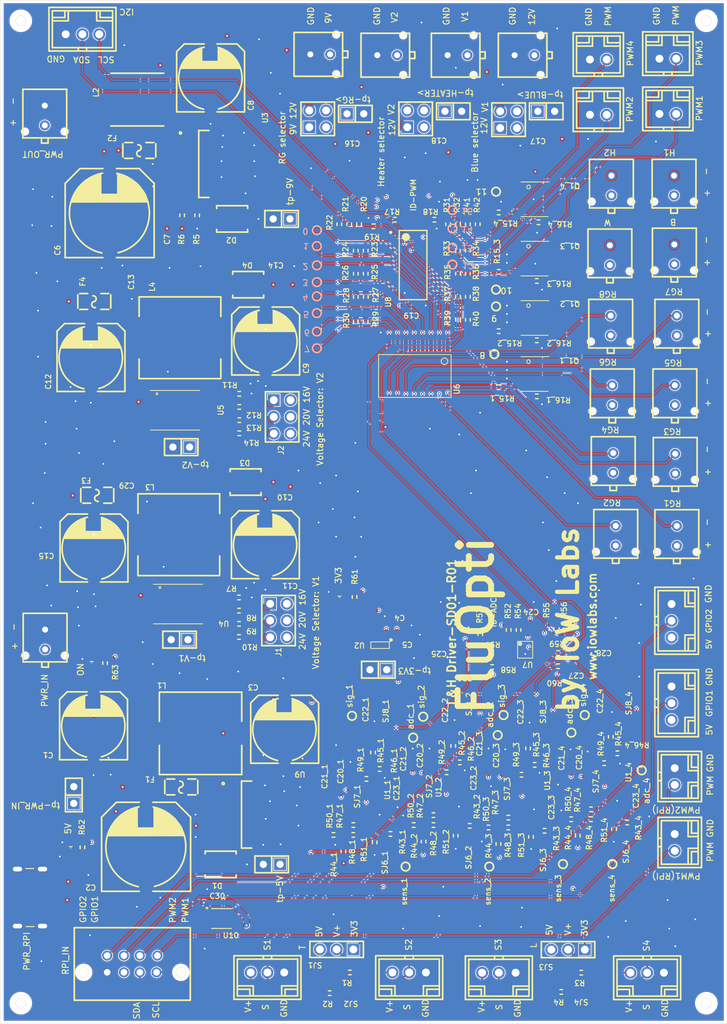
<source format=kicad_pcb>
(kicad_pcb (version 20221018) (generator pcbnew)
  (layers (0 "F.Cu" signal "Top Layer") (1 "In1.Cu" power "GND") (2 "In2.Cu" signal "PWR") (31 "B.Cu" signal "Bottom Layer") (34 "B.Paste" user "Bottom Paste") (35 "F.Paste" user "Top Paste") (36 "B.SilkS" user "Bottom Overlay") (37 "F.SilkS" user "Top Overlay") (38 "B.Mask" user "Bottom Solder") (39 "F.Mask" user "Top Solder") (44 "Edge.Cuts" user))
  (net 0 "")
  (net 1 "SDA_BUSA")
  (net 2 "SCL_BUSA")
  (net 3 "NetON_1")
  (net 4 "Net5V_1")
  (net 5 "Net3V3_1")
  (net 6 "CH_4")
  (net 7 "CH_3")
  (net 8 "CH_2")
  (net 9 "CH_1")
  (net 10 "VCC_low")
  (net 11 "VCC_heater")
  (net 12 "VCC_H2")
  (net 13 "VCC_blue")
  (net 14 "VCC__H1")
  (net 15 "V_PWR")
  (net 16 "V_analog2")
  (net 17 "V_analog1")
  (net 18 "sens_4")
  (net 19 "sens_3")
  (net 20 "sens_2")
  (net 21 "sens_1")
  (net 22 "SDA_BUS")
  (net 23 "SCL_BUS")
  (net 24 "PWM_IN2")
  (net 25 "PWM_IN1")
  (net 26 "PWM_15")
  (net 27 "PWM_14")
  (net 28 "PWM_13")
  (net 29 "PWM_12")
  (net 30 "PWM_4")
  (net 31 "PWM_3")
  (net 32 "PWM_2")
  (net 33 "PWM_1")
  (net 34 "PWM_7")
  (net 35 "PWM_6")
  (net 36 "PWM_5")
  (net 37 "PWM_0")
  (net 38 "NetR60_1")
  (net 39 "NetR59_1")
  (net 40 "NetR58_2")
  (net 41 "NetR57_2")
  (net 42 "NetR54_2")
  (net 43 "NetID-ADC_1")
  (net 44 "NetR47_4_2")
  (net 45 "NetR47_4_1")
  (net 46 "NetR47_3_2")
  (net 47 "NetR47_3_1")
  (net 48 "NetR47_2_2")
  (net 49 "NetR47_2_1")
  (net 50 "NetR47_1_2")
  (net 51 "NetR47_1_1")
  (net 52 "NetR45_4_2")
  (net 53 "NetR45_3_2")
  (net 54 "NetR45_2_2")
  (net 55 "NetR45_1_2")
  (net 56 "NetR44_4_1")
  (net 57 "NetR44_3_1")
  (net 58 "NetR44_2_1")
  (net 59 "NetR44_1_1")
  (net 60 "NetR43_4_1")
  (net 61 "NetR43_3_1")
  (net 62 "NetR43_2_1")
  (net 63 "NetR43_1_1")
  (net 64 "NetR42_2")
  (net 65 "NetR41_2")
  (net 66 "NetR40_1")
  (net 67 "NetR39_1")
  (net 68 "NetR38_1")
  (net 69 "NetR37_1")
  (net 70 "NetR36_1")
  (net 71 "NetR35_1")
  (net 72 "NetR34_1")
  (net 73 "NetR33_1")
  (net 74 "NetR30_2")
  (net 75 "NetR29_2")
  (net 76 "NetR28_2")
  (net 77 "NetR27_2")
  (net 78 "NetR26_2")
  (net 79 "NetR25_2")
  (net 80 "NetR24_2")
  (net 81 "NetR23_2")
  (net 82 "NetR22_2")
  (net 83 "NetR21_2")
  (net 84 "NetR20_2")
  (net 85 "NetR19_2")
  (net 86 "NetID-PWM_1")
  (net 87 "NetR11_2")
  (net 88 "NetR7_2")
  (net 89 "NetR4_1")
  (net 90 "NetR3_1")
  (net 91 "NetR2_1")
  (net 92 "NetR1_1")
  (net 93 "NetQ1_4_4")
  (net 94 "NetQ1_3_4")
  (net 95 "NetQ1_2_4")
  (net 96 "NetQ1_1_4")
  (net 97 "NetF2_2")
  (net 98 "NetF1_2")
  (net 99 "NetD4_1")
  (net 100 "NetD3_1")
  (net 101 "NetD2_2")
  (net 102 "NetD1_2")
  (net 103 "NetC29_2")
  (net 104 "NetC22_4_2")
  (net 105 "NetC22_3_2")
  (net 106 "NetC22_2_2")
  (net 107 "NetC22_1_2")
  (net 108 "NetC13_2")
  (net 109 "NetC7_1")
  (net 110 "GPIO2")
  (net 111 "GPIO1")
  (net 112 "GND")
  (net 113 "+3V3")
  (net 114 "CH_7")
  (net 115 "CH_6")
  (net 116 "CH_5")
  (net 117 "CH_0")
  (net 118 "addr_pca9685_a0")
  (net 119 "addr_ads1115")
  (net 120 "ADC_CH4")
  (net 121 "ADC_CH3")
  (net 122 "ADC_CH2")
  (net 123 "ADC_CH1")
  (net 124 "+24(b)V")
  (net 125 "+24(a)V")
  (net 126 "+20(b)V")
  (net 127 "+20(a)V")
  (net 128 "+16(b)V")
  (net 129 "+16(a)V")
  (net 130 "+9V")
  (net 131 "+5V")
  (footprint "IoWLabs.PcbLib:SJ2" (layer "F.Cu") (at 152.44109 155.4806)
    (fp_text reference "SJ6_1")
    (fp_text value "sj" hide)
  )
  (footprint "IoWLabs.PcbLib:CAP_SMD_Electrolytic_10x10" (layer "F.Cu") (at 136.5351 137.9556 -90)
    (fp_text reference "C3")
    (fp_text value "Cap pol" hide)
  )
  (footprint "IoWLabsConnectors.PcbLib:CONN-TH_430450212" (layer "F.Cu") (at 195.7291 87.28461 90)
    (fp_text reference "RG5")
    (fp_text value "Power connector 2x1" hide)
  )
  (footprint "IoWLabs.PcbLib:SJ2" (layer "F.Cu") (at 152.0861 138.5916 -90)
    (fp_text reference "SJ8_1")
    (fp_text value "sj" hide)
  )
  (footprint "Miscellaneous Devices.IntLib:1608[0603]" (layer "F.Cu") (at 167.4591 143.0836 90)
    (fp_text reference "C21_3")
    (fp_text value "Cap Semi" hide)
  )
  (footprint "IoWLabs.PcbLib:SJ2" (layer "F.Cu") (at 170.4591 149.8536)
    (fp_text reference "SJ7_3")
    (fp_text value "sj" hide)
  )
  (footprint "C:_Users_Constanza_Desktop_GIT_repos_iowlabs_repos_IoWLabs_Altium_Lib_IoWLabs.PcbLib_TP" (layer "F.Cu") (at 146.7521 135.9246)
    (fp_text reference "sig_1")
    (fp_text value "TP" hide)
  )
  (footprint "IoWLabsConnectors.PcbLib:CONN-TH_A2547WV-3P" (layer "F.Cu") (at 169.0251 174.87759)
    (fp_text reference "S3")
    (fp_text value "Generic Header 3x1" hide)
  )
  (footprint "IoWLabsConnectors.PcbLib:HDR-TH_6P-P2.54-V-R2-C3-S2.54_A2541WV-2X3P" (layer "F.Cu") (at 136.1521 90.57459 -90)
    (fp_text reference "J2")
    (fp_text value "Pin Header 3x2" hide)
  )
  (footprint "Miscellaneous Devices.IntLib:1608[0603]" (layer "F.Cu") (at 169.9591 143.0836 -90)
    (fp_text reference "C20_3")
    (fp_text value "Cap Semi" hide)
  )
  (footprint "Miscellaneous Devices.IntLib:1608[0603]" (layer "F.Cu") (at 180.00209 143.1026 90)
    (fp_text reference "C21_4")
    (fp_text value "Cap Semi" hide)
  )
  (footprint "Miscellaneous Devices.IntLib:J1-0603" (layer "F.Cu") (at 149.94109 141.4806 -90)
    (fp_text reference "R45_1")
    (fp_text value "Res3" hide)
  )
  (footprint "Miscellaneous Devices.IntLib:J1-0603" (layer "F.Cu") (at 144.8256 61.36509 -90)
    (fp_text reference "R22")
    (fp_text value "Res3" hide)
  )
  (footprint "Miscellaneous Devices.IntLib:J1-0603" (layer "F.Cu") (at 129.60509 123.96559)
    (fp_text reference "R10")
    (fp_text value "Res3" hide)
  )
  (footprint "IoWLabs.PcbLib:TO-263-5" (layer "F.Cu") (at 124.6241 52.2186 180)
    (fp_text reference "U3")
    (fp_text value "LM2596-ADJ" hide)
  )
  (footprint "" (layer "F.Cu") (at 200.5011 30.5036)
    (fp_text reference "")
    (fp_text value "")
  )
  (footprint "Miscellaneous Devices.IntLib:J1-0603" (layer "F.Cu") (at 146.3256 61.36509 -90)
    (fp_text reference "R21")
    (fp_text value "Res3" hide)
  )
  (footprint "IoWLabs.PcbLib:SOIC8" (layer "F.Cu") (at 174.50509 57.57659 -90)
    (fp_text reference "Q1_4")
    (fp_text value "IRF7401PbF-1" hide)
  )
  (footprint "Miscellaneous Devices.IntLib:1608[0603]" (layer "F.Cu") (at 158.47709 142.7216 -90)
    (fp_text reference "C20_2")
    (fp_text value "Cap Semi" hide)
  )
  (footprint "IoWLabsConnectors.PcbLib:CONN-TH_430450212" (layer "F.Cu") (at 196.0281 108.6276 90)
    (fp_text reference "RG1")
    (fp_text value "Power connector 2x1" hide)
  )
  (footprint "Miscellaneous Devices.IntLib:J1-0603" (layer "F.Cu") (at 168.0121 126.3916)
    (fp_text reference "R57")
    (fp_text value "Res3" hide)
  )
  (footprint "Miscellaneous Devices.IntLib:J1-0603" (layer "F.Cu") (at 163.10409 142.9836)
    (fp_text reference "R46_2")
    (fp_text value "Res3" hide)
  )
  (footprint "Miscellaneous Devices.IntLib:J1-0603" (layer "F.Cu") (at 174.7821 78.96159 180)
    (fp_text reference "R16_2")
    (fp_text value "Res3" hide)
  )
  (footprint "IoWLabs.PcbLib:SJ2" (layer "F.Cu") (at 164.6591 137.5756 -90)
    (fp_text reference "SJ8_2")
    (fp_text value "sj" hide)
  )
  (footprint "Miscellaneous Devices.IntLib:J1-0603" (layer "F.Cu") (at 147.3256 65.36509 90)
    (fp_text reference "R24")
    (fp_text value "Res3" hide)
  )
  (footprint "C:_Users_Constanza_Desktop_GIT_repos_iowlabs_repos_IoWLabs_Altium_Lib_IoWLabs.PcbLib_TP" (layer "F.Cu") (at 168.3421 81.0606)
    (fp_text reference "8")
    (fp_text value "TP" hide)
  )
  (footprint "Miscellaneous Devices.IntLib:J1-0603" (layer "F.Cu") (at 162.8256 61.36509 -90)
    (fp_text reference "R32")
    (fp_text value "Res3" hide)
  )
  (footprint "C:_Users_Constanza_Desktop_GIT_repos_iowlabs_repos_IoWLabs_Altium_Lib_IoWLabs.PcbLib_TP" (layer "F.Cu") (at 167.5801 158.7846)
    (fp_text reference "sens_2")
    (fp_text value "TP" hide)
  )
  (footprint "IoWLabsConnectors.PcbLib:CONN-TH_430450212" (layer "F.Cu") (at 186.1021 55.48961 90)
    (fp_text reference "H2")
    (fp_text value "Power connector 2x1" hide)
  )
  (footprint "Miscellaneous Devices.IntLib:1608[0603]" (layer "F.Cu") (at 172.9591 138.3536 180)
    (fp_text reference "C22_3")
    (fp_text value "Cap Semi" hide)
  )
  (footprint "IoWLabs.PcbLib:CAP_SMD_Electrolytic_10x10" (layer "F.Cu") (at 107.5411 137.4286 -90)
    (fp_text reference "C1")
    (fp_text value "Cap pol" hide)
  )
  (footprint "Miscellaneous Devices.IntLib:J1-0603" (layer "F.Cu") (at 129.60509 119.96559)
    (fp_text reference "R8")
    (fp_text value "Res3" hide)
  )
  (footprint "Miscellaneous Devices.IntLib:J1-0603" (layer "F.Cu") (at 146.4221 174.84459)
    (fp_text reference "R1")
    (fp_text value "Res3" hide)
  )
  (footprint "IoWLabsConnectors.PcbLib:CONN-TH_430450212" (layer "F.Cu") (at 195.6021 55.48961 90)
    (fp_text reference "H1")
    (fp_text value "Power connector 2x1" hide)
  )
  (footprint "Miscellaneous Devices.IntLib:J1-0603" (layer "F.Cu") (at 188.50209 152.1026)
    (fp_text reference "R43_4")
    (fp_text value "Res3" hide)
  )
  (footprint "Miscellaneous Devices.IntLib:1608[0603]" (layer "F.Cu") (at 175.8021 149.1966 -90)
    (fp_text reference "C23_3")
    (fp_text value "Cap Semi" hide)
  )
  (footprint "Miscellaneous Devices.IntLib:J1-0603" (layer "F.Cu") (at 181.5251 174.87759)
    (fp_text reference "R3")
    (fp_text value "Res3" hide)
  )
  (footprint "IoWLabsConnectors.PcbLib:CONN-TH_430450212" (layer "F.Cu") (at 195.7741 97.6816 90)
    (fp_text reference "RG3")
    (fp_text value "Power connector 2x1" hide)
  )
  (footprint "Miscellaneous Devices.IntLib:J1-0603" (layer "F.Cu") (at 166.20511 123.52992 90)
    (fp_text reference "R53")
    (fp_text value "Res3" hide)
  )
  (footprint "IoWLabs.PcbLib:IND-SMD_L12.3-W12.3" (layer "F.Cu") (at 120.6521 78.57459)
    (fp_text reference "L4")
    (fp_text value "Inductor" hide)
  )
  (footprint "IoWLabs.PcbLib:MSOP-8" (layer "F.Cu") (at 161.99409 148.7026)
    (fp_text reference "U1_2")
    (fp_text value "OPA2333AIDGKR" hide)
  )
  (footprint "IoWLabs.PcbLib:CAP_SMD_Electrolytic_13.5x13.5" (layer "F.Cu") (at 109.98311 59.6706 -90)
    (fp_text reference "C6")
    (fp_text value "Cap pol" hide)
  )
  (footprint "IoWLabs.PcbLib:SJ2" (layer "F.Cu") (at 146.1551 177.98159)
    (fp_text reference "SJ2")
    (fp_text value "sj" hide)
  )
  (footprint "Miscellaneous Devices.IntLib:J1-0603" (layer "F.Cu") (at 162.47709 154.1106 90)
    (fp_text reference "R51_2")
    (fp_text value "Res3" hide)
  )
  (footprint "C:_Users_Constanza_Desktop_GIT_repos_iowlabs_repos_IoWLabs_Altium_Lib_IoWLabs.PcbLib_TP" (layer "F.Cu") (at 168.5961 56.4226)
    (fp_text reference "11")
    (fp_text value "TP" hide)
  )
  (footprint "IoWLabs.PcbLib:SJ2" (layer "F.Cu") (at 178.5251 174.87759 180)
    (fp_text reference "SJ3")
    (fp_text value "sj" hide)
  )
  (footprint "Miscellaneous Devices.IntLib:J1-0603" (layer "F.Cu") (at 147.3256 72.39309 90)
    (fp_text reference "R28")
    (fp_text value "Res3" hide)
  )
  (footprint "Miscellaneous Devices.IntLib:J1-0603" (layer "F.Cu") (at 183.00209 151.60259 180)
    (fp_text reference "R48_4")
    (fp_text value "Res3" hide)
  )
  (footprint "Miscellaneous Devices.IntLib:1608[0603]" (layer "F.Cu") (at 146.44109 145.1806 -90)
    (fp_text reference "C20_1")
    (fp_text value "Cap Semi" hide)
  )
  (footprint "IoWLabs.PcbLib:CAP_SMD_Electrolytic_10x10" (layer "F.Cu") (at 107.1521 81.57459 -90)
    (fp_text reference "C12")
    (fp_text value "Cap pol" hide)
  )
  (footprint "Miscellaneous Devices.IntLib:J1-0603" (layer "F.Cu") (at 148.8256 68.86509 -90)
    (fp_text reference "R25")
    (fp_text value "Res3" hide)
  )
  (footprint "Miscellaneous Devices.IntLib:J1-0603" (layer "F.Cu") (at 173.8971 154.2766 90)
    (fp_text reference "R51_3")
    (fp_text value "Res3" hide)
  )
  (footprint "Miscellaneous Devices.IntLib:J1-0603" (layer "F.Cu") (at 178.0121 126.3916)
    (fp_text reference "R59")
    (fp_text value "Res3" hide)
  )
  (footprint "Miscellaneous Devices.IntLib:J1-0603" (layer "F.Cu") (at 175.9591 153.3536)
    (fp_text reference "R43_3")
    (fp_text value "Res3" hide)
  )
  (footprint "Miscellaneous Devices.IntLib:J1-0603" (layer "F.Cu") (at 129.60509 121.96559)
    (fp_text reference "R9")
    (fp_text value "Res3" hide)
  )
  (footprint "Miscellaneous Devices.IntLib:1608[0603]" (layer "F.Cu") (at 164.2501 126.3916)
    (fp_text reference "C25")
    (fp_text value "Cap Semi" hide)
  )
  (footprint "IoWLabs.PcbLib:MSOP-8" (layer "F.Cu") (at 186.00209 147.60259)
    (fp_text reference "U1_4")
    (fp_text value "OPA2333AIDGKR" hide)
  )
  (footprint "Miscellaneous Devices.IntLib:J1-0603" (layer "F.Cu") (at 186.50209 153.1026 90)
    (fp_text reference "R51_4")
    (fp_text value "Res3" hide)
  )
  (footprint "IoWLabsConnectors.PcbLib:CONN-TH_A2547WV-2P" (layer "F.Cu") (at 184.0901 35.9756 180)
    (fp_text reference "PWM4")
    (fp_text value "Generic header 2x1" hide)
  )
  (footprint "Miscellaneous Devices.IntLib:J1-0603" (layer "F.Cu") (at 172.0121 122.8916 -90)
    (fp_text reference "R54")
    (fp_text value "Res3" hide)
  )
  (footprint "IoWLabsConnectors.PcbLib:CONN-TH_430450212" (layer "F.Cu") (at 100.1911 124.3406 90)
    (fp_text reference "PWR_IN")
    (fp_text value "Power connector 2x1" hide)
  )
  (footprint "Miscellaneous Devices.IntLib:J1-0603" (layer "F.Cu") (at 145.44109 156.4806 -90)
    (fp_text reference "R44_1")
    (fp_text value "Res3" hide)
  )
  (footprint "Miscellaneous Devices.IntLib:J1-0603" (layer "F.Cu") (at 186.00209 139.1026 -90)
    (fp_text reference "R45_4")
    (fp_text value "Res3" hide)
  )
  (footprint "Miscellaneous Devices.IntLib:1608[0603]" (layer "F.Cu") (at 112.6521 74.07459 180)
    (fp_text reference "C13")
    (fp_text value "Cap Semi" hide)
  )
  (footprint "IoWLabs.PcbLib:SJ2" (layer "F.Cu") (at 164.60409 154.4836)
    (fp_text reference "SJ6_2")
    (fp_text value "sj" hide)
  )
  (footprint "Miscellaneous Devices.IntLib:J1-0603" (layer "F.Cu") (at 168.9591 155.3536 -90)
    (fp_text reference "R44_3")
    (fp_text value "Res3" hide)
  )
  (footprint "Miscellaneous Devices.IntLib:1608[0603]" (layer "F.Cu") (at 112.60509 103.46559 180)
    (fp_text reference "C29")
    (fp_text value "Cap Semi" hide)
  )
  (footprint "C:_Users_Constanza_Desktop_GIT_repos_iowlabs_repos_IoWLabs_Altium_Lib_IoWLabs.PcbLib_TP" (layer "F.Cu") (at 190.6941 144.1796)
    (fp_text reference "adc_4")
    (fp_text value "TP" hide)
  )
  (footprint "Miscellaneous Devices.IntLib:1608[0603]" (layer "F.Cu") (at 143.9411 145.2806 90)
    (fp_text reference "C21_1")
    (fp_text value "Cap Semi" hide)
  )
  (footprint "IoWLabs.PcbLib:SJ2" (layer "F.Cu") (at 183.00209 148.6026)
    (fp_text reference "SJ7_4")
    (fp_text value "sj" hide)
  )
  (footprint "IoWLabs.PcbLib:SJ2" (layer "F.Cu") (at 188.50209 153.6026)
    (fp_text reference "SJ6_4")
    (fp_text value "sj" hide)
  )
  (footprint "IoWLabsConnectors.PcbLib:HDR-TH_P2.54-H-M_A2541WV-2P" (layer "F.Cu") (at 104.5411 147.9286 90)
    (fp_text reference "tp-PWR_IN")
    (fp_text value "Pin Header 2x1" hide)
  )
  (footprint "C:_Users_Constanza_Desktop_GIT_repos_iowlabs_repos_IoWLabs_Altium_Lib_IoWLabs.PcbLib_TP" (layer "F.Cu") (at 180.0261 138.4646)
    (fp_text reference "adc_3")
    (fp_text value "TP" hide)
  )
  (footprint "IoWLabs.PcbLib:LED0603" (layer "F.Cu") (at 107.2551 127.7966 90)
    (fp_text reference "ON")
    (fp_text value "Generic LED" hide)
  )
  (footprint "IoWLabs.PcbLib:SOIC8" (layer "F.Cu") (at 174.50509 75.57659 -90)
    (fp_text reference "Q1_2")
    (fp_text value "IRF7401PbF-1" hide)
  )
  (footprint "IoWLabsConnectors.PcbLib:CONN-TH_A2547WV-2P" (layer "F.Cu") (at 194.6311 35.8486 180)
    (fp_text reference "PWM3")
    (fp_text value "Generic header 2x1" hide)
  )
  (footprint "IoWLabs.PcbLib:F1206" (layer "F.Cu") (at 108.1051 102.46559)
    (fp_text reference "F3")
    (fp_text value "Generic Fuse" hide)
  )
  (footprint "C:_Users_Constanza_Desktop_GIT_repos_iowlabs_repos_IoWLabs_Altium_Lib_IoWLabs.PcbLib_TP" (layer "F.Cu") (at 178.7561 158.4036)
    (fp_text reference "sens_3")
    (fp_text value "TP" hide)
  )
  (footprint "Miscellaneous Devices.IntLib:J1-0603" (layer "F.Cu") (at 143.9411 153.9806)
    (fp_text reference "R50_1")
    (fp_text value "Res3" hide)
  )
  (footprint "IoWLabsConnectors.PcbLib:HDR-TH_P2.54-H-M_A2541WV-2P" (layer "F.Cu") (at 176.2161 44.2306)
    (fp_text reference "tp-BLUE>")
    (fp_text value "Pin Header 2x1" hide)
  )
  (footprint "IoWLabsConnectors.PcbLib:CONN-TH_A2547WV-2P" (layer "F.Cu") (at 196.1051 145.0946 90)
    (fp_text reference "PWM2(RPI)")
    (fp_text value "Generic header 2x1" hide)
  )
  (footprint "IoWLabsConnectors.PcbLib:CONN-TH_430450212" (layer "F.Cu") (at 186.3761 97.5546 90)
    (fp_text reference "RG4")
    (fp_text value "Power connector 2x1" hide)
  )
  (footprint "Miscellaneous Devices.IntLib:J1-0603" (layer "F.Cu") (at 164.60409 152.6026)
    (fp_text reference "R43_2")
    (fp_text value "Res3" hide)
  )
  (footprint "Miscellaneous Devices.IntLib:J1-0603" (layer "F.Cu") (at 162.10409 140.4836 -90)
    (fp_text reference "R45_2")
    (fp_text value "Res3" hide)
  )
  (footprint "Miscellaneous Devices.IntLib:J1-0603" (layer "F.Cu") (at 170.51209 122.8916 -90)
    (fp_text reference "R52")
    (fp_text value "Res3" hide)
  )
  (footprint "IoWLabsConnectors.PcbLib:HDR-TH_6P-P2.54-V-R2-C3-S2.54_A2541WV-2X3P" (layer "F.Cu") (at 135.60509 121.46559 -90)
    (fp_text reference "J1")
    (fp_text value "Pin Header 3x2" hide)
  )
  (footprint "Miscellaneous Devices.IntLib:1608[0603]" (layer "F.Cu") (at 175.3271 47.0246 180)
    (fp_text reference "C17")
    (fp_text value "Cap Semi" hide)
  )
  (footprint "IoWLabsConnectors.PcbLib:HDR-TH_P2.54-H-M_A2541WV-2P" (layer "F.Cu") (at 120.8421 95.16159 180)
    (fp_text reference "tp-V2")
    (fp_text value "Pin Header 2x1" hide)
  )
  (footprint "C:_Users_Constanza_Desktop_GIT_repos_iowlabs_repos_IoWLabs_Altium_Lib_IoWLabs.PcbLib_TP" (layer "F.Cu") (at 168.8501 138.8456)
    (fp_text reference "adc_2")
    (fp_text value "TP" hide)
  )
  (footprint "IoWLabs.PcbLib:SMB_L4.6-W3.6-LS5.3-RD" (layer "F.Cu") (at 126.8221 158.44759 180)
    (fp_text reference "D1")
    (fp_text value "Schottky Diode" hide)
  )
  (footprint "IoWLabs.PcbLib:SJ2" (layer "F.Cu") (at 175.9591 154.8536)
    (fp_text reference "SJ6_3")
    (fp_text value "sj" hide)
  )
  (footprint "Miscellaneous Devices.IntLib:1608[0603]" (layer "F.Cu") (at 136.1051 100.46559 -90)
    (fp_text reference "C10")
    (fp_text value "Cap Semi" hide)
  )
  (footprint "C:_Users_Constanza_Desktop_GIT_repos_iowlabs_repos_IoWLabs_Altium_Lib_IoWLabs.PcbLib_TP" (layer "F.Cu") (at 182.0581 135.7976)
    (fp_text reference "sig_4")
    (fp_text value "TP" hide)
  )
  (footprint "Miscellaneous Devices.IntLib:J1-0603" (layer "F.Cu") (at 172.4591 144.8536 180)
    (fp_text reference "R49_3")
    (fp_text value "Res3" hide)
  )
  (footprint "Miscellaneous Devices.IntLib:1608[0603]" (layer "F.Cu") (at 182.50209 143.1026 -90)
    (fp_text reference "C20_4")
    (fp_text value "Cap Semi" hide)
  )
  (footprint "Miscellaneous Devices.IntLib:J1-0603" (layer "F.Cu") (at 156.10409 152.4836)
    (fp_text reference "R50_2")
    (fp_text value "Res3" hide)
  )
  (footprint "Miscellaneous Devices.IntLib:J1-0603" (layer "F.Cu") (at 109.2871 127.9236 90)
    (fp_text reference "R63")
    (fp_text value "Res3" hide)
  )
  (footprint "Miscellaneous Devices.IntLib:J1-0603" (layer "F.Cu") (at 174.7821 87.46159 180)
    (fp_text reference "R16_1")
    (fp_text value "Res3" hide)
  )
  (footprint "Miscellaneous Devices.IntLib:J1-0603" (layer "F.Cu") (at 148.8496 72.39309 -90)
    (fp_text reference "R27")
    (fp_text value "Res3" hide)
  )
  (footprint "Miscellaneous Devices.IntLib:1608[0603]" (layer "F.Cu") (at 147.0061 47.4056 180)
    (fp_text reference "C16")
    (fp_text value "Cap Semi" hide)
  )
  (footprint "Miscellaneous Devices.IntLib:J1-0603" (layer "F.Cu") (at 148.94109 145.4806 180)
    (fp_text reference "R49_1")
    (fp_text value "Res3" hide)
  )
  (footprint "IoWLabs.PcbLib:CAP_SMD_Electrolytic_10x10" (layer "F.Cu") (at 133.6051 109.96559 -90)
    (fp_text reference "C11")
    (fp_text value "Cap pol" hide)
  )
  (footprint "IoWLabs.PcbLib:IND-SMD_L12.3-W12.3" (layer "F.Cu") (at 120.4761 108.44859)
    (fp_text reference "L3")
    (fp_text value "Inductor" hide)
  )
  (footprint "Miscellaneous Devices.IntLib:1608[0603]" (layer "F.Cu") (at 152.44109 150.4806 -90)
    (fp_text reference "C23_1")
    (fp_text value "Cap Semi" hide)
  )
  (footprint "Miscellaneous Devices.IntLib:1608[0603]" (layer "F.Cu") (at 155.97709 142.7216 90)
    (fp_text reference "C21_2")
    (fp_text value "Cap Semi" hide)
  )
  (footprint "IoWLabs.PcbLib:TO-263-5" (layer "F.Cu") (at 131.1121 150.89559 180)
    (fp_text reference "U9")
    (fp_text value "LM2596-5V" hide)
  )
  (footprint "IoWLabsConnectors.PcbLib:CONN-TH_430450212" (layer "F.Cu") (at 186.7571 108.6036 90)
    (fp_text reference "RG2")
    (fp_text value "Power connector 2x1" hide)
  )
  (footprint "C:_Users_Constanza_Desktop_GIT_repos_iowlabs_repos_IoWLabs_Altium_Lib_IoWLabs.PcbLib_TP" (layer "F.Cu") (at 186.2491 158.4036)
    (fp_text reference "sens_4")
    (fp_text value "TP" hide)
  )
  (footprint "IoWLabsConnectors.PcbLib:CONN-TH_A2547WV-2P" (layer "F.Cu") (at 184.0901 44.3576 180)
    (fp_text reference "PWM2")
    (fp_text value "Generic header 2x1" hide)
  )
  (footprint "IoWLabsConnectors.PcbLib:CONN-TH_430450212" (layer "F.Cu") (at 162.7541 35.7216 180)
    (fp_text reference "V1")
    (fp_text value "Power connector 2x1" hide)
  )
  (footprint "Miscellaneous Devices.IntLib:J1-0603" (layer "F.Cu") (at 149.99259 61.67508)
    (fp_text reference "R19")
    (fp_text value "Res3" hide)
  )
  (footprint "Miscellaneous Devices.IntLib:J1-0603" (layer "F.Cu") (at 147.8256 61.36509 -90)
    (fp_text reference "R20")
    (fp_text value "Res3" hide)
  )
  (footprint "Miscellaneous Devices.IntLib:J1-0603" (layer "F.Cu") (at 159.10409 150.9836)
    (fp_text reference "R47_2")
    (fp_text value "Res3" hide)
  )
  (footprint "IoWLabs.PcbLib:MSOP-8" (layer "F.Cu") (at 149.94109 149.9806)
    (fp_text reference "U1_1")
    (fp_text value "OPA2333AIDGKR" hide)
  )
  (footprint "IoWLabs.PcbLib:SJ2" (layer "F.Cu") (at 188.7891 137.7026 -90)
    (fp_text reference "SJ8_4")
    (fp_text value "sj" hide)
  )
  (footprint "IoWLabs.PcbLib:SMB_L4.6-W3.6-LS5.3-RD" (layer "F.Cu") (at 128.56311 60.5516 180)
    (fp_text reference "D2")
    (fp_text value "Schottky Diode" hide)
  )
  (footprint "IoWLabs.PcbLib:CAP_SMD_Electrolytic_10x10" (layer "F.Cu") (at 125.30011 39.1706 -90)
    (fp_text reference "C8")
    (fp_text value "Cap pol" hide)
  )
  (footprint "Miscellaneous Devices.IntLib:1608[0603]" (layer "F.Cu") (at 185.50209 136.6026 180)
    (fp_text reference "C22_4")
    (fp_text value "Cap Semi" hide)
  )
  (footprint "IoWLabs.PcbLib:SMB_L4.6-W3.6-LS5.3-RD" (layer "F.Cu") (at 130.60509 100.46559)
    (fp_text reference "D3")
    (fp_text value "Schottky Diode" hide)
  )
  (footprint "IoWLabsConnectors.PcbLib:USB-C_SMD 6 contacts" (layer "F.Cu") (at 97.9761 163.4836)
    (fp_text reference "PWR_RPI")
    (fp_text value "USB-C female 6" hide)
  )
  (footprint "Miscellaneous Devices.IntLib:J1-0603" (layer "F.Cu") (at 147.1331 117.8906 90)
    (fp_text reference "R61")
    (fp_text value "Res3" hide)
  )
  (footprint "Miscellaneous Devices.IntLib:1608[0603]" (layer "F.Cu") (at 160.9761 46.8976 180)
    (fp_text reference "C18")
    (fp_text value "Cap Semi" hide)
  )
  (footprint "Miscellaneous Devices.IntLib:J1-0603" (layer "F.Cu") (at 129.6521 87.0746 180)
    (fp_text reference "R11")
    (fp_text value "Res3" hide)
  )
  (footprint "IoWLabs.PcbLib:MSOP-8" (layer "F.Cu") (at 173.3811 149.1096)
    (fp_text reference "U1_3")
    (fp_text value "OPA2333AIDGKR" hide)
  )
  (footprint "Miscellaneous Devices.IntLib:J1-0603" (layer "F.Cu") (at 162.8256 68.86509 90)
    (fp_text reference "R35")
    (fp_text value "Res3" hide)
  )
  (footprint "IoWLabsConnectors.PcbLib:CONN-TH_A2547WV-3P" (layer "F.Cu") (at 155.4221 174.84459)
    (fp_text reference "S2")
    (fp_text value "Generic Header 3x1" hide)
  )
  (footprint "" (layer "F.Cu") (at 96.5011 179.5036)
    (fp_text reference "")
    (fp_text value "")
  )
  (footprint "Miscellaneous Devices.IntLib:J1-0603" (layer "F.Cu") (at 159.10409 152.4836 180)
    (fp_text reference "R48_2")
    (fp_text value "Res3" hide)
  )
  (footprint "Miscellaneous Devices.IntLib:1608[0603]" (layer "F.Cu") (at 154.2461 123.9246 180)
    (fp_text reference "C4")
    (fp_text value "Cap Semi" hide)
  )
  (footprint "Miscellaneous Devices.IntLib:J1-0603" (layer "F.Cu") (at 161.10409 144.4836 180)
    (fp_text reference "R49_2")
    (fp_text value "Res3" hide)
  )
  (footprint "Miscellaneous Devices.IntLib:J1-0603" (layer "F.Cu") (at 164.3256 68.86509 -90)
    (fp_text reference "R36")
    (fp_text value "Res3" hide)
  )
  (footprint "IoWLabs.PcbLib:F1206" (layer "F.Cu") (at 120.8511 146.70359)
    (fp_text reference "F1")
    (fp_text value "Generic Fuse" hide)
  )
  (footprint "IoWLabs.PcbLib:F1206" (layer "F.Cu") (at 114.48311 50.1706)
    (fp_text reference "F2")
    (fp_text value "Generic Fuse" hide)
  )
  (footprint "IoWLabsConnectors.PcbLib:CONN-TH_430450212" (layer "F.Cu") (at 196.0281 76.7266 90)
    (fp_text reference "RG7")
    (fp_text value "Power connector 2x1" hide)
  )
  (footprint "IoWLabsConnectors.PcbLib:HDR-TH_4P-P2.54-V-R2-C2-S2.54_A2541WV-2X2P" (layer "F.Cu") (at 141.5451 45.3736)
    (fp_text reference "RG selector")
    (fp_text value "Pin Header 2x2c" hide)
  )
  (footprint "IoWLabs.PcbLib:VSSOP - 8" (layer "F.Cu") (at 126.9401 166.6586 -90)
    (fp_text reference "U10")
    (fp_text value "TCA9517A" hide)
  )
  (footprint "Miscellaneous Devices.IntLib:J1-0603" (layer "F.Cu") (at 164.3256 65.36509 -90)
    (fp_text reference "R34")
    (fp_text value "Res3" hide)
  )
  (footprint "Miscellaneous Devices.IntLib:J1-0603" (layer "F.Cu") (at 150.94109 143.9806)
    (fp_text reference "R46_1")
    (fp_text value "Res3" hide)
  )
  (footprint "IoWLabsConnectors.PcbLib:CONN-TH_430450212" (layer "F.Cu") (at 172.9141 35.7216 180)
    (fp_text reference "12V")
    (fp_text value "Power connector 2x1" hide)
  )
  (footprint "IoWLabsConnectors.PcbLib:CONN-TH_430450212" (layer "F.Cu") (at 152.0861 35.7216 180)
    (fp_text reference "V2")
    (fp_text value "Power connector 2x1" hide)
  )
  (footprint "IoWLabsConnectors.PcbLib:HDR-TH_P2.54-H-M_A2541WV-2P" (layer "F.Cu") (at 162.1191 44.2306)
    (fp_text reference "tp-HEATER>")
    (fp_text value "Pin Header 2x1" hide)
  )
  (footprint "Miscellaneous Devices.IntLib:J1-0603" (layer "F.Cu") (at 169.00509 86.07658)
    (fp_text reference "R15_1")
    (fp_text value "Res3" hide)
  )
  (footprint "IoWLabs.PcbLib:LED0603" (layer "F.Cu") (at 144.8471 117.8906 90)
    (fp_text reference "3V3")
    (fp_text value "Generic LED" hide)
  )
  (footprint "Miscellaneous Devices.IntLib:1608[0603]" (layer "F.Cu") (at 164.60409 148.9836 -90)
    (fp_text reference "C23_2")
    (fp_text value "Cap Semi" hide)
  )
  (footprint "Miscellaneous Devices.IntLib:1608[0603]" (layer "F.Cu") (at 188.50209 147.60259 -90)
    (fp_text reference "C23_4")
    (fp_text value "Cap Semi" hide)
  )
  (footprint "" (layer "F.Cu") (at 200.5011 179.5036)
    (fp_text reference "")
    (fp_text value "")
  )
  (footprint "Miscellaneous Devices.IntLib:J1-0603" (layer "F.Cu") (at 148.8256 65.36509 -90)
    (fp_text reference "R23")
    (fp_text value "Res3" hide)
  )
  (footprint "IoWLabs.PcbLib:SJ2" (layer "F.Cu") (at 146.94109 150.9806)
    (fp_text reference "SJ7_1")
    (fp_text value "sj" hide)
  )
  (footprint "" (layer "F.Cu") (at 96.5011 30.5036)
    (fp_text reference "")
    (fp_text value "")
  )
  (footprint "Miscellaneous Devices.IntLib:J1-0603" (layer "F.Cu") (at 164.3256 72.36509 -90)
    (fp_text reference "R38")
    (fp_text value "Res3" hide)
  )
  (footprint "IoWLabs.PcbLib:IND-SMD_L8.0-W8.0" (layer "F.Cu") (at 114.17311 42.4566)
    (fp_text reference "L2")
    (fp_text value "Inductor" hide)
  )
  (footprint "IoWLabsConnectors.PcbLib:HDR-TH_P2.54-H-M_A2541WV-2P" (layer "F.Cu") (at 150.7461 128.9246 180)
    (fp_text reference "tp-3V3")
    (fp_text value "Pin Header 2x1" hide)
  )
  (footprint "Miscellaneous Devices.IntLib:J1-0603" (layer "F.Cu") (at 143.3611 177.98159 180)
    (fp_text reference "R2")
    (fp_text value "Res3" hide)
  )
  (footprint "IoWLabsConnectors.PcbLib:CONN-TH_A2547WV-3P" (layer "F.Cu") (at 191.5251 174.87759)
    (fp_text reference "S4")
    (fp_text value "Generic Header 3x1" hide)
  )
  (footprint "IoWLabsConnectors.PcbLib:HDR-TH_P2.54-H-M_A2541WV-2P" (layer "F.Cu") (at 136.06311 60.5516 180)
    (fp_text reference "tp-9V")
    (fp_text value "Pin Header 2x1" hide)
  )
  (footprint "Miscellaneous Devices.IntLib:J1-0603" (layer "F.Cu") (at 129.6521 89.07459)
    (fp_text reference "R12")
    (fp_text value "Res3" hide)
  )
  (footprint "Miscellaneous Devices.IntLib:J1-0603" (layer "F.Cu") (at 169.00509 77.57659)
    (fp_text reference "R15_2")
    (fp_text value "Res3" hide)
  )
  (footprint "Miscellaneous Devices.IntLib:J1-0603" (layer "F.Cu") (at 129.6521 91.0746)
    (fp_text reference "R13")
    (fp_text value "Res3" hide)
  )
  (footprint "Miscellaneous Devices.IntLib:J1-0603" (layer "F.Cu") (at 105.8581 155.8636 90)
    (fp_text reference "R62")
    (fp_text value "Res3" hide)
  )
  (footprint "IoWLabs.PcbLib:SOIC18" (layer "F.Cu") (at 161.2751 79.63159 -90)
    (fp_text reference "U6")
    (fp_text value "ULN2803A" hide)
  )
  (footprint "IoWLabs.PcbLib:CAP_SMD_Electrolytic_10x10" (layer "F.Cu") (at 133.6521 79.07459 -90)
    (fp_text reference "C9")
    (fp_text value "Cap pol" hide)
  )
  (footprint "Miscellaneous Devices.IntLib:J1-0603" (layer "F.Cu") (at 161.3256 61.36509 -90)
    (fp_text reference "R31")
    (fp_text value "Res3" hide)
  )
  (footprint "Miscellaneous Devices.IntLib:J1-0603" (layer "F.Cu") (at 146.94109 152.4806)
    (fp_text reference "R47_1")
    (fp_text value "Res3" hide)
  )
  (footprint "IoWLabsConnectors.PcbLib:HDR-TH_3P-P2.54-V" (layer "F.Cu") (at 144.4221 171.34459 180)
    (fp_text reference "T")
    (fp_text value "Pin Header 3x1" hide)
  )
  (footprint "Miscellaneous Devices.IntLib:1608[0603]" (layer "F.Cu") (at 181.0121 126.3916 180)
    (fp_text reference "C28")
    (fp_text value "Cap Semi" hide)
  )
  (footprint "Miscellaneous Devices.IntLib:J1-0603" (layer "F.Cu") (at 159.24259 60.67508 180)
    (fp_text reference "R18")
    (fp_text value "Res3" hide)
  )
  (footprint "Miscellaneous Devices.IntLib:J1-0603" (layer "F.Cu") (at 147.3256 68.86509 90)
    (fp_text reference "R26")
    (fp_text value "Res3" hide)
  )
  (footprint "IoWLabs.PcbLib:TO-252-5" (layer "F.Cu") (at 115.6521 89.5746 -90)
    (fp_text reference "U5")
    (fp_text value "XL6008" hide)
  )
  (footprint "IoWLabs.PcbLib:SJ2" (layer "F.Cu") (at 159.10409 149.4836)
    (fp_text reference "SJ7_2")
    (fp_text value "sj" hide)
  )
  (footprint "Miscellaneous Devices.IntLib:J1-0603" (layer "F.Cu") (at 170.4591 152.8536 180)
    (fp_text reference "R48_3")
    (fp_text value "Res3" hide)
  )
  (footprint "IoWLabs.PcbLib:CAP_SMD_Electrolytic_13.5x13.5" (layer "F.Cu") (at 115.5101 155.7786 -90)
    (fp_text reference "C2")
    (fp_text value "Cap pol" hide)
  )
  (footprint "Miscellaneous Devices.IntLib:J1-0603" (layer "F.Cu") (at 177.0121 122.7566 90)
    (fp_text reference "R55")
    (fp_text value "Res3" hide)
  )
  (footprint "IoWLabsConnectors.PcbLib:HDR-TH_4P-P2.54-V-R2-C2-S2.54_A2541WV-2X2P" (layer "F.Cu") (at 170.5011 45.5006)
    (fp_text reference "Blue selector")
    (fp_text value "Pin Header 2x2c" hide)
  )
  (footprint "IoWLabsConnectors.PcbLib:CONN-TH_A2547WV-2P" (layer "F.Cu") (at 196.1051 155.0946 90)
    (fp_text reference "PWM1(RPI)")
    (fp_text value "Generic header 2x1" hide)
  )
  (footprint "IoWLabs.PcbLib:SJ2" (layer "F.Cu") (at 156.2886 60.64609)
    (fp_text reference "ID-PWM")
    (fp_text value "sj" hide)
  )
  (footprint "IoWLabsConnectors.PcbLib:CONN-TH_8P-P2.54-V-M_15477608" (layer "F.Cu") (at 113.4141 173.5516 180)
    (fp_text reference "RPI_IN")
    (fp_text value "Generic Header 4x2" hide)
  )
  (footprint "IoWLabs.PcbLib:SOT25-5" (layer "F.Cu") (at 151.0091 125.1996)
    (fp_text reference "U2")
    (fp_text value "AP2112K-3.3TRG1" hide)
  )
  (footprint "Miscellaneous Devices.IntLib:J1-0603" (layer "F.Cu") (at 178.5121 122.7566 90)
    (fp_text reference "R56")
    (fp_text value "Res3" hide)
  )
  (footprint "Miscellaneous Devices.IntLib:J1-0603" (layer "F.Cu") (at 147.3256 76.11509 90)
    (fp_text reference "R30")
    (fp_text value "Res3" hide)
  )
  (footprint "Miscellaneous Devices.IntLib:J1-0603" (layer "F.Cu") (at 173.4591 140.8536 -90)
    (fp_text reference "R45_3")
    (fp_text value "Res3" hide)
  )
  (footprint "IoWLabs.PcbLib:SSOP-28_L" (layer "F.Cu") (at 156.01659 67.55308)
    (fp_text reference "U8")
    (fp_text value "PCA9685" hide)
  )
  (footprint "Miscellaneous Devices.IntLib:1608[0603]" (layer "F.Cu") (at 161.60409 137.9836 180)
    (fp_text reference "C22_2")
    (fp_text value "Cap Semi" hide)
  )
  (footprint "Miscellaneous Devices.IntLib:J1-0603" (layer "F.Cu") (at 129.60509 117.96559 180)
    (fp_text reference "R7")
    (fp_text value "Res3" hide)
  )
  (footprint "IoWLabs.PcbLib:TO-252-5" (layer "F.Cu") (at 116.1051 118.96559 -90)
    (fp_text reference "U4")
    (fp_text value "XL6008" hide)
  )
  (footprint "C:_Users_Constanza_Desktop_GIT_repos_iowlabs_repos_IoWLabs_Altium_Lib_IoWLabs.PcbLib_TP" (layer "F.Cu") (at 168.5961 71.2816)
    (fp_text reference "10")
    (fp_text value "TP" hide)
  )
  (footprint "IoWLabsConnectors.PcbLib:CONN-TH_430450212" (layer "F.Cu") (at 186.2291 87.28461 90)
    (fp_text reference "RG6")
    (fp_text value "Power connector 2x1" hide)
  )
  (footprint "IoWLabsConnectors.PcbLib:CONN-TH_430450212" (layer "F.Cu") (at 100.1431 44.8656 90)
    (fp_text reference "PWR_OUT")
    (fp_text value "Power connector 2x1" hide)
  )
  (footprint "IoWLabs.PcbLib:F1206" (layer "F.Cu") (at 107.6521 73.0746)
    (fp_text reference "F4")
    (fp_text value "Generic Fuse" hide)
  )
  (footprint "Miscellaneous Devices.IntLib:J1-0603" (layer "F.Cu") (at 152.5821 153.8316)
    (fp_text reference "R43_1")
    (fp_text value "Res3" hide)
  )
  (footprint "Miscellaneous Devices.IntLib:1608[0603]" (layer "F.Cu") (at 181.0121 128.3916 180)
    (fp_text reference "C27")
    (fp_text value "Cap Semi" hide)
  )
  (footprint "IoWLabs.PcbLib:SJ2" (layer "F.Cu") (at 168.2801 123.42292)
    (fp_text reference "ID-ADC")
    (fp_text value "sj" hide)
  )
  (footprint "Miscellaneous Devices.IntLib:J1-0603" (layer "F.Cu") (at 162.8256 65.36509 90)
    (fp_text reference "R33")
    (fp_text value "Res3" hide)
  )
  (footprint "IoWLabs.PcbLib:VSSOP - 10" (layer "F.Cu") (at 173.0121 125.8916 -90)
    (fp_text reference "U7")
    (fp_text value "ADS1115" hide)
  )
  (footprint "IoWLabs.PcbLib:SJ2" (layer "F.Cu") (at 176.2161 138.7186 -90)
    (fp_text reference "SJ8_3")
    (fp_text value "sj" hide)
  )
  (footprint "Miscellaneous Devices.IntLib:J1-0603" (layer "F.Cu") (at 183.00209 150.1026)
    (fp_text reference "R47_4")
    (fp_text value "Res3" hide)
  )
  (footprint "IoWLabsConnectors.PcbLib:HDR-TH_3P-P2.54-V" (layer "F.Cu") (at 179.5251 171.37759 180)
    (fp_text reference "L")
    (fp_text value "Pin Header 3x1" hide)
  )
  (footprint "Miscellaneous Devices.IntLib:J1-0603" (layer "F.Cu") (at 181.00209 154.10259 -90)
    (fp_text reference "R44_4")
    (fp_text value "Res3" hide)
  )
  (footprint "Miscellaneous Devices.IntLib:J1-0603" (layer "F.Cu") (at 162.8256 75.86509 90)
    (fp_text reference "R39")
    (fp_text value "Res3" hide)
  )
  (footprint "IoWLabs.PcbLib:LED0603" (layer "F.Cu") (at 104.0801 155.8636 90)
    (fp_text reference "5V")
    (fp_text value "Generic LED" hide)
  )
  (footprint "Miscellaneous Devices.IntLib:J1-0603" (layer "F.Cu") (at 185.00209 143.1026 180)
    (fp_text reference "R49_4")
    (fp_text value "Res3" hide)
  )
  (footprint "Miscellaneous Devices.IntLib:J1-0603" (layer "F.Cu") (at 167.4591 152.8536)
    (fp_text reference "R50_3")
    (fp_text value "Res3" hide)
  )
  (footprint "IoWLabs.PcbLib:SJ2" (layer "F.Cu") (at 143.4221 174.84459 180)
    (fp_text reference "SJ1")
    (fp_text value "sj" hide)
  )
  (footprint "Miscellaneous Devices.IntLib:J1-0603" (layer "F.Cu") (at 187.00209 141.6026)
    (fp_text reference "R46_4")
    (fp_text value "Res3" hide)
  )
  (footprint "Miscellaneous Devices.IntLib:J1-0603" (layer "F.Cu") (at 150.1811 155.1136 90)
    (fp_text reference "R51_1")
    (fp_text value "Res3" hide)
  )
  (footprint "C:_Users_Constanza_Desktop_GIT_repos_iowlabs_repos_IoWLabs_Altium_Lib_IoWLabs.PcbLib_TP" (layer "F.Cu") (at 156.0231 139.2266)
    (fp_text reference "adc_1")
    (fp_text value "TP" hide)
  )
  (footprint "Miscellaneous Devices.IntLib:J1-0603" (layer "F.Cu") (at 168.0121 128.5186)
    (fp_text reference "R58")
    (fp_text value "Res3" hide)
  )
  (footprint "Miscellaneous Devices.IntLib:J1-0603" (layer "F.Cu") (at 162.8256 72.36509 90)
    (fp_text reference "R37")
    (fp_text value "Res3" hide)
  )
  (footprint "IoWLabsConnectors.PcbLib:HDR-TH_4P-P2.54-V-R2-C2-S2.54_A2541WV-2X2P" (layer "F.Cu") (at 156.4041 45.3736)
    (fp_text reference "Heater selector")
    (fp_text value "Pin Header 2x2c" hide)
  )
  (footprint "Miscellaneous Devices.IntLib:1608[0603]" (layer "F.Cu") (at 118.68811 60.0076 -90)
    (fp_text reference "C7")
    (fp_text value "Cap Semi" hide)
  )
  (footprint "Miscellaneous Devices.IntLib:J1-0603" (layer "F.Cu") (at 164.3256 61.36509 -90)
    (fp_text reference "R41")
    (fp_text value "Res3" hide)
  )
  (footprint "Miscellaneous Devices.IntLib:J1-0603" (layer "F.Cu") (at 153.24259 60.67508)
    (fp_text reference "R17")
    (fp_text value "Res3" hide)
  )
  (footprint "Miscellaneous Devices.IntLib:1608[0603]" (layer "F.Cu") (at 149.4871 137.8376 180)
    (fp_text reference "C22_1")
    (fp_text value "Cap Semi" hide)
  )
  (footprint "IoWLabs.PcbLib:SOIC8" (layer "F.Cu") (at 174.50509 66.57659 -90)
    (fp_text reference "Q1_3")
    (fp_text value "IRF7401PbF-1" hide)
  )
  (footprint "C:_Users_Constanza_Desktop_GIT_repos_iowlabs_repos_IoWLabs_Altium_Lib_IoWLabs.PcbLib_TP" (layer "F.Cu") (at 154.8801 158.7846)
    (fp_text reference "sens_1")
    (fp_text value "TP" hide)
  )
  (footprint "Miscellaneous Devices.IntLib:J1-0603" (layer "F.Cu") (at 178.0121 128.3916)
    (fp_text reference "R60")
    (fp_text value "Res3" hide)
  )
  (footprint "Miscellaneous Devices.IntLib:J1-0603" (layer "F.Cu") (at 123.26011 60.0076 90)
    (fp_text reference "R5")
    (fp_text value "Res3" hide)
  )
  (footprint "Miscellaneous Devices.IntLib:1608[0603]" (layer "F.Cu") (at 164.2161 128.5586)
    (fp_text reference "C26")
    (fp_text value "Cap Semi" hide)
  )
  (footprint "Miscellaneous Devices.IntLib:J1-0603" (layer "F.Cu") (at 180.00209 151.60259)
    (fp_text reference "R50_4")
    (fp_text value "Res3" hide)
  )
  (footprint "IoWLabsConnectors.PcbLib:CONN-TH_A2547WV-2P" (layer "F.Cu") (at 194.6311 44.2306 180)
    (fp_text reference "PWM1")
    (fp_text value "Generic header 2x1" hide)
  )
  (footprint "Miscellaneous Devices.IntLib:J1-0603" (layer "F.Cu") (at 169.00509 59.57659)
    (fp_text reference "R15_4")
    (fp_text value "Res3" hide)
  )
  (footprint "IoWLabs.PcbLib:SMB_L4.6-W3.6-LS5.3-RD" (layer "F.Cu") (at 131.0021 70.52359)
    (fp_text reference "D4")
    (fp_text value "Schottky Diode" hide)
  )
  (footprint "IoWLabsConnectors.PcbLib:CONN-TH_430450212" (layer "F.Cu") (at 185.8681 66.0586 90)
    (fp_text reference "W")
    (fp_text value "Power connector 2x1" hide)
  )
  (footprint "Miscellaneous Devices.IntLib:J1-0603" (layer "F.Cu") (at 129.6521 93.07459)
    (fp_text reference "R14")
    (fp_text value "Res3" hide)
  )
  (footprint "IoWLabs.PcbLib:CAP_SMD_Electrolytic_10x10" (layer "F.Cu") (at 107.60509 110.46559 -90)
    (fp_text reference "C15")
    (fp_text value "Cap pol" hide)
  )
  (footprint "Miscellaneous Devices.IntLib:J1-0603" (layer "F.Cu") (at 169.00509 68.57659)
    (fp_text reference "R15_3")
    (fp_text value "Res3" hide)
  )
  (footprint "IoWLabsConnectors.PcbLib:CONN-TH_A2547WV-3P" (layer "F.Cu") (at 195.2241 121.5016 90)
    (fp_text reference "GPIO2")
    (fp_text value "Generic Header 3x1" hide)
  )
  (footprint "IoWLabsConnectors.PcbLib:CONN-TH_430450212" (layer "F.Cu") (at 185.9951 76.7266 90)
    (fp_text reference "RG8")
    (fp_text value "Power connector 2x1" hide)
  )
  (footprint "Miscellaneous Devices.IntLib:J1-0603" (layer "F.Cu") (at 174.4591 143.3536)
    (fp_text reference "R46_3")
    (fp_text value "Res3" hide)
  )
  (footprint "IoWLabsConnectors.PcbLib:CONN-TH_430450212" (layer "F.Cu") (at 195.6471 65.9316 90)
    (fp_text reference "B")
    (fp_text value "Power connector 2x1" hide)
  )
  (footprint "Miscellaneous Devices.IntLib:J1-0603" (layer "F.Cu") (at 170.4591 151.3536)
    (fp_text reference "R47_3")
    (fp_text value "Res3" hide)
  )
  (footprint "Miscellaneous Devices.IntLib:J1-0603" (layer "F.Cu") (at 120.97411 60.0076 -90)
    (fp_text reference "R6")
    (fp_text value "Res3" hide)
  )
  (footprint "IoWLabs.PcbLib:SOIC8" (layer "F.Cu") (at 174.5051 84.07658 -90)
    (fp_text reference "Q1_1")
    (fp_text value "IRF7401PbF-1" hide)
  )
  (footprint "IoWLabsConnectors.PcbLib:CONN-TH_430450212" (layer "F.Cu") (at 141.9261 35.5946 180)
    (fp_text reference "9V")
    (fp_text value "Power connector 2x1" hide)
  )
  (footprint "IoWLabs.PcbLib:SJ2" (layer "F.Cu") (at 181.31711 177.76859)
    (fp_text reference "SJ4")
    (fp_text value "sj" hide)
  )
  (footprint "Miscellaneous Devices.IntLib:J1-0603" (layer "F.Cu") (at 165.8256 61.36509 -90)
    (fp_text reference "R42")
    (fp_text value "Res3" hide)
  )
  (footprint "Miscellaneous Devices.IntLib:1608[0603]" (layer "F.Cu") (at 123.06454 163.86104 -90)
    (fp_text reference "C30")
    (fp_text value "Cap Semi" hide)
  )
  (footprint "C:_Users_Constanza_Desktop_GIT_repos_iowlabs_repos_IoWLabs_Altium_Lib_IoWLabs.PcbLib_TP" (layer "F.Cu") (at 157.5471 136.0516)
    (fp_text reference "sig_2")
    (fp_text value "TP" hide)
  )
  (footprint "C:_Users_Constanza_Desktop_GIT_repos_iowlabs_repos_IoWLabs_Altium_Lib_IoWLabs.PcbLib_TP" (layer "F.Cu") (at 168.5961 73.8216)
    (fp_text reference "9")
    (fp_text value "TP" hide)
  )
  (footprint "Miscellaneous Devices.IntLib:1608[0603]" (layer "F.Cu") (at 174.5121 122.3916 180)
    (fp_text reference "C24")
    (fp_text value "Cap Semi" hide)
  )
  (footprint "IoWLabsConnectors.PcbLib:CONN-TH_A2547WV-3P" (layer "F.Cu") (at 133.9221 174.84459)
    (fp_text reference "S1")
    (fp_text value "Generic Header 3x1" hide)
  )
  (footprint "Miscellaneous Devices.IntLib:J1-0603" (layer "F.Cu") (at 164.3256 75.86509 -90)
    (fp_text reference "R40")
    (fp_text value "Res3" hide)
  )
  (footprint "IoWLabs.PcbLib:IND-SMD_L12.5-W12.5_SMDRS1275" (layer "F.Cu") (at 123.7721 138.57559)
    (fp_text reference "L1")
    (fp_text value "Inductor" hide)
  )
  (footprint "Miscellaneous Devices.IntLib:1608[0603]" (layer "F.Cu") (at 136.1521 69.5746 -90)
    (fp_text reference "C14")
    (fp_text value "Cap Semi" hide)
  )
  (footprint "Miscellaneous Devices.IntLib:J1-0603" (layer "F.Cu") (at 178.4891 177.79359 180)
    (fp_text reference "R4")
    (fp_text value "Res3" hide)
  )
  (footprint "Miscellaneous Devices.IntLib:1608[0603]" (layer "F.Cu") (at 155.99259 73.67508 180)
    (fp_text reference "C19")
    (fp_text value "Cap Semi" hide)
  )
  (footprint "C:_Users_Constanza_Desktop_GIT_repos_iowlabs_repos_IoWLabs_Altium_Lib_IoWLabs.PcbLib_TP" (layer "F.Cu") (at 169.7391 135.7976)
    (fp_text reference "sig_3")
    (fp_text value "TP" hide)
  )
  (footprint "Miscellaneous Devices.IntLib:1608[0603]" (layer "F.Cu") (at 154.2461 126.4246 180)
    (fp_text reference "C5")
    (fp_text value "Cap Semi" hide)
  )
  (footprint "IoWLabsConnectors.PcbLib:CONN-TH_A2547WV-3P" (layer "F.Cu") (at 195.2241 134.0016 90)
    (fp_text reference "GPIO1")
    (fp_text value "Generic Header 3x1" hide)
  )
  (footprint "Miscellaneous Devices.IntLib:J1-0603" (layer "F.Cu") (at 148.8256 76.11509 -90)
    (fp_text reference "R29")
    (fp_text value "Res3" hide)
  )
  (footprint "IoWLabsConnectors.PcbLib:HDR-TH_P2.54-H-M_A2541WV-2P" (layer "F.Cu") (at 134.5601 158.44759 180)
    (fp_text reference "tp-5V")
    (fp_text value "Pin Header 2x1" hide)
  )
  (footprint "Miscellaneous Devices.IntLib:J1-0603" (layer "F.Cu") (at 146.94109 153.9806 180)
    (fp_text reference "R48_1")
    (fp_text value "Res3" hide)
  )
  (footprint "IoWLabsConnectors.PcbLib:HDR-TH_P2.54-H-M_A2541WV-2P" (layer "F.Cu") (at 120.5901 124.3676 180)
    (fp_text reference "tp-V1")
    (fp_text value "Pin Header 2x1" hide)
  )
  (footprint "Miscellaneous Devices.IntLib:J1-0603" (layer "F.Cu") (at 174.7821 69.96159 180)
    (fp_text reference "R16_3")
    (fp_text value "Res3" hide)
  )
  (footprint "IoWLabsConnectors.PcbLib:HDR-TH_P2.54-H-M_A2541WV-2P" (layer "F.Cu") (at 147.2601 44.6116)
    (fp_text reference "tp-RG>")
    (fp_text value "Pin Header 2x1" hide)
  )
  (footprint "Miscellaneous Devices.IntLib:J1-0603" (layer "F.Cu") (at 157.60409 154.9836 -90)
    (fp_text reference "R44_2")
    (fp_text value "Res3" hide)
  )
  (footprint "IoWLabsConnectors.PcbLib:CONN-TH_A2547WV-3P" (layer "F.Cu") (at 105.8581 32.5466 180)
    (fp_text reference "I2C")
    (fp_text value "Generic Header 3x1" hide)
  )
  (footprint "Miscellaneous Devices.IntLib:J1-0603" (layer "F.Cu") (at 175.0431 61.06259 180)
    (fp_text reference "R16_4")
    (fp_text value "Res3" hide)
  )
  (footprint "C:_Users_Constanza_Desktop_GIT_repos_iowlabs_repos_IoWLabs_Altium_Lib_IoWLabs.PcbLib_TP" (layer "B.Cu") (at 161.9921 62.0106 180)
    (fp_text reference "14")
    (fp_text value "TP" hide)
  )
  (footprint "C:_Users_Constanza_Desktop_GIT_repos_iowlabs_repos_IoWLabs_Altium_Lib_IoWLabs.PcbLib_TP" (layer "B.Cu") (at 161.9921 67.4716 180)
    (fp_text reference "12")
    (fp_text value "TP" hide)
  )
  (footprint "C:_Users_Constanza_Desktop_GIT_repos_iowlabs_repos_IoWLabs_Altium_Lib_IoWLabs.PcbLib_TP" (layer "B.Cu") (at 161.9921 64.9316 180)
    (fp_text reference "13")
    (fp_text value "TP" hide)
  )
  (footprint "C:_Users_Constanza_Desktop_GIT_repos_iowlabs_repos_IoWLabs_Altium_Lib_IoWLabs.PcbLib_TP" (layer "B.Cu") (at 141.4181 72.2976 180)
    (fp_text reference "4")
    (fp_text value "TP" hide)
  )
  (footprint "C:_Users_Constanza_Desktop_GIT_repos_iowlabs_repos_IoWLabs_Altium_Lib_IoWLabs.PcbLib_TP" (layer "B.Cu") (at 141.4181 77.6316 180)
    (fp_text reference "6")
    (fp_text value "TP" hide)
  )
  (footprint "C:_Users_Constanza_Desktop_GIT_repos_iowlabs_repos_IoWLabs_Altium_Lib_IoWLabs.PcbLib_TP" (layer "B.Cu") (at 141.4181 64.6776 180)
    (fp_text reference "1")
    (fp_text value "TP" hide)
  )
  (footprint "C:_Users_Constanza_Desktop_GIT_repos_iowlabs_repos_IoWLabs_Altium_Lib_IoWLabs.PcbLib_TP" (layer "B.Cu") (at 141.4181 70.1386 180)
    (fp_text reference "3")
    (fp_text value "TP" hide)
  )
  (footprint "C:_Users_Constanza_Desktop_GIT_repos_iowlabs_repos_IoWLabs_Altium_Lib_IoWLabs.PcbLib_TP" (layer "B.Cu") (at 141.4181 74.8376 180)
    (fp_text reference "5")
    (fp_text value "TP" hide)
  )
  (footprint "C:_Users_Constanza_Desktop_GIT_repos_iowlabs_repos_IoWLabs_Altium_Lib_IoWLabs.PcbLib_TP" (layer "B.Cu") (at 141.4181 80.1716 180)
    (fp_text reference "7")
    (fp_text value "TP" hide)
  )
  (footprint "C:_Users_Constanza_Desktop_GIT_repos_iowlabs_repos_IoWLabs_Altium_Lib_IoWLabs.PcbLib_TP" (layer "B.Cu") (at 141.4181 67.5986 180)
    (fp_text reference "2")
    (fp_text value "TP" hide)
  )
  (footprint "C:_Users_Constanza_Desktop_GIT_repos_iowlabs_repos_IoWLabs_Altium_Lib_IoWLabs.PcbLib_TP" (layer "B.Cu") (at 161.9921 59.2166 180)
    (fp_text reference "15")
    (fp_text value "TP" hide)
  )
  (footprint "C:_Users_Constanza_Desktop_GIT_repos_iowlabs_repos_IoWLabs_Altium_Lib_IoWLabs.PcbLib_TP" (layer "B.Cu") (at 141.4181 62.2646 180)
    (fp_text reference "0")
    (fp_text value "TP" hide)
  )
  (gr_arc (start 93.7011 182.63098) (mid 93.645535 182.618222) (end 93.6011 182.582503) (stroke (width 0.05)) (layer "Edge.Cuts"))
  (gr_arc (start 93.6011 182.582503) (mid 93.45934 182.62394) (end 93.37372 182.503599) (stroke (width 0.05)) (layer "Edge.Cuts"))
  (gr_line (start 93.6011 182.582503) (end 93.6011 182.5825) (stroke (width 0.05)) (layer "Edge.Cuts"))
  (gr_arc (start 203.62848 182.5036) (mid 203.591171 182.593671) (end 203.5011 182.63098) (stroke (width 0.05)) (layer "Edge.Cuts"))
  (gr_line (start 93.6011 182.5825) (end 93.6011 182.582503) (stroke (width 0.05)) (layer "Edge.Cuts"))
  (gr_line (start 203.5011 182.63098) (end 93.7011 182.63098) (stroke (width 0.05)) (layer "Edge.Cuts"))
  (gr_line (start 93.37372 182.5036) (end 93.37372 27.5036) (stroke (width 0.05)) (layer "Edge.Cuts"))
  (gr_arc (start 203.5011 27.37622) (mid 203.591171 27.413529) (end 203.62848 27.5036) (stroke (width 0.05)) (layer "Edge.Cuts"))
  (gr_line (start 203.62848 27.5036) (end 203.62848 182.5036) (stroke (width 0.05)) (layer "Edge.Cuts"))
  (gr_line (start 93.5011 27.37622) (end 203.5011 27.37622) (stroke (width 0.05)) (layer "Edge.Cuts"))
  (gr_line (start 93.37372 182.503599) (end 93.37372 182.5036) (stroke (width 0.05)) (layer "Edge.Cuts"))
  (gr_arc (start 93.37372 27.5036) (mid 93.411029 27.413529) (end 93.5011 27.37622) (stroke (width 0.05)) (layer "Edge.Cuts"))
  (gr_text "-" (at 201.1081 96.1736 90) (layer "F.SilkS") (effects (font (size 0.9144 0.9144) (thickness 0.1524)) (justify left bottom)))
  (gr_text "V+" (at 131.5121 181.0096 90) (layer "F.SilkS") (effects (font (size 0.9144 0.9144) (thickness 0.1524)) (justify left bottom)))
  (gr_text "PWM" (at 196.4091 31.2766 90) (layer "F.SilkS") (effects (font (size 0.9144 0.9144) (thickness 0.1524)) (justify left bottom)))
  (gr_text "SCL" (at 110.8111 35.8486 180) (layer "F.SilkS") (effects (font (size 0.9144 0.9144) (thickness 0.1524)) (justify left bottom)))
  (gr_text "GND" (at 151.0701 31.2766 90) (layer "F.SilkS") (effects (font (size 0.9144 0.9144) (thickness 0.1524)) (justify left bottom)))
  (gr_text "GND" (at 171.6441 31.2766 90) (layer "F.SilkS") (effects (font (size 0.9144 0.9144) (thickness 0.1524)) (justify left bottom)))
  (gr_text "-" (at 95.9521 123.0976 90) (layer "F.SilkS") (effects (font (size 0.9144 0.9144) (thickness 0.1524)) (justify left bottom)))
  (gr_text "+" (at 201.1081 67.8526 90) (layer "F.SilkS") (effects (font (size 0.9144 0.9144) (thickness 0.1524)) (justify left bottom)))
  (gr_text "+" (at 96.0791 126.0186 90) (layer "F.SilkS") (effects (font (size 0.9144 0.9144) (thickness 0.1524)) (justify left bottom)))
  (gr_text "12V" (at 138.3701 45.5006 90) (layer "F.SilkS") (effects (font (size 0.9144 0.9144) (thickness 0.1524)) (justify left bottom)))
  (gr_text "GPIO2" (at 106.4931 167.4206 90) (layer "F.SilkS") (effects (font (size 0.9144 0.9144) (thickness 0.1524)) (justify left bottom)))
  (gr_text "12V" (at 153.3561 48.0406 90) (layer "F.SilkS") (effects (font (size 0.9144 0.9144) (thickness 0.1524)) (justify left bottom)))
  (gr_text "16V" (at 139.7671 119.2876 90) (layer "F.SilkS") (effects (font (size 0.9144 0.9144) (thickness 0.1524)) (justify left bottom)))
  (gr_text "5V" (at 201.4891 138.9726 90) (layer "F.SilkS") (effects (font (size 0.9144 0.9144) (thickness 0.1524)) (justify left bottom)))
  (gr_text "PWM2" (at 120.0821 167.4206 90) (layer "F.SilkS") (effects (font (size 0.9144 0.9144) (thickness 0.1524)) (justify left bottom)))
  (gr_text "S" (at 134.1791 180.6286 90) (layer "F.SilkS") (effects (font (size 0.9144 0.9144) (thickness 0.1524)) (justify left bottom)))
  (gr_text "+" (at 201.2351 110.6516 90) (layer "F.SilkS") (effects (font (size 0.9144 0.9144) (thickness 0.1524)) (justify left bottom)))
  (gr_text "24V" (at 139.7671 126.0186 90) (layer "F.SilkS") (effects (font (size 0.9144 0.9144) (thickness 0.1524)) (justify left bottom)))
  (gr_text "GND" (at 161.6111 31.2766 90) (layer "F.SilkS") (effects (font (size 0.9144 0.9144) (thickness 0.1524)) (justify left bottom)))
  (gr_text "GPIO1" (at 108.2711 167.4206 90) (layer "F.SilkS") (effects (font (size 0.9144 0.9144) (thickness 0.1524)) (justify left bottom)))
  (gr_text "PWM" (at 201.6161 158.1496 90) (layer "F.SilkS") (effects (font (size 0.9144 0.9144) (thickness 0.1524)) (justify left bottom)))
  (gr_text "FluOpti" (at 165.5481 122.2086 90) (layer "F.SilkS") (effects (font (size 5.08 5.08) (thickness 0.889))))
  (gr_text "V+" (at 144.9741 169.5796 90) (layer "F.SilkS") (effects (font (size 0.9144 0.9144) (thickness 0.1524)) (justify left bottom)))
  (gr_text "5V" (at 201.3621 125.8916 90) (layer "F.SilkS") (effects (font (size 0.8128 0.8128) (thickness 0.1524)) (justify left bottom)))
  (gr_text "+" (at 201.2351 89.1886 90) (layer "F.SilkS") (effects (font (size 0.9144 0.9144) (thickness 0.1524)) (justify left bottom)))
  (gr_text "GND" (at 201.6161 144.5606 90) (layer "F.SilkS") (effects (font (size 0.9144 0.9144) (thickness 0.1524)) (justify left bottom)))
  (gr_text "GND" (at 201.3621 118.9066 90) (layer "F.SilkS") (effects (font (size 0.9144 0.9144) (thickness 0.1524)) (justify left bottom)))
  (gr_text "www.iowlabs.com" (at 183.2011 122.3356 90) (layer "F.SilkS") (effects (font (size 1.27 1.27) (thickness 0.254))))
  (gr_text "Voltage Selector: V1" (at 141.7991 128.9396 90) (layer "F.SilkS") (effects (font (size 0.9144 0.9144) (thickness 0.1524)) (justify left bottom)))
  (gr_text "GND" (at 193.4881 31.2766 90) (layer "F.SilkS") (effects (font (size 0.9144 0.9144) (thickness 0.1524)) (justify left bottom)))
  (gr_text "SDA" (at 107.1281 35.8486 180) (layer "F.SilkS") (effects (font (size 0.9144 0.9144) (thickness 0.1524)) (justify left bottom)))
  (gr_text "-" (at 95.8251 43.3416 90) (layer "F.SilkS") (effects (font (size 0.9144 0.9144) (thickness 0.1524)) (justify left bottom)))
  (gr_text "V+" (at 152.9751 181.0096 90) (layer "F.SilkS") (effects (font (size 0.9144 0.9144) (thickness 0.1524)) (justify left bottom)))
  (gr_text "+" (at 201.2351 78.6476 90) (layer "F.SilkS") (effects (font (size 0.9144 0.9144) (thickness 0.1524)) (justify left bottom)))
  (gr_text "16V" (at 140.4021 88.5536 90) (layer "F.SilkS") (effects (font (size 0.9144 0.9144) (thickness 0.1524)) (justify left bottom)))
  (gr_text "GND" (at 201.4891 131.4796 90) (layer "F.SilkS") (effects (font (size 0.9144 0.9144) (thickness 0.1524)) (justify left bottom)))
  (gr_text "GND" (at 172.4061 181.7716 90) (layer "F.SilkS") (effects (font (size 0.9144 0.9144) (thickness 0.1524)) (justify left bottom)))
  (gr_text "S" (at 191.9641 180.6286 90) (layer "F.SilkS") (effects (font (size 0.9144 0.9144) (thickness 0.1524)) (justify left bottom)))
  (gr_text "GND" (at 141.0371 31.2766 90) (layer "F.SilkS") (effects (font (size 0.9144 0.9144) (thickness 0.1524)) (justify left bottom)))
  (gr_text "GND" (at 158.4361 181.7716 90) (layer "F.SilkS") (effects (font (size 0.9144 0.9144) (thickness 0.1524)) (justify left bottom)))
  (gr_text "12V" (at 167.3261 47.7866 90) (layer "F.SilkS") (effects (font (size 0.9144 0.9144) (thickness 0.1524)) (justify left bottom)))
  (gr_text "GND" (at 103.3181 35.7216 180) (layer "F.SilkS") (effects (font (size 0.9144 0.9144) (thickness 0.1524)) (justify left bottom)))
  (gr_text "GND" (at 183.2011 31.4036 90) (layer "F.SilkS") (effects (font (size 0.9144 0.9144) (thickness 0.1524)) (justify left bottom)))
  (gr_text "3V3" (at 147.6411 169.5796 90) (layer "F.SilkS") (effects (font (size 0.9144 0.9144) (thickness 0.1524)) (justify left bottom)))
  (gr_text "V1" (at 167.4531 44.4846 90) (layer "F.SilkS") (effects (font (size 0.9144 0.9144) (thickness 0.1524)) (justify left bottom)))
  (gr_text "24V" (at 140.4021 95.2846 90) (layer "F.SilkS") (effects (font (size 0.9144 0.9144) (thickness 0.1524)) (justify left bottom)))
  (gr_text "5V" (at 177.2321 169.3256 90) (layer "F.SilkS") (effects (font (size 0.9144 0.9144) (thickness 0.1524)) (justify left bottom)))
  (gr_text "PWM" (at 201.6161 148.1166 90) (layer "F.SilkS") (effects (font (size 0.9144 0.9144) (thickness 0.1524)) (justify left bottom)))
  (gr_text "V+" (at 180.0261 169.3256 90) (layer "F.SilkS") (effects (font (size 0.9144 0.9144) (thickness 0.1524)) (justify left bottom)))
  (gr_text "Voltage Selector: V2" (at 142.4341 98.0786 90) (layer "F.SilkS") (effects (font (size 0.9144 0.9144) (thickness 0.1524)) (justify left bottom)))
  (gr_text "GND" (at 201.6161 154.4666 90) (layer "F.SilkS") (effects (font (size 0.9144 0.9144) (thickness 0.1524)) (justify left bottom)))
  (gr_text "+" (at 95.8251 46.6436 90) (layer "F.SilkS") (effects (font (size 0.9144 0.9144) (thickness 0.1524)) (justify left bottom)))
  (gr_text "3V3" (at 182.5661 169.4526 90) (layer "F.SilkS") (effects (font (size 0.9144 0.9144) (thickness 0.1524)) (justify left bottom)))
  (gr_text "by IoW Labs" (at 179.5181 121.3196 90) (layer "F.SilkS") (effects (font (size 3.048 3.048) (thickness 0.635))))
  (gr_text "SDA" (at 114.6211 182.0256 90) (layer "F.SilkS") (effects (font (size 0.9144 0.9144) (thickness 0.1524)) (justify left bottom)))
  (gr_text "20V" (at 139.7671 122.7166 90) (layer "F.SilkS") (effects (font (size 0.9144 0.9144) (thickness 0.1524)) (justify left bottom)))
  (gr_text "-" (at 200.9811 64.4236 90) (layer "F.SilkS") (effects (font (size 0.9144 0.9144) (thickness 0.1524)) (justify left bottom)))
  (gr_text "GND" (at 136.9731 181.7716 90) (layer "F.SilkS") (effects (font (size 0.9144 0.9144) (thickness 0.1524)) (justify left bottom)))
  (gr_text "-" (at 200.9811 54.0096 90) (layer "F.SilkS") (effects (font (size 0.9144 0.9144) (thickness 0.1524)) (justify left bottom)))
  (gr_text "V2" (at 153.2291 44.8656 90) (layer "F.SilkS") (effects (font (size 0.9144 0.9144) (thickness 0.1524)) (justify left bottom)))
  (gr_text "V+" (at 189.2971 181.0096 90) (layer "F.SilkS") (effects (font (size 0.9144 0.9144) (thickness 0.1524)) (justify left bottom)))
  (gr_text "+" (at 201.1081 57.3116 90) (layer "F.SilkS") (effects (font (size 0.9144 0.9144) (thickness 0.1524)) (justify left bottom)))
  (gr_text "20V" (at 140.4021 91.9826 90) (layer "F.SilkS") (effects (font (size 0.9144 0.9144) (thickness 0.1524)) (justify left bottom)))
  (gr_text "9V" (at 138.3701 47.9136 90) (layer "F.SilkS") (effects (font (size 0.9144 0.9144) (thickness 0.1524)) (justify left bottom)))
  (gr_text "SCL" (at 117.5421 181.8986 90) (layer "F.SilkS") (effects (font (size 0.9144 0.9144) (thickness 0.1524)) (justify left bottom)))
  (gr_text "GND" (at 194.7581 181.7716 90) (layer "F.SilkS") (effects (font (size 0.9144 0.9144) (thickness 0.1524)) (justify left bottom)))
  (gr_text "-" (at 201.1081 107.2226 90) (layer "F.SilkS") (effects (font (size 0.9144 0.9144) (thickness 0.1524)) (justify left bottom)))
  (gr_text "+" (at 201.2351 99.6026 90) (layer "F.SilkS") (effects (font (size 0.9144 0.9144) (thickness 0.1524)) (justify left bottom)))
  (gr_text "PWM1" (at 121.9871 167.4206 90) (layer "F.SilkS") (effects (font (size 0.9144 0.9144) (thickness 0.1524)) (justify left bottom)))
  (gr_text "S" (at 155.6421 180.6286 90) (layer "F.SilkS") (effects (font (size 0.9144 0.9144) (thickness 0.1524)) (justify left bottom)))
  (gr_text "S" (at 169.6121 180.6286 90) (layer "F.SilkS") (effects (font (size 0.9144 0.9144) (thickness 0.1524)) (justify left bottom)))
  (gr_text "-" (at 201.1081 75.3456 90) (layer "F.SilkS") (effects (font (size 0.9144 0.9144) (thickness 0.1524)) (justify left bottom)))
  (gr_text "PWM" (at 186.1221 31.4036 90) (layer "F.SilkS") (effects (font (size 0.9144 0.9144) (thickness 0.1524)) (justify left bottom)))
  (gr_text "-" (at 201.1081 85.8866 90) (layer "F.SilkS") (effects (font (size 0.9144 0.9144) (thickness 0.1524)) (justify left bottom)))
  (gr_text "5V" (at 142.3071 169.5796 90) (layer "F.SilkS") (effects (font (size 0.9144 0.9144) (thickness 0.1524)) (justify left bottom)))
  (gr_text "L&H Driver-SD01-R01" (at 161.8651 123.2246 90) (layer "F.SilkS") (effects (font (size 1.27 1.27) (thickness 0.254))))
  (gr_text "V+" (at 166.9451 181.0096 90) (layer "F.SilkS") (effects (font (size 0.9144 0.9144) (thickness 0.1524)) (justify left bottom)))
  (segment (start 125.8681 166.9836) (end 126.4321 167.5476) (width 0.254) (layer "F.Cu") (net 1))
  (segment (start 126.4321 173.2626) (end 126.4321 167.5476) (width 0.254) (layer "F.Cu") (net 1))
  (segment (start 122.2411 177.4536) (end 126.4321 173.2626) (width 0.254) (layer "F.Cu") (net 1))
  (segment (start 115.5101 177.4536) (end 122.2411 177.4536) (width 0.254) (layer "F.Cu") (net 1))
  (segment (start 114.5571 176.5006) (end 114.5571 174.8216) (width 0.254) (layer "F.Cu") (net 1))
  (segment (start 114.5571 176.5006) (end 115.5101 177.4536) (width 0.254) (layer "F.Cu") (net 1))
  (segment (start 124.7401 166.9836) (end 125.8681 166.9836) (width 0.254) (layer "F.Cu") (net 1))
  (segment (start 122.8761 166.9126) (end 123.4551 166.3336) (width 0.254) (layer "F.Cu") (net 2))
  (segment (start 117.90285 174.8216) (end 122.8761 169.84835) (width 0.254) (layer "F.Cu") (net 2))
  (segment (start 117.0971 174.8216) (end 117.90285 174.8216) (width 0.254) (layer "F.Cu") (net 2))
  (segment (start 122.8761 169.84835) (end 122.8761 166.9126) (width 0.254) (layer "F.Cu") (net 2))
  (segment (start 123.4551 166.3336) (end 124.7401 166.3336) (width 0.254) (layer "F.Cu") (net 2))
  (segment (start 107.2551 128.5966) (end 109.2101 128.5966) (width 0.508) (layer "F.Cu") (net 3))
  (segment (start 109.2101 128.5966) (end 109.2871 128.6736) (width 0.254) (layer "F.Cu") (net 3))
  (segment (start 104.0801 156.6636) (end 105.8081 156.6636) (width 0.508) (layer "F.Cu") (net 4))
  (segment (start 105.8081 156.6636) (end 105.8581 156.6136) (width 0.254) (layer "F.Cu") (net 4))
  (segment (start 147.0831 118.6906) (end 147.1331 118.6406) (width 0.254) (layer "F.Cu") (net 5))
  (segment (start 144.8471 118.6906) (end 147.0831 118.6906) (width 0.508) (layer "F.Cu") (net 5))
  (segment (start 156.1951 89.03159) (end 156.1951 87.0846) (width 0.254) (layer "F.Cu") (net 6))
  (via (at 156.1951 87.0846) (size 0.508) (drill 0.254) (layers "F.Cu" "B.Cu") (net 6))
  (segment (start 183.0741 87.2836) (end 192.3451 87.2836) (width 0.254) (layer "B.Cu") (net 6))
  (segment (start 158.0551 84.1086) (end 179.8991 84.1086) (width 0.254) (layer "B.Cu") (net 6))
  (segment (start 193.84409 85.78461) (end 195.7291 85.78461) (width 0.254) (layer "B.Cu") (net 6))
  (segment (start 156.1951 85.9686) (end 158.0551 84.1086) (width 0.254) (layer "B.Cu") (net 6))
  (segment (start 192.3451 87.2836) (end 193.84409 85.78461) (width 0.254) (layer "B.Cu") (net 6))
  (segment (start 156.1951 87.0846) (end 156.1951 85.9686) (width 0.254) (layer "B.Cu") (net 6))
  (segment (start 179.8991 84.1086) (end 183.0741 87.2836) (width 0.254) (layer "B.Cu") (net 6))
  (segment (start 157.4651 89.03159) (end 157.4651 87.07759) (width 0.254) (layer "F.Cu") (net 7))
  (via (at 157.4651 87.07759) (size 0.508) (drill 0.254) (layers "F.Cu" "B.Cu") (net 7))
  (segment (start 157.4651 87.07759) (end 157.4651 86.0956) (width 0.254) (layer "B.Cu") (net 7))
  (segment (start 157.4651 86.0956) (end 158.1821 85.3786) (width 0.254) (layer "B.Cu") (net 7))
  (segment (start 170.14507 85.39159) (end 170.64109 85.39159) (width 0.254) (layer "B.Cu") (net 7))
  (segment (start 158.1821 85.3786) (end 170.13208 85.3786) (width 0.254) (layer "B.Cu") (net 7))
  (segment (start 170.13208 85.3786) (end 170.14507 85.39159) (width 0.254) (layer "B.Cu") (net 7))
  (segment (start 170.64109 85.39159) (end 181.4231 96.1736) (width 0.254) (layer "B.Cu") (net 7))
  (segment (start 181.4231 96.1736) (end 186.3761 96.1736) (width 0.254) (layer "B.Cu") (net 7))
  (segment (start 158.7351 89.03159) (end 158.7351 87.0846) (width 0.254) (layer "F.Cu") (net 8))
  (segment (start 177.00509 73.67159) (end 177.00509 73.41361) (width 0.254) (layer "F.Cu") (net 8))
  (via (at 158.7351 87.0846) (size 0.508) (drill 0.254) (layers "F.Cu" "B.Cu") (net 8))
  (segment (start 159.1981 86.0136) (end 169.6121 86.0136) (width 0.254) (layer "B.Cu") (net 8))
  (segment (start 158.7351 87.0846) (end 158.7351 86.4766) (width 0.254) (layer "B.Cu") (net 8))
  (segment (start 194.3851 97.5706) (end 195.7741 96.1816) (width 0.254) (layer "B.Cu") (net 8))
  (segment (start 181.1691 97.5706) (end 194.3851 97.5706) (width 0.254) (layer "B.Cu") (net 8))
  (segment (start 169.6121 86.0136) (end 181.1691 97.5706) (width 0.254) (layer "B.Cu") (net 8))
  (segment (start 158.7351 86.4766) (end 159.1981 86.0136) (width 0.254) (layer "B.Cu") (net 8))
  (segment (start 160.0051 89.03159) (end 160.0051 87.0846) (width 0.254) (layer "F.Cu") (net 9))
  (segment (start 195.4011 64.6776) (end 195.6471 64.4316) (width 0.254) (layer "F.Cu") (net 9))
  (via (at 160.0051 87.0846) (size 0.508) (drill 0.254) (layers "F.Cu" "B.Cu") (net 9))
  (segment (start 160.0051 87.6826) (end 160.0051 87.0846) (width 0.254) (layer "B.Cu") (net 9))
  (segment (start 160.0051 87.6826) (end 179.2911 106.9686) (width 0.254) (layer "B.Cu") (net 9))
  (segment (start 179.2911 106.9686) (end 186.7571 106.9686) (width 0.254) (layer "B.Cu") (net 9))
  (segment (start 147.86509 89.03159) (end 150.9431 92.1096) (width 1.3208) (layer "F.Cu") (net 10))
  (segment (start 150.9431 92.1096) (end 151.8321 92.1096) (width 1.3208) (layer "F.Cu") (net 10))
  (segment (start 144.2121 52.9936) (end 144.2121 49.1836) (width 1.3208) (layer "F.Cu") (net 10))
  (segment (start 147.9021 47.4636) (end 149.2151 47.4636) (width 1.3208) (layer "F.Cu") (net 10))
  (segment (start 141.4181 82.5846) (end 141.4181 55.7876) (width 1.3208) (layer "F.Cu") (net 10))
  (segment (start 147.86509 89.03159) (end 151.1151 89.03159) (width 1.3208) (layer "F.Cu") (net 10))
  (segment (start 141.4181 82.5846) (end 147.86509 89.03159) (width 1.3208) (layer "F.Cu") (net 10))
  (segment (start 141.4181 55.7876) (end 144.2121 52.9936) (width 1.3208) (layer "F.Cu") (net 10))
  (via (at 151.8321 92.1096) (size 0.508) (drill 0.254) (layers "F.Cu" "B.Cu") (net 10))
  (via (at 149.2151 47.4636) (size 0.508) (drill 0.254) (layers "F.Cu" "B.Cu") (net 10))
  (via (at 144.2121 49.1836) (size 0.508) (drill 0.254) (layers "F.Cu" "B.Cu") (net 10))
  (segment (start 186.03411 57.0576) (end 186.1021 56.98961) (width 1.3208) (layer "F.Cu") (net 11))
  (segment (start 161.3571 50.4536) (end 164.2781 53.3746) (width 1.3208) (layer "F.Cu") (net 11))
  (segment (start 161.3571 47.78016) (end 161.4635 47.67375) (width 1.3208) (layer "F.Cu") (net 11))
  (segment (start 161.3571 50.4536) (end 161.3571 47.78016) (width 1.3208) (layer "F.Cu") (net 11))
  (segment (start 164.2781 53.3746) (end 174.5651 53.3746) (width 1.3208) (layer "F.Cu") (net 11))
  (segment (start 161.4635 47.67375) (end 161.4635 47.4262) (width 1.3208) (layer "F.Cu") (net 11))
  (via (at 174.5651 53.3746) (size 0.508) (drill 0.254) (layers "F.Cu" "B.Cu") (net 11))
  (via (at 161.3571 50.4536) (size 0.508) (drill 0.254) (layers "F.Cu" "B.Cu") (net 11))
  (segment (start 133.6521 77.23759) (end 133.6521 74.57459) (width 1.3208) (layer "F.Cu") (net 12))
  (segment (start 133.6521 77.23759) (end 133.6691 77.25459) (width 1.3208) (layer "F.Cu") (net 12))
  (segment (start 133.0271 70.52359) (end 133.03109 70.5196) (width 1.3208) (layer "F.Cu") (net 12))
  (segment (start 136.1521 70.2746) (end 136.3971 70.5196) (width 0.8128) (layer "F.Cu") (net 12))
  (segment (start 133.03109 70.5196) (end 134.8141 70.5196) (width 1.3208) (layer "F.Cu") (net 12))
  (segment (start 136.3971 70.5196) (end 137.7351 70.5196) (width 1.3208) (layer "F.Cu") (net 12))
  (via (at 137.7351 70.5196) (size 0.508) (drill 0.254) (layers "F.Cu" "B.Cu") (net 12))
  (via (at 134.8141 70.5196) (size 0.508) (drill 0.254) (layers "F.Cu" "B.Cu") (net 12))
  (via (at 133.6691 77.25459) (size 0.508) (drill 0.254) (layers "F.Cu" "B.Cu") (net 12))
  (segment (start 177.2321 47.0246) (end 178.6291 48.4216) (width 1.3208) (layer "F.Cu") (net 13))
  (segment (start 176.0271 47.0246) (end 177.2321 47.0246) (width 1.3208) (layer "F.Cu") (net 13))
  (via (at 178.6291 48.4216) (size 0.508) (drill 0.254) (layers "F.Cu" "B.Cu") (net 13))
  (segment (start 133.6051 105.46559) (end 133.6051 103.03559) (width 1.3208) (layer "F.Cu") (net 14))
  (segment (start 167.1991 40.4206) (end 167.1991 38.2616) (width 1.3208) (layer "F.Cu") (net 14))
  (segment (start 167.1991 40.4206) (end 169.2311 42.4526) (width 1.3208) (layer "F.Cu") (net 14))
  (segment (start 136.1051 101.16559) (end 137.39509 101.16559) (width 1.3208) (layer "F.Cu") (net 14))
  (segment (start 121.87509 124.46559) (end 121.87809 124.4626) (width 1.3208) (layer "F.Cu") (net 14))
  (segment (start 132.63009 100.46559) (end 134.80909 100.46559) (width 1.3208) (layer "F.Cu") (net 14))
  (segment (start 169.2311 43.5956) (end 169.2311 42.4526) (width 1.3208) (layer "F.Cu") (net 14))
  (via (at 133.6051 103.03559) (size 0.508) (drill 0.254) (layers "F.Cu" "B.Cu") (net 14))
  (via (at 167.1991 38.2616) (size 0.508) (drill 0.254) (layers "F.Cu" "B.Cu") (net 14))
  (via (at 137.39509 101.16559) (size 0.508) (drill 0.254) (layers "F.Cu" "B.Cu") (net 14))
  (via (at 134.80909 100.46559) (size 0.508) (drill 0.254) (layers "F.Cu" "B.Cu") (net 14))
  (segment (start 140.2751 44.1036) (end 140.2751 41.4366) (width 1.3208) (layer "F.Cu") (net 15))
  (segment (start 110.9381 150.4026) (end 115.11011 150.4026) (width 1.3208) (layer "F.Cu") (net 15))
  (segment (start 109.98311 53.8706) (end 109.98311 50.6616) (width 1.3208) (layer "F.Cu") (net 15))
  (segment (start 107.1521 79.6416) (end 107.1521 77.07459) (width 1.3208) (layer "F.Cu") (net 15))
  (segment (start 152.9751 44.9926) (end 152.9751 41.9446) (width 1.3208) (layer "F.Cu") (net 15))
  (segment (start 107.60509 108.40459) (end 107.60509 105.96559) (width 1.3208) (layer "F.Cu") (net 15))
  (segment (start 104.41311 102.46559) (end 106.5051 102.46559) (width 1.3208) (layer "F.Cu") (net 15))
  (segment (start 107.5411 135.8776) (end 107.5411 132.9286) (width 1.3208) (layer "F.Cu") (net 15))
  (segment (start 111.3191 50.1706) (end 112.88311 50.1706) (width 1.3208) (layer "F.Cu") (net 15))
  (segment (start 103.7941 73.0746) (end 106.0521 73.0746) (width 1.3208) (layer "F.Cu") (net 15))
  (segment (start 115.11011 150.4026) (end 115.23711 150.2756) (width 1.3208) (layer "F.Cu") (net 15))
  (segment (start 110.5451 127.1736) (end 110.8111 126.9076) (width 0.508) (layer "F.Cu") (net 15))
  (segment (start 115.23711 150.2756) (end 115.5171 150.55559) (width 1.3208) (layer "F.Cu") (net 15))
  (segment (start 140.2751 44.37209) (end 140.2751 44.1036) (width 1.3208) (layer "F.Cu") (net 15))
  (segment (start 109.1601 50.3266) (end 109.64811 50.3266) (width 1.3208) (layer "F.Cu") (net 15))
  (segment (start 136.8461 38.0076) (end 140.2751 41.4366) (width 1.3208) (layer "F.Cu") (net 15))
  (segment (start 111.9541 146.7196) (end 119.2351 146.7196) (width 1.3208) (layer "F.Cu") (net 15))
  (segment (start 152.9751 44.9926) (end 154.6261 46.6436) (width 1.3208) (layer "F.Cu") (net 15))
  (segment (start 109.2871 127.1736) (end 110.5451 127.1736) (width 0.508) (layer "F.Cu") (net 15))
  (segment (start 119.2351 146.7196) (end 119.2511 146.70359) (width 1.3208) (layer "F.Cu") (net 15))
  (segment (start 109.64811 50.3266) (end 109.98311 50.6616) (width 1.3208) (layer "F.Cu") (net 15))
  (segment (start 154.6261 46.6436) (end 155.1341 46.6436) (width 1.3208) (layer "F.Cu") (net 15))
  (segment (start 104.3821 102.4966) (end 104.41311 102.46559) (width 1.3208) (layer "F.Cu") (net 15))
  (segment (start 136.8461 38.0076) (end 136.8461 34.9596) (width 1.3208) (layer "F.Cu") (net 15))
  (segment (start 107.1261 79.66759) (end 107.1521 79.6416) (width 1.3208) (layer "F.Cu") (net 15))
  (segment (start 151.58323 40.55273) (end 152.9751 41.9446) (width 1.3208) (layer "F.Cu") (net 15))
  (segment (start 148.19755 40.55273) (end 151.58323 40.55273) (width 1.3208) (layer "F.Cu") (net 15))
  (via (at 136.8461 34.9596) (size 0.508) (drill 0.254) (layers "F.Cu" "B.Cu") (net 15))
  (via (at 104.3821 102.4966) (size 0.508) (drill 0.254) (layers "F.Cu" "B.Cu") (net 15))
  (via (at 148.19755 40.55273) (size 0.508) (drill 0.254) (layers "F.Cu" "B.Cu") (net 15))
  (via (at 107.5411 135.8776) (size 0.508) (drill 0.254) (layers "F.Cu" "B.Cu") (net 15))
  (via (at 110.9381 150.4026) (size 0.508) (drill 0.254) (layers "F.Cu" "B.Cu") (net 15))
  (via (at 107.1261 79.66759) (size 0.508) (drill 0.254) (layers "F.Cu" "B.Cu") (net 15))
  (via (at 110.8111 126.9076) (size 0.508) (drill 0.254) (layers "F.Cu" "B.Cu") (net 15))
  (via (at 103.7941 73.0746) (size 0.508) (drill 0.254) (layers "F.Cu" "B.Cu") (net 15))
  (via (at 109.1601 50.3266) (size 0.508) (drill 0.254) (layers "F.Cu" "B.Cu") (net 15))
  (via (at 107.60509 108.40459) (size 0.508) (drill 0.254) (layers "F.Cu" "B.Cu") (net 15))
  (via (at 111.3191 50.1706) (size 0.508) (drill 0.254) (layers "F.Cu" "B.Cu") (net 15))
  (via (at 111.9541 146.7196) (size 0.508) (drill 0.254) (layers "F.Cu" "B.Cu") (net 15))
  (segment (start 181.6771 176.0566) (end 182.2751 175.4586) (width 0.254) (layer "F.Cu") (net 16))
  (segment (start 179.5251 171.37759) (end 179.5251 170.93659) (width 0.254) (layer "F.Cu") (net 16))
  (segment (start 168.12911 177.79359) (end 177.7391 177.79359) (width 0.254) (layer "F.Cu") (net 16))
  (segment (start 166.4851 176.2316) (end 166.4851 174.87759) (width 0.254) (layer "F.Cu") (net 16))
  (segment (start 168.0881 177.8346) (end 168.12911 177.79359) (width 0.254) (layer "F.Cu") (net 16))
  (segment (start 182.2751 175.4586) (end 182.2751 174.87759) (width 0.254) (layer "F.Cu") (net 16))
  (segment (start 182.2751 174.87759) (end 182.2751 174.12759) (width 0.254) (layer "F.Cu") (net 16))
  (segment (start 179.5251 171.37759) (end 182.2751 174.12759) (width 0.254) (layer "F.Cu") (net 16))
  (segment (start 177.7391 177.79359) (end 179.4761 176.0566) (width 0.254) (layer "F.Cu") (net 16))
  (segment (start 166.4851 176.2316) (end 168.0881 177.8346) (width 0.254) (layer "F.Cu") (net 16))
  (segment (start 179.4761 176.0566) (end 181.6771 176.0566) (width 0.254) (layer "F.Cu") (net 16))
  (segment (start 188.9851 174.87759) (end 188.9851 174.87759) (width 0.254) (layer "F.Cu") (net 16))
  (segment (start 182.2751 174.87759) (end 188.9851 174.87759) (width 0.254) (layer "F.Cu") (net 16))
  (segment (start 132.93009 177.98159) (end 142.6111 177.98159) (width 0.254) (layer "F.Cu") (net 17))
  (segment (start 147.1721 174.84459) (end 152.8821 174.84459) (width 0.254) (layer "F.Cu") (net 17))
  (segment (start 147.1721 174.84459) (end 147.1721 174.09459) (width 0.254) (layer "F.Cu") (net 17))
  (segment (start 152.8821 174.84459) (end 152.8821 174.84459) (width 0.254) (layer "F.Cu") (net 17))
  (segment (start 142.6111 177.98159) (end 144.28209 176.3106) (width 0.254) (layer "F.Cu") (net 17))
  (segment (start 144.28209 176.3106) (end 146.7521 176.3106) (width 0.254) (layer "F.Cu") (net 17))
  (segment (start 131.3821 176.4336) (end 131.3821 174.84459) (width 0.254) (layer "F.Cu") (net 17))
  (segment (start 131.3821 176.4336) (end 132.93009 177.98159) (width 0.254) (layer "F.Cu") (net 17))
  (segment (start 146.7521 176.3106) (end 147.1721 175.8906) (width 0.254) (layer "F.Cu") (net 17))
  (segment (start 147.1721 175.8906) (end 147.1721 174.84459) (width 0.254) (layer "F.Cu") (net 17))
  (segment (start 144.4221 171.34459) (end 147.1721 174.09459) (width 0.254) (layer "F.Cu") (net 17))
  (segment (start 186.2491 158.4036) (end 190.7631 158.4036) (width 0.254) (layer "F.Cu") (net 18))
  (segment (start 189.25209 152.10259) (end 189.40209 152.25259) (width 0.254) (layer "F.Cu") (net 18))
  (segment (start 188.50209 148.3026) (end 189.25209 149.05259) (width 0.254) (layer "F.Cu") (net 18))
  (segment (start 191.5251 174.87759) (end 191.5251 159.1656) (width 0.254) (layer "F.Cu") (net 18))
  (segment (start 189.40209 153.6026) (end 189.40209 152.25259) (width 0.254) (layer "F.Cu") (net 18))
  (segment (start 190.7631 158.4036) (end 191.5251 159.1656) (width 0.254) (layer "F.Cu") (net 18))
  (segment (start 188.70209 154.10259) (end 188.70209 153.1026) (width 0.127) (layer "F.Cu") (net 18))
  (segment (start 181.51711 178.26859) (end 181.51711 177.26859) (width 0.127) (layer "F.Cu") (net 18))
  (segment (start 188.6341 177.76859) (end 191.5251 174.87759) (width 0.254) (layer "F.Cu") (net 18))
  (segment (start 182.21711 177.76859) (end 188.6341 177.76859) (width 0.254) (layer "F.Cu") (net 18))
  (segment (start 189.25209 152.10259) (end 189.25209 149.05259) (width 0.254) (layer "F.Cu") (net 18))
  (segment (start 191.5251 159.1656) (end 191.5251 155.72561) (width 0.254) (layer "F.Cu") (net 18))
  (segment (start 189.40209 153.6026) (end 191.5251 155.72561) (width 0.254) (layer "F.Cu") (net 18))
  (arc (start 181.51711 177.26859) (mid 182.01711 177.76859) (end 181.51711 178.26859) (width 0.127) (layer "F.Cu") (net 18))
  (arc (start 188.70209 153.1026) (mid 189.20209 153.6026) (end 188.70209 154.1026) (width 0.127) (layer "F.Cu") (net 18))
  (segment (start 176.8591 167.1746) (end 178.2153 168.5308) (width 0.254) (layer "F.Cu") (net 19))
  (segment (start 176.1591 155.3536) (end 176.1591 154.3536) (width 0.127) (layer "F.Cu") (net 19))
  (segment (start 177.6251 174.3936) (end 178.2153 173.8034) (width 0.254) (layer "F.Cu") (net 19))
  (segment (start 176.7091 153.35359) (end 176.8591 153.50359) (width 0.254) (layer "F.Cu") (net 19))
  (segment (start 176.8591 167.1746) (end 176.8591 160.0546) (width 0.254) (layer "F.Cu") (net 19))
  (segment (start 178.2153 173.8034) (end 178.2153 168.5308) (width 0.254) (layer "F.Cu") (net 19))
  (segment (start 169.0251 176.2316) (end 169.0251 174.87759) (width 0.254) (layer "F.Cu") (net 19))
  (segment (start 176.8591 160.0546) (end 176.8591 154.8536) (width 0.254) (layer "F.Cu") (net 19))
  (segment (start 178.3251 175.37759) (end 178.3251 174.37759) (width 0.127) (layer "F.Cu") (net 19))
  (segment (start 176.7091 153.35359) (end 176.7151 153.34759) (width 0.254) (layer "F.Cu") (net 19))
  (segment (start 176.8591 160.0546) (end 178.5101 158.4036) (width 0.254) (layer "F.Cu") (net 19))
  (segment (start 177.6251 174.87759) (end 177.6251 174.3936) (width 0.254) (layer "F.Cu") (net 19))
  (segment (start 169.0251 174.87759) (end 169.0251 174.4716) (width 0.254) (layer "F.Cu") (net 19))
  (segment (start 169.0251 176.2316) (end 169.4851 176.6916) (width 0.254) (layer "F.Cu") (net 19))
  (segment (start 175.8021 149.8966) (end 176.7151 150.8096) (width 0.254) (layer "F.Cu") (net 19))
  (segment (start 176.7151 153.34759) (end 176.7151 150.8096) (width 0.254) (layer "F.Cu") (net 19))
  (segment (start 176.8591 154.8536) (end 176.8591 153.50359) (width 0.254) (layer "F.Cu") (net 19))
  (segment (start 169.4851 176.6916) (end 175.81109 176.6916) (width 0.254) (layer "F.Cu") (net 19))
  (segment (start 178.5101 158.4036) (end 178.7561 158.4036) (width 0.254) (layer "F.Cu") (net 19))
  (segment (start 175.81109 176.6916) (end 177.6251 174.87759) (width 0.254) (layer "F.Cu") (net 19))
  (arc (start 176.45911 155.253592) (mid 176.31722 155.327939) (end 176.1591 155.3536) (width 0.127) (layer "F.Cu") (net 19))
  (arc (start 176.559092 155.15361) (mid 176.512653 155.207153) (end 176.45911 155.253592) (width 0.127) (layer "F.Cu") (net 19))
  (arc (start 178.02509 174.477598) (mid 178.16698 174.403251) (end 178.3251 174.37759) (width 0.127) (layer "F.Cu") (net 19))
  (arc (start 178.3251 175.37759) (mid 177.877884 175.101191) (end 177.925108 174.57758) (width 0.127) (layer "F.Cu") (net 19))
  (arc (start 177.925108 174.57758) (mid 177.971547 174.524037) (end 178.02509 174.477598) (width 0.127) (layer "F.Cu") (net 19))
  (arc (start 176.1591 154.3536) (mid 176.606316 154.629999) (end 176.559092 155.15361) (width 0.127) (layer "F.Cu") (net 19))
  (segment (start 165.60409 161.90361) (end 165.60409 154.58361) (width 0.254) (layer "F.Cu") (net 20))
  (segment (start 146.3551 178.48159) (end 146.3551 177.48159) (width 0.127) (layer "F.Cu") (net 20))
  (segment (start 165.48709 152.4696) (end 165.48709 151.9176) (width 0.254) (layer "F.Cu") (net 20))
  (segment (start 167.3261 160.1816) (end 167.3261 159.0386) (width 0.254) (layer "F.Cu") (net 20))
  (segment (start 165.35409 152.6026) (end 165.48709 152.4696) (width 0.254) (layer "F.Cu") (net 20))
  (segment (start 165.50409 154.4836) (end 165.60409 154.58361) (width 0.254) (layer "F.Cu") (net 20))
  (segment (start 164.60409 151.0346) (end 164.60409 149.6836) (width 0.254) (layer "F.Cu") (net 20))
  (segment (start 167.3261 159.0386) (end 167.5801 158.7846) (width 0.254) (layer "F.Cu") (net 20))
  (segment (start 164.80409 154.9836) (end 164.80409 153.9836) (width 0.127) (layer "F.Cu") (net 20))
  (segment (start 147.0551 177.98159) (end 152.17611 177.98159) (width 0.254) (layer "F.Cu") (net 20))
  (segment (start 165.60409 163.38359) (end 165.60409 161.90361) (width 0.254) (layer "F.Cu") (net 20))
  (segment (start 165.35409 152.6026) (end 165.50409 152.7526) (width 0.254) (layer "F.Cu") (net 20))
  (segment (start 165.50409 154.4836) (end 165.50409 152.7526) (width 0.254) (layer "F.Cu") (net 20))
  (segment (start 155.4251 173.56259) (end 165.60409 163.38359) (width 0.254) (layer "F.Cu") (net 20))
  (segment (start 155.4251 174.7326) (end 155.4251 173.56259) (width 0.254) (layer "F.Cu") (net 20))
  (segment (start 152.17611 177.98159) (end 155.4251 174.7326) (width 0.254) (layer "F.Cu") (net 20))
  (segment (start 164.60409 151.0346) (end 165.48709 151.9176) (width 0.254) (layer "F.Cu") (net 20))
  (segment (start 165.60409 161.90361) (end 167.3261 160.1816) (width 0.254) (layer "F.Cu") (net 20))
  (arc (start 165.1041 154.883592) (mid 164.96221 154.957939) (end 164.80409 154.9836) (width 0.127) (layer "F.Cu") (net 20))
  (arc (start 164.80409 153.9836) (mid 165.251306 154.259999) (end 165.204082 154.78361) (width 0.127) (layer "F.Cu") (net 20))
  (arc (start 146.3551 177.48159) (mid 146.8551 177.98159) (end 146.3551 178.48159) (width 0.127) (layer "F.Cu") (net 20))
  (arc (start 165.204082 154.78361) (mid 165.157643 154.837153) (end 165.1041 154.883592) (width 0.127) (layer "F.Cu") (net 20))
  (segment (start 146.3711 163.2296) (end 153.34109 156.25961) (width 0.254) (layer "F.Cu") (net 21))
  (segment (start 133.9221 175.7996) (end 134.9411 176.8186) (width 0.254) (layer "F.Cu") (net 21))
  (segment (start 153.34109 156.25961) (end 153.34109 155.4806) (width 0.254) (layer "F.Cu") (net 21))
  (segment (start 154.1181 158.7846) (end 154.8801 158.7846) (width 0.254) (layer "F.Cu") (net 21))
  (segment (start 153.34109 158.00759) (end 153.34109 156.25961) (width 0.254) (layer "F.Cu") (net 21))
  (segment (start 140.54809 176.8186) (end 142.5221 174.84459) (width 0.254) (layer "F.Cu") (net 21))
  (segment (start 153.3321 155.47161) (end 153.34109 155.4806) (width 0.254) (layer "F.Cu") (net 21))
  (segment (start 134.9411 176.8186) (end 140.54809 176.8186) (width 0.254) (layer "F.Cu") (net 21))
  (segment (start 133.9221 175.7996) (end 133.9221 174.84459) (width 0.254) (layer "F.Cu") (net 21))
  (segment (start 143.2221 175.34459) (end 143.2221 174.34459) (width 0.127) (layer "F.Cu") (net 21))
  (segment (start 152.64109 155.9806) (end 152.64109 154.9806) (width 0.127) (layer "F.Cu") (net 21))
  (segment (start 153.3321 155.47161) (end 153.3321 153.8316) (width 0.254) (layer "F.Cu") (net 21))
  (segment (start 153.34109 158.00759) (end 154.1181 158.7846) (width 0.254) (layer "F.Cu") (net 21))
  (segment (start 142.9421 163.2296) (end 146.3711 163.2296) (width 0.254) (layer "F.Cu") (net 21))
  (segment (start 133.9221 174.84459) (end 133.9221 172.2496) (width 0.254) (layer "F.Cu") (net 21))
  (segment (start 153.3321 153.8316) (end 153.3321 152.07161) (width 0.254) (layer "F.Cu") (net 21))
  (segment (start 152.4411 151.1806) (end 153.3321 152.07161) (width 0.254) (layer "F.Cu") (net 21))
  (segment (start 133.9221 172.2496) (end 142.9421 163.2296) (width 0.254) (layer "F.Cu") (net 21))
  (arc (start 152.64109 154.9806) (mid 153.088306 155.256999) (end 153.041082 155.78061) (width 0.127) (layer "F.Cu") (net 21))
  (arc (start 152.9411 155.880592) (mid 152.79921 155.954939) (end 152.64109 155.9806) (width 0.127) (layer "F.Cu") (net 21))
  (arc (start 153.041082 155.78061) (mid 152.994643 155.834153) (end 152.9411 155.880592) (width 0.127) (layer "F.Cu") (net 21))
  (arc (start 143.2221 175.34459) (mid 142.7221 174.84459) (end 143.2221 174.34459) (width 0.127) (layer "F.Cu") (net 21))
  (segment (start 127.1941 163.6106) (end 129.4801 161.3246) (width 0.254) (layer "F.Cu") (net 22))
  (segment (start 161.3256 62.78669) (end 161.3256 62.11509) (width 0.254) (layer "F.Cu") (net 22))
  (segment (start 177.8301 125.3916) (end 178.51209 124.70961) (width 0.254) (layer "F.Cu") (net 22))
  (segment (start 179.0021 125.3916) (end 180.9151 123.4786) (width 0.254) (layer "F.Cu") (net 22))
  (segment (start 160.1342 63.97808) (end 161.3256 62.78669) (width 0.254) (layer "F.Cu") (net 22))
  (segment (start 177.8301 125.3916) (end 179.0021 125.3916) (width 0.254) (layer "F.Cu") (net 22))
  (segment (start 129.4801 161.3246) (end 136.8461 161.3246) (width 0.254) (layer "F.Cu") (net 22))
  (segment (start 127.9001 166.9836) (end 129.1401 166.9836) (width 0.254) (layer "F.Cu") (net 22))
  (segment (start 127.1941 166.2776) (end 127.9001 166.9836) (width 0.254) (layer "F.Cu") (net 22))
  (segment (start 159.41659 63.97808) (end 160.1342 63.97808) (width 0.254) (layer "F.Cu") (net 22))
  (segment (start 155.07162 63.97808) (end 159.41659 63.97808) (width 0.254) (layer "F.Cu") (net 22))
  (segment (start 154.7531 64.2966) (end 155.07162 63.97808) (width 0.254) (layer "F.Cu") (net 22))
  (segment (start 178.51209 124.70961) (end 178.51209 123.5066) (width 0.254) (layer "F.Cu") (net 22))
  (segment (start 136.8461 161.3246) (end 140.5291 157.6416) (width 0.254) (layer "F.Cu") (net 22))
  (segment (start 175.2121 125.3916) (end 177.8301 125.3916) (width 0.254) (layer "F.Cu") (net 22))
  (segment (start 140.5291 157.6416) (end 140.5291 156.6256) (width 0.254) (layer "F.Cu") (net 22))
  (segment (start 127.1941 166.2776) (end 127.1941 163.6106) (width 0.254) (layer "F.Cu") (net 22))
  (via (at 180.9151 123.4786) (size 0.508) (drill 0.254) (layers "F.Cu" "B.Cu") (net 22))
  (via (at 154.7531 64.2966) (size 0.508) (drill 0.254) (layers "F.Cu" "B.Cu") (net 22))
  (via (at 140.5291 156.6256) (size 0.508) (drill 0.254) (layers "F.Cu" "B.Cu") (net 22))
  (segment (start 140.5291 156.7526) (end 140.7831 156.4986) (width 0.254) (layer "B.Cu") (net 22))
  (segment (start 151.9591 61.5026) (end 154.7531 64.2966) (width 0.254) (layer "B.Cu") (net 22))
  (segment (start 177.7401 123.4786) (end 180.9151 123.4786) (width 0.254) (layer "B.Cu") (net 22))
  (segment (start 152.5941 79.2826) (end 161.1031 79.2826) (width 0.254) (layer "B.Cu") (net 22))
  (segment (start 105.8581 38.6426) (end 108.3981 41.1826) (width 0.254) (layer "B.Cu") (net 22))
  (segment (start 126.0511 41.1826) (end 146.3711 61.5026) (width 0.254) (layer "B.Cu") (net 22))
  (segment (start 154.7531 65.4396) (end 162.6271 73.3136) (width 0.254) (layer "B.Cu") (net 22))
  (segment (start 154.7531 65.4396) (end 154.7531 64.2966) (width 0.254) (layer "B.Cu") (net 22))
  (segment (start 149.2921 95.0306) (end 149.2921 82.5846) (width 0.254) (layer "B.Cu") (net 22))
  (segment (start 105.8581 38.6426) (end 105.8581 32.5466) (width 0.254) (layer "B.Cu") (net 22))
  (segment (start 149.2921 82.5846) (end 152.5941 79.2826) (width 0.254) (layer "B.Cu") (net 22))
  (segment (start 146.3711 61.5026) (end 151.9591 61.5026) (width 0.254) (layer "B.Cu") (net 22))
  (segment (start 140.7831 156.4986) (end 147.8951 156.4986) (width 0.254) (layer "B.Cu") (net 22))
  (segment (start 147.8951 156.4986) (end 180.9151 123.4786) (width 0.254) (layer "B.Cu") (net 22))
  (segment (start 108.3981 41.1826) (end 126.0511 41.1826) (width 0.254) (layer "B.Cu") (net 22))
  (segment (start 149.2921 95.0306) (end 177.7401 123.4786) (width 0.254) (layer "B.Cu") (net 22))
  (segment (start 162.6271 77.7586) (end 162.6271 73.3136) (width 0.254) (layer "B.Cu") (net 22))
  (segment (start 161.1031 79.2826) (end 162.6271 77.7586) (width 0.254) (layer "B.Cu") (net 22))
  (segment (start 156.45362 64.62808) (end 159.41659 64.62808) (width 0.254) (layer "F.Cu") (net 23))
  (segment (start 135.1391 166.3336) (end 142.4341 159.0386) (width 0.254) (layer "F.Cu") (net 23))
  (segment (start 159.41659 64.62808) (end 160.31261 64.62808) (width 0.254) (layer "F.Cu") (net 23))
  (segment (start 177.74149 123.1252) (end 177.74149 121.3772) (width 0.254) (layer "F.Cu") (net 23))
  (segment (start 142.4341 137.7026) (end 147.5141 132.6226) (width 0.254) (layer "F.Cu") (net 23))
  (segment (start 177.01209 124.1416) (end 177.01209 123.5066) (width 0.254) (layer "F.Cu") (net 23))
  (segment (start 155.7691 65.3126) (end 156.45362 64.62808) (width 0.254) (layer "F.Cu") (net 23))
  (segment (start 177.4861 121.1218) (end 177.4861 118.6526) (width 0.254) (layer "F.Cu") (net 23))
  (segment (start 177.4861 121.1218) (end 177.74149 121.3772) (width 0.254) (layer "F.Cu") (net 23))
  (segment (start 177.3601 123.5066) (end 177.74149 123.1252) (width 0.254) (layer "F.Cu") (net 23))
  (segment (start 175.2121 124.8916) (end 176.26209 124.8916) (width 0.254) (layer "F.Cu") (net 23))
  (segment (start 147.5141 132.6226) (end 174.6921 132.6226) (width 0.254) (layer "F.Cu") (net 23))
  (segment (start 176.26209 124.8916) (end 177.01209 124.1416) (width 0.254) (layer "F.Cu") (net 23))
  (segment (start 129.1401 166.3336) (end 135.1391 166.3336) (width 0.254) (layer "F.Cu") (net 23))
  (segment (start 160.31261 64.62808) (end 162.8256 62.11509) (width 0.254) (layer "F.Cu") (net 23))
  (segment (start 142.4341 159.0386) (end 142.4341 137.7026) (width 0.254) (layer "F.Cu") (net 23))
  (via (at 155.7691 65.3126) (size 0.508) (drill 0.254) (layers "F.Cu" "B.Cu") (net 23))
  (via (at 174.6921 132.6226) (size 0.508) (drill 0.254) (layers "F.Cu" "B.Cu") (net 23))
  (via (at 177.4861 118.6526) (size 0.508) (drill 0.254) (layers "F.Cu" "B.Cu") (net 23))
  (segment (start 161.6111 80.1716) (end 163.3891 78.3936) (width 0.254) (layer "B.Cu") (net 23))
  (segment (start 155.7691 65.3126) (end 155.7691 63.77957) (width 0.254) (layer "B.Cu") (net 23))
  (segment (start 129.2261 39.5316) (end 149.2921 59.5976) (width 0.254) (layer "B.Cu") (net 23))
  (segment (start 174.6921 130.92802) (end 181.9311 123.68902) (width 0.254) (layer "B.Cu") (net 23))
  (segment (start 151.1971 92.9986) (end 151.1971 83.4736) (width 0.254) (layer "B.Cu") (net 23))
  (segment (start 177.4861 118.6526) (end 180.0261 118.6526) (width 0.254) (layer "B.Cu") (net 23))
  (segment (start 149.2921 59.5976) (end 151.58713 59.5976) (width 0.254) (layer "B.Cu") (net 23))
  (segment (start 108.3981 37.4996) (end 110.4301 39.5316) (width 0.254) (layer "B.Cu") (net 23))
  (segment (start 154.4991 80.1716) (end 161.6111 80.1716) (width 0.254) (layer "B.Cu") (net 23))
  (segment (start 180.0261 118.6526) (end 181.9311 120.5576) (width 0.254) (layer "B.Cu") (net 23))
  (segment (start 174.6921 132.6226) (end 174.6921 130.92802) (width 0.254) (layer "B.Cu") (net 23))
  (segment (start 181.9311 123.68902) (end 181.9311 120.5576) (width 0.254) (layer "B.Cu") (net 23))
  (segment (start 163.3891 78.3936) (end 163.3891 72.9326) (width 0.254) (layer "B.Cu") (net 23))
  (segment (start 151.1971 83.4736) (end 154.4991 80.1716) (width 0.254) (layer "B.Cu") (net 23))
  (segment (start 151.58713 59.5976) (end 155.7691 63.77957) (width 0.254) (layer "B.Cu") (net 23))
  (segment (start 151.1971 92.9986) (end 176.8511 118.6526) (width 0.254) (layer "B.Cu") (net 23))
  (segment (start 155.7691 65.3126) (end 163.3891 72.9326) (width 0.254) (layer "B.Cu") (net 23))
  (segment (start 176.8511 118.6526) (end 177.4861 118.6526) (width 0.254) (layer "B.Cu") (net 23))
  (segment (start 110.4301 39.5316) (end 129.2261 39.5316) (width 0.254) (layer "B.Cu") (net 23))
  (segment (start 108.3981 37.4996) (end 108.3981 32.5466) (width 0.254) (layer "B.Cu") (net 23))
  (segment (start 195.7051 146.9156) (end 195.7051 146.3896) (width 0.254) (layer "F.Cu") (net 24))
  (segment (start 194.7581 147.3366) (end 195.7051 146.3896) (width 0.254) (layer "B.Cu") (net 24))
  (segment (start 114.5571 172.2816) (end 114.7131 172.2816) (width 0.254) (layer "B.Cu") (net 24))
  (segment (start 194.7581 149.64962) (end 194.7581 147.3366) (width 0.254) (layer "B.Cu") (net 24))
  (segment (start 114.7131 172.2816) (end 123.63435 163.36035) (width 0.254) (layer "B.Cu") (net 24))
  (segment (start 181.04737 163.36035) (end 194.7581 149.64962) (width 0.254) (layer "B.Cu") (net 24))
  (segment (start 123.63435 163.36035) (end 181.04737 163.36035) (width 0.254) (layer "B.Cu") (net 24))
  (segment (start 195.5021 156.3896) (end 195.7051 156.3896) (width 0.254) (layer "F.Cu") (net 25))
  (segment (start 194.7401 156.3896) (end 195.7051 156.3896) (width 0.254) (layer "B.Cu") (net 25))
  (segment (start 120.1801 169.3256) (end 181.8041 169.3256) (width 0.254) (layer "B.Cu") (net 25))
  (segment (start 181.8041 169.3256) (end 194.7401 156.3896) (width 0.254) (layer "B.Cu") (net 25))
  (segment (start 117.2241 172.2816) (end 120.1801 169.3256) (width 0.254) (layer "B.Cu") (net 25))
  (segment (start 163.77908 63.6616) (end 166.9451 63.6616) (width 0.254) (layer "F.Cu") (net 26))
  (segment (start 162.82559 64.61509) (end 163.77908 63.6616) (width 0.254) (layer "F.Cu") (net 26))
  (via (at 166.9451 63.6616) (size 0.508) (drill 0.254) (layers "F.Cu" "B.Cu") (net 26))
  (segment (start 180.9151 41.3096) (end 185.3851 36.8396) (width 0.254) (layer "B.Cu") (net 26))
  (segment (start 185.3851 36.8396) (end 185.3851 36.39961) (width 0.254) (layer "B.Cu") (net 26))
  (segment (start 180.9151 49.6916) (end 180.9151 41.3096) (width 0.254) (layer "B.Cu") (net 26))
  (segment (start 165.5481 63.6616) (end 166.9451 63.6616) (width 0.254) (layer "B.Cu") (net 26))
  (segment (start 161.9921 60.1056) (end 161.9921 59.2166) (width 0.254) (layer "B.Cu") (net 26))
  (segment (start 166.9451 63.6616) (end 180.9151 49.6916) (width 0.254) (layer "B.Cu") (net 26))
  (segment (start 161.9921 60.1056) (end 165.5481 63.6616) (width 0.254) (layer "B.Cu") (net 26))
  (segment (start 164.65209 66.2016) (end 166.9451 66.2016) (width 0.254) (layer "F.Cu") (net 27))
  (segment (start 164.3256 66.11509) (end 164.4051 66.19459) (width 0.254) (layer "F.Cu") (net 27))
  (segment (start 164.4051 66.19459) (end 164.52509 66.0746) (width 0.254) (layer "F.Cu") (net 27))
  (segment (start 164.52509 66.0746) (end 164.65209 66.2016) (width 0.254) (layer "F.Cu") (net 27))
  (via (at 166.9451 66.2016) (size 0.508) (drill 0.254) (layers "F.Cu" "B.Cu") (net 27))
  (segment (start 161.9921 62.2646) (end 165.9291 66.2016) (width 0.254) (layer "B.Cu") (net 27))
  (segment (start 161.9921 62.2646) (end 161.9921 62.0106) (width 0.254) (layer "B.Cu") (net 27))
  (segment (start 166.94884 66.2016) (end 170.7551 62.39534) (width 0.254) (layer "B.Cu") (net 27))
  (segment (start 166.9451 66.2016) (end 166.94884 66.2016) (width 0.254) (layer "B.Cu") (net 27))
  (segment (start 170.7551 62.39534) (end 170.7551 62.3916) (width 0.254) (layer "B.Cu") (net 27))
  (segment (start 165.9291 66.2016) (end 166.9451 66.2016) (width 0.254) (layer "B.Cu") (net 27))
  (segment (start 185.3851 47.7616) (end 185.3851 44.7576) (width 0.254) (layer "B.Cu") (net 27))
  (segment (start 170.7551 62.3916) (end 185.3851 47.7616) (width 0.254) (layer "B.Cu") (net 27))
  (segment (start 162.82559 67.52711) (end 163.1351 67.2176) (width 0.254) (layer "F.Cu") (net 28))
  (segment (start 162.82559 68.11509) (end 162.82559 67.52711) (width 0.254) (layer "F.Cu") (net 28))
  (segment (start 163.1351 67.2176) (end 166.9451 67.2176) (width 0.254) (layer "F.Cu") (net 28))
  (via (at 166.9451 67.2176) (size 0.508) (drill 0.254) (layers "F.Cu" "B.Cu") (net 28))
  (segment (start 166.9451 67.2176) (end 167.5801 67.2176) (width 0.254) (layer "B.Cu") (net 28))
  (segment (start 164.2781 67.2176) (end 166.9451 67.2176) (width 0.254) (layer "B.Cu") (net 28))
  (segment (start 195.9011 38.5306) (end 195.9011 36.2486) (width 0.254) (layer "B.Cu") (net 28))
  (segment (start 191.9641 42.4676) (end 195.9011 38.5306) (width 0.254) (layer "B.Cu") (net 28))
  (segment (start 167.5801 67.2176) (end 185.2331 49.5646) (width 0.254) (layer "B.Cu") (net 28))
  (segment (start 161.9921 64.9316) (end 164.2781 67.2176) (width 0.254) (layer "B.Cu") (net 28))
  (segment (start 189.0431 49.5646) (end 191.9641 46.6436) (width 0.254) (layer "B.Cu") (net 28))
  (segment (start 191.9641 46.6436) (end 191.9641 42.4676) (width 0.254) (layer "B.Cu") (net 28))
  (segment (start 185.2331 49.5646) (end 189.0431 49.5646) (width 0.254) (layer "B.Cu") (net 28))
  (segment (start 165.56361 69.61509) (end 166.3101 68.8686) (width 0.254) (layer "F.Cu") (net 29))
  (segment (start 166.3101 68.8686) (end 166.9451 68.8686) (width 0.254) (layer "F.Cu") (net 29))
  (segment (start 164.3256 69.61509) (end 165.56361 69.61509) (width 0.254) (layer "F.Cu") (net 29))
  (via (at 166.9451 68.8686) (size 0.508) (drill 0.254) (layers "F.Cu" "B.Cu") (net 29))
  (segment (start 179.5181 59.7246) (end 179.5181 57.3116) (width 0.254) (layer "B.Cu") (net 29))
  (segment (start 163.3891 68.8686) (end 166.9451 68.8686) (width 0.254) (layer "B.Cu") (net 29))
  (segment (start 166.9451 68.8686) (end 170.3741 68.8686) (width 0.254) (layer "B.Cu") (net 29))
  (segment (start 185.6141 51.2156) (end 193.59511 51.2156) (width 0.254) (layer "B.Cu") (net 29))
  (segment (start 179.5181 57.3116) (end 185.6141 51.2156) (width 0.254) (layer "B.Cu") (net 29))
  (segment (start 161.9921 67.4716) (end 163.3891 68.8686) (width 0.254) (layer "B.Cu") (net 29))
  (segment (start 170.3741 68.8686) (end 179.5181 59.7246) (width 0.254) (layer "B.Cu") (net 29))
  (segment (start 195.9261 48.88461) (end 195.9261 44.82161) (width 0.254) (layer "B.Cu") (net 29))
  (segment (start 193.59511 51.2156) (end 195.9261 48.88461) (width 0.254) (layer "B.Cu") (net 29))
  (segment (start 167.5801 69.5036) (end 167.5801 60.25158) (width 0.254) (layer "F.Cu") (net 30))
  (segment (start 148.8496 71.64309) (end 148.8496 71.57909) (width 0.254) (layer "F.Cu") (net 30))
  (segment (start 166.1831 70.9006) (end 167.5801 69.5036) (width 0.254) (layer "F.Cu") (net 30))
  (segment (start 162.82559 71.61509) (end 163.5161 70.92458) (width 0.254) (layer "F.Cu") (net 30))
  (segment (start 156.1951 79.63159) (end 156.1951 77.78159) (width 0.254) (layer "F.Cu") (net 30))
  (segment (start 145.2281 71.7896) (end 146.3711 70.6466) (width 0.254) (layer "F.Cu") (net 30))
  (segment (start 167.5801 60.25158) (end 168.2551 59.57658) (width 0.254) (layer "F.Cu") (net 30))
  (segment (start 156.1921 77.77859) (end 156.1951 77.78159) (width 0.254) (layer "F.Cu") (net 30))
  (segment (start 163.5161 70.9006) (end 166.1831 70.9006) (width 0.254) (layer "F.Cu") (net 30))
  (segment (start 163.5161 70.92458) (end 163.5161 70.9006) (width 0.254) (layer "F.Cu") (net 30))
  (segment (start 167.5801 57.1846) (end 168.3421 56.4226) (width 0.254) (layer "F.Cu") (net 30))
  (segment (start 167.5801 60.25158) (end 167.5801 57.1846) (width 0.254) (layer "F.Cu") (net 30))
  (segment (start 144.5931 71.7896) (end 145.2281 71.7896) (width 0.254) (layer "F.Cu") (net 30))
  (segment (start 146.3711 70.6466) (end 147.91711 70.6466) (width 0.254) (layer "F.Cu") (net 30))
  (segment (start 147.91711 70.6466) (end 148.8496 71.57909) (width 0.254) (layer "F.Cu") (net 30))
  (via (at 156.1921 77.77859) (size 0.508) (drill 0.254) (layers "F.Cu" "B.Cu") (net 30))
  (via (at 144.5931 71.7896) (size 0.508) (drill 0.254) (layers "F.Cu" "B.Cu") (net 30))
  (segment (start 144.5931 71.7896) (end 151.09211 71.7896) (width 0.254) (layer "B.Cu") (net 30))
  (segment (start 156.1921 77.77859) (end 156.1921 76.88959) (width 0.254) (layer "B.Cu") (net 30))
  (segment (start 141.4181 72.2976) (end 141.9261 71.7896) (width 0.254) (layer "B.Cu") (net 30))
  (segment (start 141.9261 71.7896) (end 144.5931 71.7896) (width 0.254) (layer "B.Cu") (net 30))
  (segment (start 151.09211 71.7896) (end 156.1921 76.88959) (width 0.254) (layer "B.Cu") (net 30))
  (segment (start 157.4651 79.63159) (end 157.4651 77.78159) (width 0.254) (layer "F.Cu") (net 31))
  (segment (start 168.2551 68.57659) (end 168.3421 68.66359) (width 0.254) (layer "F.Cu") (net 31))
  (segment (start 157.4621 77.77859) (end 157.4651 77.78159) (width 0.254) (layer "F.Cu") (net 31))
  (segment (start 145.11661 69.61509) (end 147.32559 69.61509) (width 0.254) (layer "F.Cu") (net 31))
  (segment (start 164.98461 73.11509) (end 168.3421 69.7576) (width 0.254) (layer "F.Cu") (net 31))
  (segment (start 144.5931 70.1386) (end 145.11661 69.61509) (width 0.254) (layer "F.Cu") (net 31))
  (segment (start 168.3421 71.1546) (end 168.3421 69.7576) (width 0.254) (layer "F.Cu") (net 31))
  (segment (start 164.3256 73.11509) (end 164.98461 73.11509) (width 0.254) (layer "F.Cu") (net 31))
  (segment (start 168.2151 68.61658) (end 168.2551 68.57659) (width 0.254) (layer "F.Cu") (net 31))
  (segment (start 168.3421 69.7576) (end 168.3421 68.66359) (width 0.254) (layer "F.Cu") (net 31))
  (via (at 157.4621 77.77859) (size 0.508) (drill 0.254) (layers "F.Cu" "B.Cu") (net 31))
  (via (at 144.5931 70.1386) (size 0.508) (drill 0.254) (layers "F.Cu" "B.Cu") (net 31))
  (segment (start 151.98111 70.1386) (end 157.4621 75.61959) (width 0.254) (layer "B.Cu") (net 31))
  (segment (start 157.4621 77.77859) (end 157.4621 75.61959) (width 0.254) (layer "B.Cu") (net 31))
  (segment (start 144.5931 70.1386) (end 151.98111 70.1386) (width 0.254) (layer "B.Cu") (net 31))
  (segment (start 141.4181 70.1386) (end 144.5931 70.1386) (width 0.254) (layer "B.Cu") (net 31))
  (segment (start 165.2941 74.3296) (end 166.3101 75.3456) (width 0.254) (layer "F.Cu") (net 32))
  (segment (start 166.3101 74.3296) (end 166.8181 73.8216) (width 0.254) (layer "F.Cu") (net 32))
  (segment (start 166.3101 77.1236) (end 166.3101 75.3456) (width 0.254) (layer "F.Cu") (net 32))
  (segment (start 144.5931 67.3446) (end 144.8471 67.0906) (width 0.254) (layer "F.Cu") (net 32))
  (segment (start 158.7351 79.63159) (end 158.7351 77.78159) (width 0.254) (layer "F.Cu") (net 32))
  (segment (start 144.8471 67.0906) (end 147.80111 67.0906) (width 0.254) (layer "F.Cu") (net 32))
  (segment (start 162.82559 74.76611) (end 163.2621 74.3296) (width 0.254) (layer "F.Cu") (net 32))
  (segment (start 166.76309 77.57659) (end 168.2551 77.57659) (width 0.254) (layer "F.Cu") (net 32))
  (segment (start 166.3101 75.3456) (end 166.3101 74.3296) (width 0.254) (layer "F.Cu") (net 32))
  (segment (start 166.8181 73.8216) (end 168.3421 73.8216) (width 0.254) (layer "F.Cu") (net 32))
  (segment (start 147.80111 67.0906) (end 148.8256 68.11509) (width 0.254) (layer "F.Cu") (net 32))
  (segment (start 166.3101 77.1236) (end 166.76309 77.57659) (width 0.254) (layer "F.Cu") (net 32))
  (segment (start 163.2621 74.3296) (end 165.2941 74.3296) (width 0.254) (layer "F.Cu") (net 32))
  (segment (start 158.7321 77.77859) (end 158.7351 77.78159) (width 0.254) (layer "F.Cu") (net 32))
  (segment (start 162.82559 75.11508) (end 162.82559 74.76611) (width 0.254) (layer "F.Cu") (net 32))
  (via (at 144.5931 67.3446) (size 0.508) (drill 0.254) (layers "F.Cu" "B.Cu") (net 32))
  (via (at 158.7321 77.77859) (size 0.508) (drill 0.254) (layers "F.Cu" "B.Cu") (net 32))
  (segment (start 144.5931 67.3446) (end 152.61611 67.3446) (width 0.254) (layer "B.Cu") (net 32))
  (segment (start 141.6721 67.3446) (end 144.5931 67.3446) (width 0.254) (layer "B.Cu") (net 32))
  (segment (start 141.4181 67.5986) (end 141.6721 67.3446) (width 0.254) (layer "B.Cu") (net 32))
  (segment (start 152.61611 67.3446) (end 158.7321 73.46059) (width 0.254) (layer "B.Cu") (net 32))
  (segment (start 158.7321 77.77859) (end 158.7321 73.46059) (width 0.254) (layer "B.Cu") (net 32))
  (segment (start 164.7541 80.0446) (end 167.3261 80.0446) (width 0.254) (layer "F.Cu") (net 33))
  (segment (start 164.3256 80.4731) (end 164.7541 80.0446) (width 0.254) (layer "F.Cu") (net 33))
  (segment (start 168.2151 86.03659) (end 168.2151 84.3626) (width 0.254) (layer "F.Cu") (net 33))
  (segment (start 146.90012 66.0746) (end 147.1331 66.30758) (width 0.254) (layer "F.Cu") (net 33))
  (segment (start 144.5931 66.0746) (end 146.90012 66.0746) (width 0.254) (layer "F.Cu") (net 33))
  (segment (start 160.0051 79.63159) (end 160.0051 77.78159) (width 0.254) (layer "F.Cu") (net 33))
  (segment (start 160.0021 77.77859) (end 160.0051 77.78159) (width 0.254) (layer "F.Cu") (net 33))
  (segment (start 168.2151 86.03659) (end 168.2551 86.07658) (width 0.254) (layer "F.Cu") (net 33))
  (segment (start 164.3256 80.4731) (end 168.2151 84.3626) (width 0.254) (layer "F.Cu") (net 33))
  (segment (start 164.3256 80.4731) (end 164.3256 76.61509) (width 0.254) (layer "F.Cu") (net 33))
  (segment (start 147.1331 66.30758) (end 147.32559 66.11508) (width 0.254) (layer "F.Cu") (net 33))
  (segment (start 167.3261 80.0446) (end 168.3421 81.0606) (width 0.254) (layer "F.Cu") (net 33))
  (via (at 144.5931 66.0746) (size 0.508) (drill 0.254) (layers "F.Cu" "B.Cu") (net 33))
  (via (at 160.0021 77.77859) (size 0.508) (drill 0.254) (layers "F.Cu" "B.Cu") (net 33))
  (segment (start 141.4181 65.3126) (end 141.4181 64.6776) (width 0.254) (layer "B.Cu") (net 33))
  (segment (start 160.0021 77.77859) (end 160.0021 73.58759) (width 0.254) (layer "B.Cu") (net 33))
  (segment (start 142.1801 66.0746) (end 144.5931 66.0746) (width 0.254) (layer "B.Cu") (net 33))
  (segment (start 141.4181 65.3126) (end 142.1801 66.0746) (width 0.254) (layer "B.Cu") (net 33))
  (segment (start 144.5931 66.0746) (end 152.48911 66.0746) (width 0.254) (layer "B.Cu") (net 33))
  (segment (start 152.48911 66.0746) (end 160.0021 73.58759) (width 0.254) (layer "B.Cu") (net 33))
  (segment (start 144.5931 77.3776) (end 145.10561 76.86509) (width 0.254) (layer "F.Cu") (net 34))
  (segment (start 152.3851 79.63159) (end 152.3851 77.78159) (width 0.254) (layer "F.Cu") (net 34))
  (segment (start 152.3821 77.77859) (end 152.3851 77.78159) (width 0.254) (layer "F.Cu") (net 34))
  (segment (start 145.10561 76.86509) (end 147.3256 76.86509) (width 0.254) (layer "F.Cu") (net 34))
  (via (at 144.5931 77.3776) (size 0.508) (drill 0.254) (layers "F.Cu" "B.Cu") (net 34))
  (via (at 152.3821 77.77859) (size 0.508) (drill 0.254) (layers "F.Cu" "B.Cu") (net 34))
  (segment (start 151.72711 76.6156) (end 152.3821 77.27059) (width 0.254) (layer "B.Cu") (net 34))
  (segment (start 152.3821 77.77859) (end 152.3821 77.27059) (width 0.254) (layer "B.Cu") (net 34))
  (segment (start 145.3551 76.6156) (end 151.72711 76.6156) (width 0.254) (layer "B.Cu") (net 34))
  (segment (start 144.5931 77.3776) (end 145.3551 76.6156) (width 0.254) (layer "B.Cu") (net 34))
  (segment (start 141.4181 80.1716) (end 141.7991 80.1716) (width 0.254) (layer "B.Cu") (net 34))
  (segment (start 141.7991 80.1716) (end 144.5931 77.3776) (width 0.254) (layer "B.Cu") (net 34))
  (segment (start 146.98611 74.22259) (end 147.9371 74.22259) (width 0.254) (layer "F.Cu") (net 35))
  (segment (start 147.9371 74.22259) (end 148.8256 75.11109) (width 0.254) (layer "F.Cu") (net 35))
  (segment (start 144.5931 75.7266) (end 145.4821 75.7266) (width 0.254) (layer "F.Cu") (net 35))
  (segment (start 153.6551 79.63159) (end 153.6551 77.78159) (width 0.254) (layer "F.Cu") (net 35))
  (segment (start 153.6521 77.77859) (end 153.6551 77.78159) (width 0.254) (layer "F.Cu") (net 35))
  (segment (start 145.4821 75.7266) (end 146.98611 74.22259) (width 0.254) (layer "F.Cu") (net 35))
  (segment (start 148.8256 75.36509) (end 148.8256 75.11109) (width 0.254) (layer "F.Cu") (net 35))
  (via (at 144.5931 75.7266) (size 0.508) (drill 0.254) (layers "F.Cu" "B.Cu") (net 35))
  (via (at 153.6521 77.77859) (size 0.508) (drill 0.254) (layers "F.Cu" "B.Cu") (net 35))
  (segment (start 153.6521 77.77859) (end 153.6521 77.27059) (width 0.254) (layer "B.Cu") (net 35))
  (segment (start 141.4181 77.6316) (end 143.3231 75.7266) (width 0.254) (layer "B.Cu") (net 35))
  (segment (start 152.10811 75.7266) (end 153.6521 77.27059) (width 0.254) (layer "B.Cu") (net 35))
  (segment (start 143.3231 75.7266) (end 144.5931 75.7266) (width 0.254) (layer "B.Cu") (net 35))
  (segment (start 144.5931 75.7266) (end 152.10811 75.7266) (width 0.254) (layer "B.Cu") (net 35))
  (segment (start 146.8576 73.14309) (end 147.3256 73.14309) (width 0.254) (layer "F.Cu") (net 36))
  (segment (start 144.5931 74.0756) (end 145.92509 74.0756) (width 0.254) (layer "F.Cu") (net 36))
  (segment (start 154.9221 77.77859) (end 154.9251 77.78159) (width 0.254) (layer "F.Cu") (net 36))
  (segment (start 154.9251 79.63159) (end 154.9251 77.78159) (width 0.254) (layer "F.Cu") (net 36))
  (segment (start 145.92509 74.0756) (end 146.8576 73.14309) (width 0.254) (layer "F.Cu") (net 36))
  (via (at 144.5931 74.0756) (size 0.508) (drill 0.254) (layers "F.Cu" "B.Cu") (net 36))
  (via (at 154.9221 77.77859) (size 0.508) (drill 0.254) (layers "F.Cu" "B.Cu") (net 36))
  (segment (start 152.10811 74.0756) (end 154.9221 76.88959) (width 0.254) (layer "B.Cu") (net 36))
  (segment (start 141.4181 74.8376) (end 142.1801 74.0756) (width 0.254) (layer "B.Cu") (net 36))
  (segment (start 142.1801 74.0756) (end 144.5931 74.0756) (width 0.254) (layer "B.Cu") (net 36))
  (segment (start 144.5931 74.0756) (end 152.10811 74.0756) (width 0.254) (layer "B.Cu") (net 36))
  (segment (start 154.9221 77.77859) (end 154.9221 76.88959) (width 0.254) (layer "B.Cu") (net 36))
  (segment (start 148.8256 64.61509) (end 148.8256 64.2111) (width 0.254) (layer "F.Cu") (net 37))
  (segment (start 161.2721 77.77859) (end 161.2751 77.78159) (width 0.254) (layer "F.Cu") (net 37))
  (segment (start 144.5931 64.0426) (end 144.62462 64.01108) (width 0.254) (layer "F.Cu") (net 37))
  (segment (start 148.62558 64.01108) (end 148.8256 64.2111) (width 0.254) (layer "F.Cu") (net 37))
  (segment (start 144.62462 64.01108) (end 148.62558 64.01108) (width 0.254) (layer "F.Cu") (net 37))
  (segment (start 161.2751 79.63159) (end 161.2751 77.78159) (width 0.254) (layer "F.Cu") (net 37))
  (via (at 161.2721 77.77859) (size 0.508) (drill 0.254) (layers "F.Cu" "B.Cu") (net 37))
  (via (at 144.5931 64.0426) (size 0.508) (drill 0.254) (layers "F.Cu" "B.Cu") (net 37))
  (segment (start 142.8151 62.2646) (end 144.5931 64.0426) (width 0.254) (layer "B.Cu") (net 37))
  (segment (start 144.5931 64.0426) (end 151.98111 64.0426) (width 0.254) (layer "B.Cu") (net 37))
  (segment (start 141.4181 62.2646) (end 142.8151 62.2646) (width 0.254) (layer "B.Cu") (net 37))
  (segment (start 161.2721 77.77859) (end 161.2721 73.33359) (width 0.254) (layer "B.Cu") (net 37))
  (segment (start 151.98111 64.0426) (end 161.2721 73.33359) (width 0.254) (layer "B.Cu") (net 37))
  (segment (start 175.2121 126.9226) (end 176.6811 128.3916) (width 0.254) (layer "F.Cu") (net 38))
  (segment (start 176.6811 128.3916) (end 177.2621 128.3916) (width 0.254) (layer "F.Cu") (net 38))
  (segment (start 175.2121 126.3916) (end 177.2621 126.3916) (width 0.254) (layer "F.Cu") (net 39))
  (segment (start 169.34309 128.5186) (end 170.8121 127.0496) (width 0.254) (layer "F.Cu") (net 40))
  (segment (start 168.7621 128.5186) (end 169.34309 128.5186) (width 0.254) (layer "F.Cu") (net 40))
  (segment (start 168.7621 126.3916) (end 170.8121 126.3916) (width 0.254) (layer "F.Cu") (net 41))
  (segment (start 170.8121 125.3916) (end 172.1151 125.3916) (width 0.254) (layer "F.Cu") (net 42))
  (segment (start 172.1151 125.3916) (end 172.3951 125.1116) (width 0.254) (layer "F.Cu") (net 42))
  (segment (start 172.3951 125.1116) (end 172.3951 124.0246) (width 0.254) (layer "F.Cu") (net 42))
  (segment (start 172.0121 123.6416) (end 172.3951 124.0246) (width 0.254) (layer "F.Cu") (net 42))
  (segment (start 168.0801 123.92292) (end 168.0801 122.92292) (width 0.127) (layer "F.Cu") (net 43))
  (segment (start 166.7371 122.77992) (end 167.3801 123.42292) (width 0.254) (layer "F.Cu") (net 43))
  (arc (start 168.0801 123.92292) (mid 167.5801 123.42292) (end 168.0801 122.92292) (width 0.127) (layer "F.Cu") (net 43))
  (segment (start 183.99809 151.8486) (end 184.81309 151.8486) (width 0.254) (layer "F.Cu") (net 44))
  (segment (start 183.90209 149.16359) (end 183.90209 148.6026) (width 0.254) (layer "F.Cu") (net 44))
  (segment (start 183.20209 149.10259) (end 183.20209 148.1026) (width 0.127) (layer "F.Cu") (net 44))
  (segment (start 185.67709 150.9846) (end 185.67709 150.10459) (width 0.254) (layer "F.Cu") (net 44))
  (segment (start 183.75209 150.1026) (end 183.75209 150.10259) (width 0.254) (layer "F.Cu") (net 44))
  (segment (start 183.75209 151.6026) (end 183.99809 151.8486) (width 0.254) (layer "F.Cu") (net 44))
  (segment (start 183.75209 149.31359) (end 183.90209 149.16359) (width 0.254) (layer "F.Cu") (net 44))
  (segment (start 183.75209 151.6026) (end 183.75209 150.1026) (width 0.254) (layer "F.Cu") (net 44))
  (segment (start 184.81309 151.8486) (end 185.67709 150.9846) (width 0.254) (layer "F.Cu") (net 44))
  (segment (start 183.75209 150.10259) (end 183.75209 149.31359) (width 0.254) (layer "F.Cu") (net 44))
  (arc (start 183.20209 148.1026) (mid 183.70209 148.6026) (end 183.20209 149.1026) (width 0.127) (layer "F.Cu") (net 44))
  (segment (start 182.10209 147.5746) (end 182.52709 147.1496) (width 0.254) (layer "F.Cu") (net 45))
  (segment (start 182.10209 148.6026) (end 182.10209 147.5746) (width 0.254) (layer "F.Cu") (net 45))
  (segment (start 182.0581 135.7976) (end 183.7091 137.4486) (width 0.254) (layer "F.Cu") (net 45))
  (segment (start 182.10209 149.17959) (end 182.25209 149.32959) (width 0.254) (layer "F.Cu") (net 45))
  (segment (start 183.7091 142.55961) (end 184.25209 143.1026) (width 0.254) (layer "F.Cu") (net 45))
  (segment (start 183.7091 142.55961) (end 183.7091 137.4486) (width 0.254) (layer "F.Cu") (net 45))
  (segment (start 182.10209 149.17959) (end 182.10209 148.6026) (width 0.254) (layer "F.Cu") (net 45))
  (segment (start 182.25209 150.10259) (end 182.25209 149.32959) (width 0.254) (layer "F.Cu") (net 45))
  (segment (start 182.52709 147.1496) (end 183.67009 147.1496) (width 0.254) (layer "F.Cu") (net 45))
  (segment (start 184.25209 147.73159) (end 185.02709 148.5066) (width 0.254) (layer "F.Cu") (net 45))
  (segment (start 184.25209 147.73159) (end 184.25209 143.1026) (width 0.254) (layer "F.Cu") (net 45))
  (segment (start 185.02709 150.10459) (end 185.02709 148.5066) (width 0.254) (layer "F.Cu") (net 45))
  (segment (start 182.80209 149.10259) (end 182.80209 148.1026) (width 0.127) (layer "F.Cu") (net 45))
  (segment (start 183.67009 147.1496) (end 184.25209 147.73159) (width 0.254) (layer "F.Cu") (net 45))
  (arc (start 182.80209 149.1026) (mid 182.30209 148.6026) (end 182.80209 148.1026) (width 0.127) (layer "F.Cu") (net 45))
  (segment (start 171.2091 152.8536) (end 171.5611 153.2056) (width 0.254) (layer "F.Cu") (net 46))
  (segment (start 171.3591 149.8536) (end 171.3811 149.8756) (width 0.254) (layer "F.Cu") (net 46))
  (segment (start 170.6591 150.3536) (end 170.6591 149.3536) (width 0.127) (layer "F.Cu") (net 46))
  (segment (start 171.2091 151.3536) (end 171.2091 150.5836) (width 0.254) (layer "F.Cu") (net 46))
  (segment (start 171.2091 150.5836) (end 171.3811 150.4116) (width 0.254) (layer "F.Cu") (net 46))
  (segment (start 173.0561 152.9276) (end 173.0561 151.6116) (width 0.254) (layer "F.Cu") (net 46))
  (segment (start 171.2091 152.8536) (end 171.2091 151.3536) (width 0.254) (layer "F.Cu") (net 46))
  (segment (start 171.2091 151.3536) (end 171.2091 151.3536) (width 0.254) (layer "F.Cu") (net 46))
  (segment (start 171.5611 153.2056) (end 172.7781 153.2056) (width 0.254) (layer "F.Cu") (net 46))
  (segment (start 172.7781 153.2056) (end 173.0561 152.9276) (width 0.254) (layer "F.Cu") (net 46))
  (segment (start 171.3811 150.4116) (end 171.3811 149.8756) (width 0.254) (layer "F.Cu") (net 46))
  (arc (start 170.6591 149.3536) (mid 171.1591 149.8536) (end 170.6591 150.3536) (width 0.127) (layer "F.Cu") (net 46))
  (segment (start 171.2631 144.4076) (end 171.2631 137.5756) (width 0.254) (layer "F.Cu") (net 47))
  (segment (start 170.2591 150.3536) (end 170.2591 149.3536) (width 0.127) (layer "F.Cu") (net 47))
  (segment (start 172.4061 151.6116) (end 172.4061 149.6586) (width 0.254) (layer "F.Cu") (net 47))
  (segment (start 169.4761 149.9366) (end 169.5591 149.8536) (width 0.254) (layer "F.Cu") (net 47))
  (segment (start 171.2631 144.4076) (end 171.7091 144.8536) (width 0.254) (layer "F.Cu") (net 47))
  (segment (start 171.7091 148.1786) (end 171.7091 144.8536) (width 0.254) (layer "F.Cu") (net 47))
  (segment (start 169.7091 151.3536) (end 169.7091 150.5176) (width 0.254) (layer "F.Cu") (net 47))
  (segment (start 171.1271 148.7606) (end 171.5081 148.7606) (width 0.254) (layer "F.Cu") (net 47))
  (segment (start 169.4761 150.2846) (end 169.7091 150.5176) (width 0.254) (layer "F.Cu") (net 47))
  (segment (start 171.1271 148.7606) (end 171.7091 148.1786) (width 0.254) (layer "F.Cu") (net 47))
  (segment (start 169.4761 149.1416) (end 169.8571 148.7606) (width 0.254) (layer "F.Cu") (net 47))
  (segment (start 169.8571 148.7606) (end 171.1271 148.7606) (width 0.254) (layer "F.Cu") (net 47))
  (segment (start 169.7391 136.0516) (end 171.2631 137.5756) (width 0.254) (layer "F.Cu") (net 47))
  (segment (start 169.4761 150.2846) (end 169.4761 149.9366) (width 0.254) (layer "F.Cu") (net 47))
  (segment (start 171.5081 148.7606) (end 172.4061 149.6586) (width 0.254) (layer "F.Cu") (net 47))
  (segment (start 169.4761 149.7706) (end 169.5591 149.8536) (width 0.254) (layer "F.Cu") (net 47))
  (segment (start 169.4761 149.7706) (end 169.4761 149.1416) (width 0.254) (layer "F.Cu") (net 47))
  (segment (start 169.7391 136.0516) (end 169.7391 135.7976) (width 0.254) (layer "F.Cu") (net 47))
  (arc (start 170.2591 150.3536) (mid 169.7591 149.8536) (end 170.2591 149.3536) (width 0.127) (layer "F.Cu") (net 47))
  (segment (start 159.30409 149.9836) (end 159.30409 148.9836) (width 0.127) (layer "F.Cu") (net 48))
  (segment (start 159.85409 150.9836) (end 159.85409 150.0576) (width 0.254) (layer "F.Cu") (net 48))
  (segment (start 161.60009 151.2736) (end 161.66909 151.2046) (width 0.254) (layer "F.Cu") (net 48))
  (segment (start 159.85409 150.9836) (end 159.85409 150.9836) (width 0.254) (layer "F.Cu") (net 48))
  (segment (start 160.00409 149.4836) (end 160.02609 149.5056) (width 0.254) (layer "F.Cu") (net 48))
  (segment (start 160.02609 149.8856) (end 160.02609 149.5056) (width 0.254) (layer "F.Cu") (net 48))
  (segment (start 161.1099 152.5526) (end 161.60009 152.06242) (width 0.254) (layer "F.Cu") (net 48))
  (segment (start 159.85409 150.0576) (end 160.02609 149.8856) (width 0.254) (layer "F.Cu") (net 48))
  (segment (start 159.85409 152.4836) (end 159.92309 152.5526) (width 0.254) (layer "F.Cu") (net 48))
  (segment (start 161.60009 152.06242) (end 161.60009 151.2736) (width 0.254) (layer "F.Cu") (net 48))
  (segment (start 159.85409 152.4836) (end 159.85409 150.9836) (width 0.254) (layer "F.Cu") (net 48))
  (segment (start 159.92309 152.5526) (end 161.1099 152.5526) (width 0.254) (layer "F.Cu") (net 48))
  (arc (start 159.30409 148.9836) (mid 159.80409 149.4836) (end 159.30409 149.9836) (width 0.127) (layer "F.Cu") (net 48))
  (segment (start 159.8331 143.96262) (end 160.35408 144.4836) (width 0.254) (layer "F.Cu") (net 49))
  (segment (start 160.35408 148.6896) (end 160.35408 144.4836) (width 0.254) (layer "F.Cu") (net 49))
  (segment (start 157.5471 136.0516) (end 159.8331 138.3376) (width 0.254) (layer "F.Cu") (net 49))
  (segment (start 158.62909 148.1076) (end 159.77209 148.1076) (width 0.254) (layer "F.Cu") (net 49))
  (segment (start 159.8331 143.96262) (end 159.8331 138.3376) (width 0.254) (layer "F.Cu") (net 49))
  (segment (start 158.35409 150.9836) (end 158.35409 149.9916) (width 0.254) (layer "F.Cu") (net 49))
  (segment (start 158.20409 149.8416) (end 158.35409 149.9916) (width 0.254) (layer "F.Cu") (net 49))
  (segment (start 160.35408 148.6896) (end 161.01909 149.3546) (width 0.254) (layer "F.Cu") (net 49))
  (segment (start 158.20409 149.4836) (end 158.20409 148.5326) (width 0.254) (layer "F.Cu") (net 49))
  (segment (start 158.20409 148.5326) (end 158.62909 148.1076) (width 0.254) (layer "F.Cu") (net 49))
  (segment (start 159.77209 148.1076) (end 160.35408 148.6896) (width 0.254) (layer "F.Cu") (net 49))
  (segment (start 158.20409 149.8416) (end 158.20409 149.4836) (width 0.254) (layer "F.Cu") (net 49))
  (segment (start 158.90409 149.9836) (end 158.90409 148.9836) (width 0.127) (layer "F.Cu") (net 49))
  (segment (start 161.01909 151.2046) (end 161.01909 149.3546) (width 0.254) (layer "F.Cu") (net 49))
  (arc (start 158.90409 149.9836) (mid 158.40409 149.4836) (end 158.90409 148.9836) (width 0.127) (layer "F.Cu") (net 49))
  (segment (start 148.62509 154.2746) (end 148.62509 154.26242) (width 0.254) (layer "F.Cu") (net 50))
  (segment (start 147.14109 151.4806) (end 147.14109 150.4806) (width 0.127) (layer "F.Cu") (net 50))
  (segment (start 147.69109 153.9806) (end 147.69109 152.4806) (width 0.254) (layer "F.Cu") (net 50))
  (segment (start 147.98509 154.2746) (end 148.62509 154.2746) (width 0.254) (layer "F.Cu") (net 50))
  (segment (start 147.69109 152.4806) (end 147.6911 152.4806) (width 0.254) (layer "F.Cu") (net 50))
  (segment (start 148.62509 154.26242) (end 149.54709 153.34042) (width 0.254) (layer "F.Cu") (net 50))
  (segment (start 147.69109 153.9806) (end 147.98509 154.2746) (width 0.254) (layer "F.Cu") (net 50))
  (segment (start 149.54709 152.5516) (end 149.61609 152.4826) (width 0.254) (layer "F.Cu") (net 50))
  (segment (start 147.8411 152.3306) (end 147.8411 150.9806) (width 0.254) (layer "F.Cu") (net 50))
  (segment (start 147.6911 152.4806) (end 147.8411 152.3306) (width 0.254) (layer "F.Cu") (net 50))
  (segment (start 149.54709 153.34042) (end 149.54709 152.5516) (width 0.254) (layer "F.Cu") (net 50))
  (arc (start 147.14109 150.4806) (mid 147.64109 150.9806) (end 147.14109 151.4806) (width 0.127) (layer "F.Cu") (net 50))
  (segment (start 146.74109 151.4806) (end 146.74109 150.4806) (width 0.127) (layer "F.Cu") (net 51))
  (segment (start 147.35509 146.3166) (end 148.19109 145.4806) (width 0.254) (layer "F.Cu") (net 51))
  (segment (start 146.04109 152.3306) (end 146.1911 152.4806) (width 0.254) (layer "F.Cu") (net 51))
  (segment (start 147.6411 144.93061) (end 148.19109 145.4806) (width 0.254) (layer "F.Cu") (net 51))
  (segment (start 147.35509 148.6866) (end 147.35509 146.3166) (width 0.254) (layer "F.Cu") (net 51))
  (segment (start 147.6411 144.93061) (end 147.6411 137.3216) (width 0.254) (layer "F.Cu") (net 51))
  (segment (start 146.7521 136.4326) (end 147.6411 137.3216) (width 0.254) (layer "F.Cu") (net 51))
  (segment (start 147.35509 148.6866) (end 148.96609 150.2976) (width 0.254) (layer "F.Cu") (net 51))
  (segment (start 146.33909 149.9566) (end 148.49809 149.9566) (width 0.254) (layer "F.Cu") (net 51))
  (segment (start 146.7521 136.4326) (end 146.7521 135.9246) (width 0.254) (layer "F.Cu") (net 51))
  (segment (start 146.04109 150.9806) (end 146.04109 150.2546) (width 0.254) (layer "F.Cu") (net 51))
  (segment (start 148.96609 152.4826) (end 148.96609 150.2976) (width 0.254) (layer "F.Cu") (net 51))
  (segment (start 146.04109 150.2546) (end 146.33909 149.9566) (width 0.254) (layer "F.Cu") (net 51))
  (segment (start 146.04109 152.3306) (end 146.04109 150.9806) (width 0.254) (layer "F.Cu") (net 51))
  (arc (start 146.74109 151.4806) (mid 146.24109 150.9806) (end 146.74109 150.4806) (width 0.127) (layer "F.Cu") (net 51))
  (segment (start 186.59109 144.09806) (end 186.59109 142.7046) (width 0.254) (layer "F.Cu") (net 52))
  (segment (start 188.2891 137.9026) (end 189.2891 137.9026) (width 0.127) (layer "F.Cu") (net 52))
  (segment (start 187.35209 138.5026) (end 188.7891 138.5026) (width 0.254) (layer "F.Cu") (net 52))
  (segment (start 186.25209 141.60259) (end 186.25209 139.6026) (width 0.254) (layer "F.Cu") (net 52))
  (segment (start 186.25209 142.3656) (end 186.59109 142.7046) (width 0.254) (layer "F.Cu") (net 52))
  (segment (start 186.32709 145.1006) (end 186.32709 144.36206) (width 0.254) (layer "F.Cu") (net 52))
  (segment (start 186.25209 139.6026) (end 187.35209 138.5026) (width 0.254) (layer "F.Cu") (net 52))
  (segment (start 186.25209 142.3656) (end 186.25209 141.60259) (width 0.254) (layer "F.Cu") (net 52))
  (segment (start 186.32709 144.36206) (end 186.59109 144.09806) (width 0.254) (layer "F.Cu") (net 52))
  (arc (start 189.2891 137.9026) (mid 188.7891 138.4026) (end 188.2891 137.9026) (width 0.127) (layer "F.Cu") (net 52))
  (segment (start 173.8385 144.36) (end 173.8385 143.35359) (width 0.254) (layer "F.Cu") (net 53))
  (segment (start 173.7091 141.3536) (end 175.4441 139.6186) (width 0.254) (layer "F.Cu") (net 53))
  (segment (start 173.7061 146.6076) (end 173.7061 145.7988) (width 0.254) (layer "F.Cu") (net 53))
  (segment (start 173.8385 144.36) (end 174.0481 144.5696) (width 0.254) (layer "F.Cu") (net 53))
  (segment (start 175.4441 139.6186) (end 176.2161 139.6186) (width 0.254) (layer "F.Cu") (net 53))
  (segment (start 173.7091 143.35359) (end 173.7091 141.3536) (width 0.254) (layer "F.Cu") (net 53))
  (segment (start 173.7061 145.7988) (end 174.0481 145.4568) (width 0.254) (layer "F.Cu") (net 53))
  (segment (start 174.0481 145.4568) (end 174.0481 144.5696) (width 0.254) (layer "F.Cu") (net 53))
  (segment (start 175.7161 138.9186) (end 176.7161 138.9186) (width 0.127) (layer "F.Cu") (net 53))
  (segment (start 173.7091 143.35359) (end 173.8385 143.35359) (width 0.254) (layer "F.Cu") (net 53))
  (arc (start 176.7161 138.9186) (mid 176.2161 139.4186) (end 175.7161 138.9186) (width 0.127) (layer "F.Cu") (net 53))
  (segment (start 162.38809 146.1316) (end 162.38809 145.34278) (width 0.254) (layer "F.Cu") (net 54))
  (segment (start 162.38809 145.34278) (end 162.58509 145.14579) (width 0.254) (layer "F.Cu") (net 54))
  (segment (start 162.10409 141.2336) (end 164.6591 138.67859) (width 0.254) (layer "F.Cu") (net 54))
  (segment (start 162.10409 141.2336) (end 162.35409 141.4836) (width 0.254) (layer "F.Cu") (net 54))
  (segment (start 162.35409 142.9836) (end 162.35409 141.4836) (width 0.254) (layer "F.Cu") (net 54))
  (segment (start 162.58509 145.14579) (end 162.58509 143.8086) (width 0.254) (layer "F.Cu") (net 54))
  (segment (start 164.6591 138.67859) (end 164.6591 138.4756) (width 0.254) (layer "F.Cu") (net 54))
  (segment (start 164.1591 137.7756) (end 165.1591 137.7756) (width 0.127) (layer "F.Cu") (net 54))
  (segment (start 162.35409 143.5776) (end 162.58509 143.8086) (width 0.254) (layer "F.Cu") (net 54))
  (segment (start 162.31909 146.2006) (end 162.38809 146.1316) (width 0.254) (layer "F.Cu") (net 54))
  (segment (start 162.35409 143.5776) (end 162.35409 142.9836) (width 0.254) (layer "F.Cu") (net 54))
  (arc (start 165.1591 137.7756) (mid 164.6591 138.2756) (end 164.1591 137.7756) (width 0.127) (layer "F.Cu") (net 54))
  (segment (start 149.9411 143.7306) (end 149.9411 142.2906) (width 0.254) (layer "F.Cu") (net 55))
  (segment (start 150.2875 146.22301) (end 150.42209 146.08842) (width 0.254) (layer "F.Cu") (net 55))
  (segment (start 150.53009 141.7016) (end 151.62009 141.7016) (width 0.254) (layer "F.Cu") (net 55))
  (segment (start 151.62009 141.7016) (end 152.0861 141.23559) (width 0.254) (layer "F.Cu") (net 55))
  (segment (start 150.1911 144.64179) (end 150.42209 144.87279) (width 0.254) (layer "F.Cu") (net 55))
  (segment (start 150.26609 147.4786) (end 150.2875 147.4572) (width 0.254) (layer "F.Cu") (net 55))
  (segment (start 150.42209 146.08842) (end 150.42209 144.87279) (width 0.254) (layer "F.Cu") (net 55))
  (segment (start 149.9411 142.2906) (end 150.53009 141.7016) (width 0.254) (layer "F.Cu") (net 55))
  (segment (start 150.2875 147.4572) (end 150.2875 146.22301) (width 0.254) (layer "F.Cu") (net 55))
  (segment (start 150.1911 144.64179) (end 150.1911 143.9806) (width 0.254) (layer "F.Cu") (net 55))
  (segment (start 152.0861 141.23559) (end 152.0861 139.4916) (width 0.254) (layer "F.Cu") (net 55))
  (segment (start 149.9411 143.7306) (end 150.1911 143.9806) (width 0.254) (layer "F.Cu") (net 55))
  (segment (start 151.5861 138.7916) (end 152.5861 138.7916) (width 0.127) (layer "F.Cu") (net 55))
  (arc (start 152.5861 138.7916) (mid 152.0861 139.2916) (end 151.5861 138.7916) (width 0.127) (layer "F.Cu") (net 55))
  (segment (start 180.75209 151.6026) (end 181.00209 151.85259) (width 0.254) (layer "F.Cu") (net 56))
  (segment (start 181.00209 153.3526) (end 181.00209 151.85259) (width 0.254) (layer "F.Cu") (net 56))
  (segment (start 180.75209 151.6026) (end 182.25209 151.6026) (width 0.254) (layer "F.Cu") (net 56))
  (segment (start 168.5871 152.8536) (end 169.7091 152.8536) (width 0.254) (layer "F.Cu") (net 57))
  (segment (start 168.9591 154.6036) (end 168.9591 153.2256) (width 0.254) (layer "F.Cu") (net 57))
  (segment (start 168.5871 152.8536) (end 168.9591 153.2256) (width 0.254) (layer "F.Cu") (net 57))
  (segment (start 169.7091 152.8536) (end 169.7091 152.8536) (width 0.254) (layer "F.Cu") (net 57))
  (segment (start 157.10509 152.4836) (end 157.60409 152.9826) (width 0.254) (layer "F.Cu") (net 58))
  (segment (start 157.60409 154.2336) (end 157.60409 152.9826) (width 0.254) (layer "F.Cu") (net 58))
  (segment (start 157.10509 152.4836) (end 158.35409 152.4836) (width 0.254) (layer "F.Cu") (net 58))
  (segment (start 145.4411 154.3706) (end 145.83109 153.9806) (width 0.254) (layer "F.Cu") (net 59))
  (segment (start 145.4411 155.7306) (end 145.4411 154.3706) (width 0.254) (layer "F.Cu") (net 59))
  (segment (start 144.6911 153.9806) (end 144.6911 153.9806) (width 0.254) (layer "F.Cu") (net 59))
  (segment (start 144.6911 153.9806) (end 145.83109 153.9806) (width 0.254) (layer "F.Cu") (net 59))
  (segment (start 186.50208 152.3526) (end 187.50209 152.3526) (width 0.254) (layer "F.Cu") (net 60))
  (segment (start 188.30209 154.10259) (end 188.30209 153.1026) (width 0.127) (layer "F.Cu") (net 60))
  (segment (start 187.60209 153.6026) (end 187.60209 152.2526) (width 0.254) (layer "F.Cu") (net 60))
  (segment (start 187.50209 152.3526) (end 187.60209 152.2526) (width 0.254) (layer "F.Cu") (net 60))
  (segment (start 186.32709 152.3526) (end 186.50208 152.3526) (width 0.254) (layer "F.Cu") (net 60))
  (segment (start 186.32709 152.3526) (end 186.32709 150.10459) (width 0.254) (layer "F.Cu") (net 60))
  (arc (start 188.30209 154.1026) (mid 187.80209 153.6026) (end 188.30209 153.1026) (width 0.127) (layer "F.Cu") (net 60))
  (segment (start 173.7061 152.4826) (end 173.7061 151.6116) (width 0.254) (layer "F.Cu") (net 61))
  (segment (start 175.0591 153.5036) (end 175.2091 153.35359) (width 0.254) (layer "F.Cu") (net 61))
  (segment (start 173.8971 153.5266) (end 175.0361 153.5266) (width 0.254) (layer "F.Cu") (net 61))
  (segment (start 173.8971 153.5266) (end 173.8971 152.6736) (width 0.254) (layer "F.Cu") (net 61))
  (segment (start 175.0591 154.8536) (end 175.0591 153.5036) (width 0.254) (layer "F.Cu") (net 61))
  (segment (start 175.0361 153.5266) (end 175.0591 153.5036) (width 0.254) (layer "F.Cu") (net 61))
  (segment (start 175.7591 155.3536) (end 175.7591 154.3536) (width 0.127) (layer "F.Cu") (net 61))
  (segment (start 173.7061 152.4826) (end 173.8971 152.6736) (width 0.254) (layer "F.Cu") (net 61))
  (arc (start 175.7591 155.3536) (mid 175.2591 154.8536) (end 175.7591 154.3536) (width 0.127) (layer "F.Cu") (net 61))
  (segment (start 163.23509 152.6026) (end 163.85409 152.6026) (width 0.254) (layer "F.Cu") (net 62))
  (segment (start 162.47708 153.3606) (end 163.23509 152.6026) (width 0.254) (layer "F.Cu") (net 62))
  (segment (start 162.31909 151.2046) (end 162.38809 151.2736) (width 0.254) (layer "F.Cu") (net 62))
  (segment (start 164.40409 154.9836) (end 164.40409 153.9836) (width 0.127) (layer "F.Cu") (net 62))
  (segment (start 162.26109 153.3606) (end 162.47708 153.3606) (width 0.254) (layer "F.Cu") (net 62))
  (segment (start 162.26109 153.3606) (end 162.26109 151.2046) (width 0.254) (layer "F.Cu") (net 62))
  (segment (start 163.70409 154.4836) (end 163.70409 153.1336) (width 0.254) (layer "F.Cu") (net 62))
  (segment (start 163.70409 153.1336) (end 163.70409 152.7526) (width 0.254) (layer "F.Cu") (net 62))
  (segment (start 163.70409 153.1336) (end 163.85409 152.9836) (width 0.254) (layer "F.Cu") (net 62))
  (arc (start 164.40409 154.9836) (mid 163.90409 154.4836) (end 164.40409 153.9836) (width 0.127) (layer "F.Cu") (net 62))
  (segment (start 151.5666 154.8591) (end 151.8321 154.5936) (width 0.254) (layer "F.Cu") (net 63))
  (segment (start 152.24109 155.9806) (end 152.24109 154.9806) (width 0.127) (layer "F.Cu") (net 63))
  (segment (start 151.3001 154.3636) (end 151.8321 153.8316) (width 0.254) (layer "F.Cu") (net 63))
  (segment (start 150.1811 152.56759) (end 150.26609 152.4826) (width 0.254) (layer "F.Cu") (net 63))
  (segment (start 150.1811 154.3636) (end 151.3001 154.3636) (width 0.254) (layer "F.Cu") (net 63))
  (segment (start 150.1811 154.3636) (end 150.1811 152.56759) (width 0.254) (layer "F.Cu") (net 63))
  (segment (start 151.8321 154.5936) (end 151.8321 153.8316) (width 0.254) (layer "F.Cu") (net 63))
  (segment (start 151.5666 155.4551) (end 151.5666 154.8591) (width 0.254) (layer "F.Cu") (net 63))
  (segment (start 150.26609 152.4826) (end 150.33509 152.5516) (width 0.254) (layer "F.Cu") (net 63))
  (arc (start 152.24109 155.9806) (mid 151.74109 155.4806) (end 152.24109 154.9806) (width 0.127) (layer "F.Cu") (net 63))
  (segment (start 162.96495 63.2806) (end 164.66009 63.2806) (width 0.254) (layer "F.Cu") (net 64))
  (segment (start 159.41659 66.57808) (end 160.1342 66.57808) (width 0.254) (layer "F.Cu") (net 64))
  (segment (start 161.00239 65.7099) (end 161.00239 65.24316) (width 0.254) (layer "F.Cu") (net 64))
  (segment (start 160.1342 66.57808) (end 161.00239 65.7099) (width 0.254) (layer "F.Cu") (net 64))
  (segment (start 161.00239 65.24316) (end 162.96495 63.2806) (width 0.254) (layer "F.Cu") (net 64))
  (segment (start 164.66009 63.2806) (end 165.8256 62.11509) (width 0.254) (layer "F.Cu") (net 64))
  (segment (start 164.0356 62.11509) (end 164.3256 62.11509) (width 0.254) (layer "F.Cu") (net 65))
  (segment (start 159.41659 65.92808) (end 160.13421 65.92808) (width 0.254) (layer "F.Cu") (net 65))
  (segment (start 164.0356 62.11509) (end 164.0356 62.10022) (width 0.254) (layer "F.Cu") (net 65))
  (segment (start 160.59599 64.9747) (end 162.8262 62.74449) (width 0.254) (layer "F.Cu") (net 65))
  (segment (start 160.59599 65.4663) (end 160.59599 64.9747) (width 0.254) (layer "F.Cu") (net 65))
  (segment (start 163.39133 62.74449) (end 164.0356 62.10022) (width 0.254) (layer "F.Cu") (net 65))
  (segment (start 162.8262 62.74449) (end 163.39133 62.74449) (width 0.254) (layer "F.Cu") (net 65))
  (segment (start 159.3486 65.86008) (end 159.41659 65.92808) (width 0.254) (layer "F.Cu") (net 65))
  (segment (start 160.13421 65.92808) (end 160.59599 65.4663) (width 0.254) (layer "F.Cu") (net 65))
  (segment (start 163.5296 77.0703) (end 163.5296 76.15987) (width 0.254) (layer "F.Cu") (net 66))
  (segment (start 159.41659 74.40121) (end 159.41659 71.77808) (width 0.254) (layer "F.Cu") (net 66))
  (segment (start 159.41659 74.40121) (end 162.25986 77.24449) (width 0.254) (layer "F.Cu") (net 66))
  (segment (start 163.39133 77.20857) (end 163.5296 77.0703) (width 0.254) (layer "F.Cu") (net 66))
  (segment (start 163.4052 76.03548) (end 163.5296 76.15987) (width 0.254) (layer "F.Cu") (net 66))
  (segment (start 163.39133 77.24449) (end 163.39133 77.20857) (width 0.254) (layer "F.Cu") (net 66))
  (segment (start 162.25986 77.24449) (end 163.39133 77.24449) (width 0.254) (layer "F.Cu") (net 66))
  (segment (start 163.4052 76.03548) (end 164.3256 75.11509) (width 0.254) (layer "F.Cu") (net 66))
  (segment (start 159.41659 71.12808) (end 160.54759 71.12808) (width 0.254) (layer "F.Cu") (net 67))
  (segment (start 160.7336 74.52309) (end 160.7336 71.31409) (width 0.254) (layer "F.Cu") (net 67))
  (segment (start 160.7336 74.52309) (end 162.82559 76.61508) (width 0.254) (layer "F.Cu") (net 67))
  (segment (start 160.54759 71.12808) (end 160.7336 71.31409) (width 0.254) (layer "F.Cu") (net 67))
  (segment (start 160.1342 70.47808) (end 160.18928 70.53316) (width 0.254) (layer "F.Cu") (net 68))
  (segment (start 160.86266 70.53316) (end 161.2162 70.8867) (width 0.254) (layer "F.Cu") (net 68))
  (segment (start 161.2162 72.86349) (end 162.0972 73.74449) (width 0.254) (layer "F.Cu") (net 68))
  (segment (start 161.2162 72.86349) (end 161.2162 70.8867) (width 0.254) (layer "F.Cu") (net 68))
  (segment (start 163.39133 73.74449) (end 163.555 73.58082) (width 0.254) (layer "F.Cu") (net 68))
  (segment (start 159.41659 70.47808) (end 160.1342 70.47808) (width 0.254) (layer "F.Cu") (net 68))
  (segment (start 163.555 73.58082) (end 163.555 72.38569) (width 0.254) (layer "F.Cu") (net 68))
  (segment (start 162.0972 73.74449) (end 163.39133 73.74449) (width 0.254) (layer "F.Cu") (net 68))
  (segment (start 160.18928 70.53316) (end 160.86266 70.53316) (width 0.254) (layer "F.Cu") (net 68))
  (segment (start 163.555 72.38569) (end 164.3256 71.61509) (width 0.254) (layer "F.Cu") (net 68))
  (segment (start 161.6226 72.45709) (end 161.6226 70.36482) (width 0.254) (layer "F.Cu") (net 69))
  (segment (start 161.6226 72.45709) (end 162.2806 73.11509) (width 0.254) (layer "F.Cu") (net 69))
  (segment (start 161.08585 69.82808) (end 161.6226 70.36482) (width 0.254) (layer "F.Cu") (net 69))
  (segment (start 162.2806 73.11509) (end 162.82559 73.11509) (width 0.254) (layer "F.Cu") (net 69))
  (segment (start 159.41659 69.82808) (end 161.08585 69.82808) (width 0.254) (layer "F.Cu") (net 69))
  (segment (start 163.39133 70.24449) (end 163.555 70.08082) (width 0.254) (layer "F.Cu") (net 70))
  (segment (start 162.077 70.24449) (end 163.39133 70.24449) (width 0.254) (layer "F.Cu") (net 70))
  (segment (start 163.555 70.08082) (end 163.555 68.88569) (width 0.254) (layer "F.Cu") (net 70))
  (segment (start 159.41659 69.17808) (end 161.01059 69.17808) (width 0.254) (layer "F.Cu") (net 70))
  (segment (start 163.555 68.88569) (end 164.3256 68.11509) (width 0.254) (layer "F.Cu") (net 70))
  (segment (start 161.01059 69.17808) (end 162.077 70.24449) (width 0.254) (layer "F.Cu") (net 70))
  (segment (start 159.41659 68.52808) (end 159.41759 68.52708) (width 0.254) (layer "F.Cu") (net 71))
  (segment (start 162.2096 69.61509) (end 162.82559 69.61509) (width 0.254) (layer "F.Cu") (net 71))
  (segment (start 161.12259 68.52808) (end 162.2096 69.61509) (width 0.254) (layer "F.Cu") (net 71))
  (segment (start 159.41659 68.52808) (end 161.12259 68.52808) (width 0.254) (layer "F.Cu") (net 71))
  (segment (start 163.39133 66.74449) (end 163.555 66.58082) (width 0.254) (layer "F.Cu") (net 72))
  (segment (start 159.41659 67.87808) (end 160.42634 67.87808) (width 0.254) (layer "F.Cu") (net 72))
  (segment (start 163.555 66.58082) (end 163.555 65.38569) (width 0.254) (layer "F.Cu") (net 72))
  (segment (start 163.555 65.38569) (end 164.3256 64.61509) (width 0.254) (layer "F.Cu") (net 72))
  (segment (start 161.55993 66.74449) (end 163.39133 66.74449) (width 0.254) (layer "F.Cu") (net 72))
  (segment (start 160.42634 67.87808) (end 161.55993 66.74449) (width 0.254) (layer "F.Cu") (net 72))
  (segment (start 161.6146 66.11508) (end 162.82559 66.11508) (width 0.254) (layer "F.Cu") (net 73))
  (segment (start 159.41659 67.22808) (end 160.5016 67.22808) (width 0.254) (layer "F.Cu") (net 73))
  (segment (start 160.5016 67.22808) (end 161.6146 66.11508) (width 0.254) (layer "F.Cu") (net 73))
  (segment (start 148.0962 77.33082) (end 148.25987 77.49449) (width 0.254) (layer "F.Cu") (net 74))
  (segment (start 151.232 73.53342) (end 151.232 71.53342) (width 0.254) (layer "F.Cu") (net 74))
  (segment (start 150.8256 76.06023) (end 150.8256 73.93982) (width 0.254) (layer "F.Cu") (net 74))
  (segment (start 149.39134 77.49449) (end 150.8256 76.06023) (width 0.254) (layer "F.Cu") (net 74))
  (segment (start 150.8256 73.93982) (end 151.232 73.53342) (width 0.254) (layer "F.Cu") (net 74))
  (segment (start 151.63734 71.12808) (end 152.61659 71.12808) (width 0.254) (layer "F.Cu") (net 74))
  (segment (start 148.25987 77.49449) (end 149.39134 77.49449) (width 0.254) (layer "F.Cu") (net 74))
  (segment (start 148.0962 77.33082) (end 148.0962 76.13569) (width 0.254) (layer "F.Cu") (net 74))
  (segment (start 151.232 71.53342) (end 151.63734 71.12808) (width 0.254) (layer "F.Cu") (net 74))
  (segment (start 147.3256 75.36509) (end 148.0962 76.13569) (width 0.254) (layer "F.Cu") (net 74))
  (segment (start 148.8256 76.86509) (end 149.3256 76.86509) (width 0.254) (layer "F.Cu") (net 75))
  (segment (start 149.8256 74.36509) (end 150.8256 73.36509) (width 0.254) (layer "F.Cu") (net 75))
  (segment (start 149.3256 76.86509) (end 149.8256 76.36509) (width 0.254) (layer "F.Cu") (net 75))
  (segment (start 150.8256 73.36509) (end 150.8256 71.36508) (width 0.254) (layer "F.Cu") (net 75))
  (segment (start 150.8256 71.36508) (end 151.7126 70.47808) (width 0.254) (layer "F.Cu") (net 75))
  (segment (start 151.7126 70.47808) (end 152.61659 70.47808) (width 0.254) (layer "F.Cu") (net 75))
  (segment (start 149.8256 76.36509) (end 149.8256 74.36509) (width 0.254) (layer "F.Cu") (net 75))
  (segment (start 151.48227 69.82808) (end 152.61659 69.82808) (width 0.254) (layer "F.Cu") (net 76))
  (segment (start 148.28387 73.77249) (end 149.49293 73.77249) (width 0.254) (layer "F.Cu") (net 76))
  (segment (start 149.49293 73.77249) (end 150.3256 72.93982) (width 0.254) (layer "F.Cu") (net 76))
  (segment (start 147.3256 71.64309) (end 148.1202 72.43769) (width 0.254) (layer "F.Cu") (net 76))
  (segment (start 150.99393 70.31641) (end 150.99393 70.31641) (width 0.254) (layer "F.Cu") (net 76))
  (segment (start 150.99393 70.31641) (end 151.48227 69.82808) (width 0.254) (layer "F.Cu") (net 76))
  (segment (start 150.3256 72.93982) (end 150.3256 70.98475) (width 0.254) (layer "F.Cu") (net 76))
  (segment (start 150.3256 70.98475) (end 150.99393 70.31641) (width 0.254) (layer "F.Cu") (net 76))
  (segment (start 148.1202 73.60882) (end 148.1202 72.43769) (width 0.254) (layer "F.Cu") (net 76))
  (segment (start 148.1202 73.60882) (end 148.28387 73.77249) (width 0.254) (layer "F.Cu") (net 76))
  (segment (start 150.8256 69.91001) (end 150.8256 69.91001) (width 0.254) (layer "F.Cu") (net 77))
  (segment (start 151.55753 69.17808) (end 152.61659 69.17808) (width 0.254) (layer "F.Cu") (net 77))
  (segment (start 150.8256 69.91001) (end 151.55753 69.17808) (width 0.254) (layer "F.Cu") (net 77))
  (segment (start 149.54759 73.14309) (end 149.84806 72.84262) (width 0.254) (layer "F.Cu") (net 77))
  (segment (start 149.84806 72.84262) (end 149.84806 70.88755) (width 0.254) (layer "F.Cu") (net 77))
  (segment (start 148.8496 73.14309) (end 148.8496 73.10696) (width 0.254) (layer "F.Cu") (net 77))
  (segment (start 149.84806 70.88755) (end 150.8256 69.91001) (width 0.254) (layer "F.Cu") (net 77))
  (segment (start 148.8496 73.14309) (end 149.54759 73.14309) (width 0.254) (layer "F.Cu") (net 77))
  (segment (start 148.0962 70.08082) (end 148.0962 68.88569) (width 0.254) (layer "F.Cu") (net 78))
  (segment (start 149.91639 70.24449) (end 151.6328 68.52808) (width 0.254) (layer "F.Cu") (net 78))
  (segment (start 151.6328 68.52808) (end 152.61659 68.52808) (width 0.254) (layer "F.Cu") (net 78))
  (segment (start 147.32559 68.11509) (end 148.0962 68.88569) (width 0.254) (layer "F.Cu") (net 78))
  (segment (start 148.25987 70.24449) (end 149.91639 70.24449) (width 0.254) (layer "F.Cu") (net 78))
  (segment (start 148.0962 70.08082) (end 148.25987 70.24449) (width 0.254) (layer "F.Cu") (net 78))
  (segment (start 149.85959 69.61509) (end 151.5966 67.87808) (width 0.254) (layer "F.Cu") (net 79))
  (segment (start 151.5966 67.87808) (end 152.61659 67.87808) (width 0.254) (layer "F.Cu") (net 79))
  (segment (start 148.8256 69.61509) (end 149.85959 69.61509) (width 0.254) (layer "F.Cu") (net 79))
  (segment (start 152.61259 67.88208) (end 152.61659 67.87808) (width 0.254) (layer "F.Cu") (net 79))
  (segment (start 148.25987 66.74449) (end 151.1492 66.74449) (width 0.254) (layer "F.Cu") (net 80))
  (segment (start 148.0962 66.58082) (end 148.0962 65.38569) (width 0.254) (layer "F.Cu") (net 80))
  (segment (start 147.32559 64.61509) (end 148.0962 65.38569) (width 0.254) (layer "F.Cu") (net 80))
  (segment (start 151.63279 67.22808) (end 152.61659 67.22808) (width 0.254) (layer "F.Cu") (net 80))
  (segment (start 148.0962 66.58082) (end 148.25987 66.74449) (width 0.254) (layer "F.Cu") (net 80))
  (segment (start 151.1492 66.74449) (end 151.63279 67.22808) (width 0.254) (layer "F.Cu") (net 80))
  (segment (start 148.6606 65.99609) (end 148.6976 65.95908) (width 0.254) (layer "F.Cu") (net 81))
  (segment (start 148.8256 66.11509) (end 151.2166 66.11509) (width 0.254) (layer "F.Cu") (net 81))
  (segment (start 151.67959 66.57808) (end 152.61659 66.57808) (width 0.254) (layer "F.Cu") (net 81))
  (segment (start 151.2166 66.11509) (end 151.67959 66.57808) (width 0.254) (layer "F.Cu") (net 81))
  (segment (start 151.88961 65.92808) (end 152.61659 65.92808) (width 0.254) (layer "F.Cu") (net 82))
  (segment (start 149.42702 63.46549) (end 151.88961 65.92808) (width 0.254) (layer "F.Cu") (net 82))
  (segment (start 144.8256 62.11509) (end 146.176 63.46549) (width 0.254) (layer "F.Cu") (net 82))
  (segment (start 146.176 63.46549) (end 149.42702 63.46549) (width 0.254) (layer "F.Cu") (net 82))
  (segment (start 151.81435 65.27808) (end 152.61659 65.27808) (width 0.254) (layer "F.Cu") (net 83))
  (segment (start 147.2696 63.05909) (end 149.59536 63.05909) (width 0.254) (layer "F.Cu") (net 83))
  (segment (start 146.3256 62.11509) (end 147.2696 63.05909) (width 0.254) (layer "F.Cu") (net 83))
  (segment (start 149.59536 63.05909) (end 151.81435 65.27808) (width 0.254) (layer "F.Cu") (net 83))
  (segment (start 149.82198 62.55109) (end 151.89898 64.62808) (width 0.254) (layer "F.Cu") (net 84))
  (segment (start 151.89898 64.62808) (end 152.61659 64.62808) (width 0.254) (layer "F.Cu") (net 84))
  (segment (start 147.8256 62.11509) (end 148.2616 62.55109) (width 0.254) (layer "F.Cu") (net 84))
  (segment (start 148.2616 62.55109) (end 149.82198 62.55109) (width 0.254) (layer "F.Cu") (net 84))
  (segment (start 151.3256 63.4047) (end 151.3256 62.25808) (width 0.254) (layer "F.Cu") (net 85))
  (segment (start 150.74259 61.67508) (end 151.3256 62.25808) (width 0.254) (layer "F.Cu") (net 85))
  (segment (start 151.3256 63.4047) (end 151.87598 63.95508) (width 0.254) (layer "F.Cu") (net 85))
  (segment (start 151.87598 63.95508) (end 152.5936 63.95508) (width 0.254) (layer "F.Cu") (net 85))
  (segment (start 152.5936 63.95508) (end 152.61659 63.97808) (width 0.254) (layer "F.Cu") (net 85))
  (segment (start 153.99259 60.67508) (end 153.99259 60.67508) (width 0.254) (layer "F.Cu") (net 86))
  (segment (start 153.99259 60.67508) (end 155.3596 60.67508) (width 0.254) (layer "F.Cu") (net 86))
  (segment (start 156.0886 61.14609) (end 156.0886 60.14609) (width 0.127) (layer "F.Cu") (net 86))
  (arc (start 156.0886 61.14609) (mid 155.5886 60.64609) (end 156.0886 60.14609) (width 0.127) (layer "F.Cu") (net 86))
  (segment (start 128.9021 89.07459) (end 128.9021 87.0746) (width 1.3208) (layer "F.Cu") (net 87))
  (segment (start 115.6521 95.8076) (end 117.2881 97.4436) (width 1.3208) (layer "F.Cu") (net 87))
  (segment (start 115.6521 95.8076) (end 115.6521 92.1146) (width 1.3208) (layer "F.Cu") (net 87))
  (segment (start 124.53309 97.4436) (end 128.9021 93.07459) (width 1.3208) (layer "F.Cu") (net 87))
  (segment (start 117.2881 97.4436) (end 124.53309 97.4436) (width 1.3208) (layer "F.Cu") (net 87))
  (segment (start 128.9021 89.07459) (end 128.9021 89.07459) (width 0.254) (layer "F.Cu") (net 87))
  (segment (start 128.9021 91.07459) (end 128.9021 89.07459) (width 1.3208) (layer "F.Cu") (net 87))
  (segment (start 128.9021 93.07459) (end 128.9021 91.07459) (width 1.3208) (layer "F.Cu") (net 87))
  (segment (start 119.4601 122.67259) (end 124.40309 122.67259) (width 1.3208) (layer "F.Cu") (net 88))
  (segment (start 124.40309 122.67259) (end 125.69609 123.96559) (width 1.3208) (layer "F.Cu") (net 88))
  (segment (start 128.85509 119.96558) (end 128.85509 117.96559) (width 1.3208) (layer "F.Cu") (net 88))
  (segment (start 128.85509 119.96558) (end 128.8551 119.96559) (width 1.3208) (layer "F.Cu") (net 88))
  (segment (start 128.8551 123.96559) (end 128.8551 121.96559) (width 1.3208) (layer "F.Cu") (net 88))
  (segment (start 128.8551 120.46559) (end 128.8551 119.96559) (width 1.3208) (layer "F.Cu") (net 88))
  (segment (start 118.29309 121.50559) (end 119.4601 122.67259) (width 1.3208) (layer "F.Cu") (net 88))
  (segment (start 128.85509 120.46558) (end 128.8551 120.46559) (width 0.254) (layer "F.Cu") (net 88))
  (segment (start 125.69609 123.96559) (end 128.8551 123.96559) (width 1.3208) (layer "F.Cu") (net 88))
  (segment (start 128.8551 121.96559) (end 128.8551 120.46559) (width 1.3208) (layer "F.Cu") (net 88))
  (segment (start 116.1051 121.50559) (end 118.29309 121.50559) (width 1.3208) (layer "F.Cu") (net 88))
  (segment (start 180.3921 177.79359) (end 180.41711 177.76859) (width 0.254) (layer "F.Cu") (net 89))
  (segment (start 181.11711 178.26859) (end 181.11711 177.26859) (width 0.127) (layer "F.Cu") (net 89))
  (segment (start 179.2391 177.79359) (end 180.3921 177.79359) (width 0.254) (layer "F.Cu") (net 89))
  (arc (start 181.11711 178.26859) (mid 180.61711 177.76859) (end 181.11711 177.26859) (width 0.127) (layer "F.Cu") (net 89))
  (segment (start 179.4251 174.87759) (end 180.7751 174.87759) (width 0.254) (layer "F.Cu") (net 90))
  (segment (start 180.7751 174.87759) (end 180.7751 174.87759) (width 0.254) (layer "F.Cu") (net 90))
  (segment (start 178.7251 175.37759) (end 178.7251 174.37759) (width 0.127) (layer "F.Cu") (net 90))
  (arc (start 178.7251 174.37759) (mid 179.2251 174.87759) (end 178.7251 175.37759) (width 0.127) (layer "F.Cu") (net 90))
  (segment (start 144.1111 177.98159) (end 145.2551 177.98159) (width 0.254) (layer "F.Cu") (net 91))
  (segment (start 145.2551 177.98159) (end 145.2551 177.98159) (width 0.254) (layer "F.Cu") (net 91))
  (segment (start 145.9551 178.48159) (end 145.9551 177.48159) (width 0.127) (layer "F.Cu") (net 91))
  (arc (start 145.9551 178.48159) (mid 145.4551 177.98159) (end 145.9551 177.48159) (width 0.127) (layer "F.Cu") (net 91))
  (segment (start 143.6221 175.34459) (end 143.6221 174.34459) (width 0.127) (layer "F.Cu") (net 92))
  (segment (start 145.6721 174.84459) (end 145.6721 174.84459) (width 0.254) (layer "F.Cu") (net 92))
  (segment (start 144.3221 174.84459) (end 145.6721 174.84459) (width 0.254) (layer "F.Cu") (net 92))
  (arc (start 143.6221 174.34459) (mid 144.1221 174.84459) (end 143.6221 175.34459) (width 0.127) (layer "F.Cu") (net 92))
  (segment (start 171.75509 59.68459) (end 171.75509 59.57658) (width 0.254) (layer "F.Cu") (net 93))
  (segment (start 169.75509 59.57658) (end 171.75509 59.57658) (width 0.254) (layer "F.Cu") (net 93))
  (segment (start 174.23209 61.00159) (end 174.29309 61.0626) (width 0.254) (layer "F.Cu") (net 93))
  (segment (start 171.75509 59.68459) (end 173.07209 61.00159) (width 0.254) (layer "F.Cu") (net 93))
  (segment (start 173.07209 61.00159) (end 174.23209 61.00159) (width 0.254) (layer "F.Cu") (net 93))
  (segment (start 171.75509 59.57658) (end 172.00509 59.57658) (width 0.254) (layer "F.Cu") (net 93))
  (segment (start 171.9101 68.57659) (end 173.29511 69.9616) (width 0.254) (layer "F.Cu") (net 94))
  (segment (start 169.75509 68.57659) (end 171.9101 68.57659) (width 0.254) (layer "F.Cu") (net 94))
  (segment (start 173.29511 69.9616) (end 174.03209 69.9616) (width 0.254) (layer "F.Cu") (net 94))
  (segment (start 173.2951 78.9616) (end 174.03209 78.9616) (width 0.254) (layer "F.Cu") (net 95))
  (segment (start 169.75509 77.57659) (end 171.91009 77.57659) (width 0.254) (layer "F.Cu") (net 95))
  (segment (start 171.91009 77.57659) (end 173.2951 78.9616) (width 0.254) (layer "F.Cu") (net 95))
  (segment (start 173.29511 87.4616) (end 174.03209 87.4616) (width 0.254) (layer "F.Cu") (net 96))
  (segment (start 169.75509 86.07658) (end 171.91009 86.07658) (width 0.254) (layer "F.Cu") (net 96))
  (segment (start 171.91009 86.07658) (end 173.29511 87.4616) (width 0.254) (layer "F.Cu") (net 96))
  (segment (start 119.5011 48.7936) (end 119.5051 48.7896) (width 0.254) (layer "F.Cu") (net 97))
  (segment (start 123.3051 118.96559) (end 125.4761 116.79459) (width 0.254) (layer "F.Cu") (net 100))
  (segment (start 119.3141 50.5266) (end 119.3241 50.5166) (width 0.254) (layer "F.Cu") (net 101))
  (segment (start 125.7581 149.13959) (end 125.8121 149.19359) (width 0.254) (layer "F.Cu") (net 102))
  (segment (start 124.7971 158.44759) (end 124.88255 158.44759) (width 1.3208) (layer "F.Cu") (net 102))
  (segment (start 115.2691 108.65559) (end 115.47609 108.44859) (width 1.3208) (layer "F.Cu") (net 103))
  (segment (start 185.67709 145.1006) (end 185.75209 145.0256) (width 0.254) (layer "F.Cu") (net 104))
  (segment (start 184.80209 141.4236) (end 184.80209 136.6026) (width 0.254) (layer "F.Cu") (net 104))
  (segment (start 185.75209 143.1026) (end 185.75209 142.37359) (width 0.254) (layer "F.Cu") (net 104))
  (segment (start 185.75209 145.0256) (end 185.75209 143.1026) (width 0.254) (layer "F.Cu") (net 104))
  (segment (start 184.80209 141.4236) (end 185.75209 142.37359) (width 0.254) (layer "F.Cu") (net 104))
  (segment (start 173.0321 146.5836) (end 173.0561 146.6076) (width 0.254) (layer "F.Cu") (net 105))
  (segment (start 173.2091 144.8536) (end 173.2091 144.2386) (width 0.254) (layer "F.Cu") (net 105))
  (segment (start 172.2591 143.2886) (end 172.2591 138.3536) (width 0.254) (layer "F.Cu") (net 105))
  (segment (start 172.2591 143.2886) (end 173.2091 144.2386) (width 0.254) (layer "F.Cu") (net 105))
  (segment (start 173.2091 145.4086) (end 173.2091 144.8536) (width 0.254) (layer "F.Cu") (net 105))
  (segment (start 173.0321 145.5856) (end 173.2091 145.4086) (width 0.254) (layer "F.Cu") (net 105))
  (segment (start 173.0321 146.5836) (end 173.0321 145.5856) (width 0.254) (layer "F.Cu") (net 105))
  (segment (start 161.73809 144.4836) (end 161.85408 144.4836) (width 0.254) (layer "F.Cu") (net 106))
  (segment (start 161.66909 146.2006) (end 161.73809 146.1316) (width 0.254) (layer "F.Cu") (net 106))
  (segment (start 161.73809 146.1316) (end 161.73809 144.4836) (width 0.254) (layer "F.Cu") (net 106))
  (segment (start 161.85408 144.4836) (end 161.85408 143.8396) (width 0.254) (layer "F.Cu") (net 106))
  (segment (start 160.90409 142.8896) (end 160.90409 137.9836) (width 0.254) (layer "F.Cu") (net 106))
  (segment (start 160.90409 142.8896) (end 161.85408 143.8396) (width 0.254) (layer "F.Cu") (net 106))
  (segment (start 149.68509 145.4806) (end 149.69109 145.4806) (width 0.254) (layer "F.Cu") (net 107))
  (segment (start 149.61609 147.4786) (end 149.68509 147.4096) (width 0.254) (layer "F.Cu") (net 107))
  (segment (start 148.7841 143.91242) (end 149.6831 144.81142) (width 0.254) (layer "F.Cu") (net 107))
  (segment (start 148.7841 138.4756) (end 148.7871 138.4726) (width 0.254) (layer "F.Cu") (net 107))
  (segment (start 148.7871 138.4726) (end 148.7871 137.8376) (width 0.254) (layer "F.Cu") (net 107))
  (segment (start 149.6831 145.47261) (end 149.6831 144.81142) (width 0.254) (layer "F.Cu") (net 107))
  (segment (start 148.7841 143.91242) (end 148.7841 138.4756) (width 0.254) (layer "F.Cu") (net 107))
  (segment (start 149.6831 145.47261) (end 149.69109 145.4806) (width 0.254) (layer "F.Cu") (net 107))
  (segment (start 149.68509 147.4096) (end 149.68509 145.4806) (width 0.254) (layer "F.Cu") (net 107))
  (segment (start 119.4051 53.8956) (end 119.4691 53.8316) (width 0.254) (layer "F.Cu") (net 109))
  (segment (start 109.6041 172.2816) (end 109.6331 172.2816) (width 0.254) (layer "F.Cu") (net 110))
  (segment (start 194.9571 121.5016) (end 195.2241 121.5016) (width 0.254) (layer "F.Cu") (net 110))
  (segment (start 174.0571 160.0546) (end 190.9481 143.1636) (width 0.254) (layer "B.Cu") (net 110))
  (segment (start 121.8601 160.0546) (end 174.0571 160.0546) (width 0.254) (layer "B.Cu") (net 110))
  (segment (start 190.9481 143.1636) (end 190.9481 125.5106) (width 0.254) (layer "B.Cu") (net 110))
  (segment (start 109.6186 172.2961) (end 121.8601 160.0546) (width 0.254) (layer "B.Cu") (net 110))
  (segment (start 190.9481 125.5106) (end 195.0906 121.3681) (width 0.254) (layer "B.Cu") (net 110))
  (segment (start 192.3451 147.2276) (end 192.3451 135.7976) (width 0.254) (layer "B.Cu") (net 111))
  (segment (start 194.1411 134.0016) (end 195.2241 134.0016) (width 0.254) (layer "B.Cu") (net 111))
  (segment (start 112.1441 172.2816) (end 112.1441 172.1836) (width 0.254) (layer "B.Cu") (net 111))
  (segment (start 123.3841 160.9436) (end 178.6291 160.9436) (width 0.254) (layer "B.Cu") (net 111))
  (segment (start 192.3451 135.7976) (end 194.1411 134.0016) (width 0.254) (layer "B.Cu") (net 111))
  (segment (start 178.6291 160.9436) (end 192.3451 147.2276) (width 0.254) (layer "B.Cu") (net 111))
  (segment (start 112.1441 172.1836) (end 123.3841 160.9436) (width 0.254) (layer "B.Cu") (net 111))
  (segment (start 175.1911 144.5696) (end 175.2091 144.5516) (width 0.254) (layer "F.Cu") (net 112))
  (segment (start 159.9601 57.9466) (end 159.99259 57.97909) (width 0.254) (layer "F.Cu") (net 112))
  (segment (start 123.0101 150.89459) (end 123.0111 150.89559) (width 1.3208) (layer "F.Cu") (net 112))
  (segment (start 171.97308 83.4736) (end 172.0051 83.44158) (width 0.254) (layer "F.Cu") (net 112))
  (segment (start 194.0651 174.87759) (end 194.14611 174.87759) (width 0.254) (layer "F.Cu") (net 112))
  (segment (start 170.2471 73.6946) (end 170.27011 73.67159) (width 0.254) (layer "F.Cu") (net 112))
  (segment (start 156.69259 73.67508) (end 156.71211 73.6946) (width 0.254) (layer "F.Cu") (net 112))
  (segment (start 143.1961 117.1286) (end 143.2341 117.0906) (width 0.254) (layer "F.Cu") (net 112))
  (segment (start 173.8971 156.1026) (end 173.9211 156.1266) (width 0.254) (layer "F.Cu") (net 112))
  (segment (start 164.2781 60.66259) (end 164.3256 60.61509) (width 0.254) (layer "F.Cu") (net 112))
  (segment (start 186.20209 135.3466) (end 186.21009 135.3386) (width 0.254) (layer "F.Cu") (net 112))
  (segment (start 186.97209 148.8006) (end 186.97709 148.80559) (width 0.254) (layer "F.Cu") (net 112))
  (segment (start 151.69109 143.9806) (end 151.7051 143.9946) (width 0.254) (layer "F.Cu") (net 112))
  (segment (start 162.3391 128.4986) (end 162.39911 128.5586) (width 0.254) (layer "F.Cu") (net 112))
  (segment (start 150.17511 157.0126) (end 150.1811 157.00661) (width 0.254) (layer "F.Cu") (net 112))
  (segment (start 195.2241 118.9616) (end 195.4651 118.9616) (width 0.254) (layer "F.Cu") (net 112))
  (segment (start 151.1121 77.77859) (end 151.1151 77.78159) (width 0.254) (layer "F.Cu") (net 112))
  (segment (start 171.46508 82.2036) (end 171.59208 82.0766) (width 0.254) (layer "F.Cu") (net 112))
  (segment (start 165.8021 60.59159) (end 165.8256 60.61509) (width 0.254) (layer "F.Cu") (net 112))
  (segment (start 179.8991 141.0046) (end 180.0261 141.1316) (width 0.508) (layer "F.Cu") (net 112))
  (segment (start 170.2471 74.9646) (end 170.27011 74.94159) (width 0.254) (layer "F.Cu") (net 112))
  (segment (start 173.6591 136.9576) (end 173.6761 136.9406) (width 0.254) (layer "F.Cu") (net 112))
  (segment (start 175.53209 80.11759) (end 175.5511 80.13659) (width 0.254) (layer "F.Cu") (net 112))
  (segment (start 195.7051 153.8496) (end 195.8831 153.8496) (width 0.254) (layer "F.Cu") (net 112))
  (segment (start 136.4621 174.84459) (end 136.77111 174.84459) (width 0.254) (layer "F.Cu") (net 112))
  (segment (start 170.2471 76.2346) (end 170.27011 76.21159) (width 0.254) (layer "F.Cu") (net 112))
  (segment (start 116.59211 55.6096) (end 116.6051 55.6226) (width 1.3208) (layer "F.Cu") (net 112))
  (segment (start 174.3111 118.6526) (end 174.4381 118.6526) (width 0.254) (layer "F.Cu") (net 112))
  (segment (start 171.84608 82.3306) (end 172.0051 82.17158) (width 0.254) (layer "F.Cu") (net 112))
  (segment (start 186.46409 155.0236) (end 186.50208 154.9856) (width 0.254) (layer "F.Cu") (net 112))
  (segment (start 150.40309 137.8916) (end 150.44109 137.9296) (width 0.254) (layer "F.Cu") (net 112))
  (segment (start 146.44109 142.96661) (end 146.4981 142.9096) (width 0.508) (layer "F.Cu") (net 112))
  (segment (start 170.2471 65.9476) (end 170.25311 65.94159) (width 0.254) (layer "F.Cu") (net 112))
  (segment (start 155.6621 122.2086) (end 155.7691 122.2086) (width 0.254) (layer "F.Cu") (net 112))
  (segment (start 131.4691 87.0746) (end 131.5101 87.03359) (width 0.254) (layer "F.Cu") (net 112))
  (segment (start 164.60409 148.2836) (end 164.6191 148.2836) (width 0.254) (layer "F.Cu") (net 112))
  (segment (start 170.2471 84.7436) (end 170.27912 84.71158) (width 0.254) (layer "F.Cu") (net 112))
  (segment (start 125.7701 154.34159) (end 125.8121 154.29959) (width 1.3208) (layer "F.Cu") (net 112))
  (segment (start 125.2891 44.18161) (end 125.30011 44.1706) (width 1.3208) (layer "F.Cu") (net 112))
  (segment (start 101.1041 33.8216) (end 101.1041 33.6346) (width 1.3208) (layer "F.Cu") (net 112))
  (segment (start 180.00208 142.4026) (end 180.0261 142.37858) (width 0.508) (layer "F.Cu") (net 112))
  (segment (start 175.53209 88.64259) (end 175.5511 88.66159) (width 0.254) (layer "F.Cu") (net 112))
  (segment (start 195.2241 131.4616) (end 195.2241 131.3946) (width 0.254) (layer "F.Cu") (net 112))
  (segment (start 157.9621 174.84459) (end 157.98011 174.84459) (width 0.254) (layer "F.Cu") (net 112))
  (segment (start 136.3381 142.6526) (end 136.5351 142.4556) (width 1.3208) (layer "F.Cu") (net 112))
  (segment (start 171.59208 82.0766) (end 171.84608 82.3306) (width 0.254) (layer "F.Cu") (net 112))
  (segment (start 150.91609 150.93761) (end 150.9431 150.9106) (width 0.254) (layer "F.Cu") (net 112))
  (segment (start 105.8581 127.2886) (end 105.9851 127.2886) (width 0.254) (layer "F.Cu") (net 112))
  (segment (start 102.8101 155.1016) (end 102.8481 155.0636) (width 0.254) (layer "F.Cu") (net 112))
  (segment (start 175.2001 122.37961) (end 175.21209 122.3916) (width 0.254) (layer "F.Cu") (net 112))
  (via (at 100.2681 94.65359) (size 0.508) (drill 0.254) (layers "F.Cu" "B.Cu") (net 112))
  (via (at 116.5241 128.05459) (size 0.508) (drill 0.254) (layers "F.Cu" "B.Cu") (net 112))
  (via (at 132.03111 54.0856) (size 0.508) (drill 0.254) (layers "F.Cu" "B.Cu") (net 112))
  (via (at 160.5951 161.8326) (size 0.508) (drill 0.254) (layers "F.Cu" "B.Cu") (net 112))
  (via (at 130.38011 47.4816) (size 0.508) (drill 0.254) (layers "F.Cu" "B.Cu") (net 112))
  (via (at 134.4331 38.3886) (size 0.508) (drill 0.254) (layers "F.Cu" "B.Cu") (net 112))
  (via (at 127.1941 47.9136) (size 0.508) (drill 0.254) (layers "F.Cu" "B.Cu") (net 112))
  (via (at 126.95111 54.2126) (size 0.508) (drill 0.254) (layers "F.Cu" "B.Cu") (net 112))
  (via (at 190.3131 124.8756) (size 0.508) (drill 0.254) (layers "F.Cu" "B.Cu") (net 112))
  (via (at 116.50311 52.2186) (size 0.508) (drill 0.254) (layers "F.Cu" "B.Cu") (net 112))
  (via (at 162.47708 156.09458) (size 0.508) (drill 0.254) (layers "F.Cu" "B.Cu") (net 112))
  (via (at 151.7051 145.3226) (size 0.508) (drill 0.254) (layers "F.Cu" "B.Cu") (net 112))
  (via (at 131.5101 87.03359) (size 0.508) (drill 0.254) (layers "F.Cu" "B.Cu") (net 112))
  (via (at 175.5811 71.2816) (size 0.508) (drill 0.254) (layers "F.Cu" "B.Cu") (net 112))
  (via (at 154.4991 151.0376) (size 0.508) (drill 0.254) (layers "F.Cu" "B.Cu") (net 112))
  (via (at 157.9281 73.6946) (size 0.508) (drill 0.254) (layers "F.Cu" "B.Cu") (net 112))
  (via (at 165.8021 54.6446) (size 0.508) (drill 0.254) (layers "F.Cu" "B.Cu") (net 112))
  (via (at 170.2471 65.9476) (size 0.508) (drill 0.254) (layers "F.Cu" "B.Cu") (net 112))
  (via (at 186.97209 148.8006) (size 0.508) (drill 0.254) (layers "F.Cu" "B.Cu") (net 112))
  (via (at 160.2141 118.6526) (size 0.508) (drill 0.254) (layers "F.Cu" "B.Cu") (net 112))
  (via (at 115.6371 103.4126) (size 0.508) (drill 0.254) (layers "F.Cu" "B.Cu") (net 112))
  (via (at 144.3391 140.3696) (size 0.508) (drill 0.254) (layers "F.Cu" "B.Cu") (net 112))
  (via (at 173.1681 95.6656) (size 0.508) (drill 0.254) (layers "F.Cu" "B.Cu") (net 112))
  (via (at 99.1251 81.44559) (size 0.508) (drill 0.254) (layers "F.Cu" "B.Cu") (net 112))
  (via (at 99.1251 74.46059) (size 0.508) (drill 0.254) (layers "F.Cu" "B.Cu") (net 112))
  (via (at 179.0101 102.1426) (size 0.508) (drill 0.254) (layers "F.Cu" "B.Cu") (net 112))
  (via (at 118.1771 113.3186) (size 0.508) (drill 0.254) (layers "F.Cu" "B.Cu") (net 112))
  (via (at 180.2801 111.7946) (size 0.508) (drill 0.254) (layers "F.Cu" "B.Cu") (net 112))
  (via (at 100.4841 116.1376) (size 0.508) (drill 0.254) (layers "F.Cu" "B.Cu") (net 112))
  (via (at 175.5511 80.13659) (size 0.508) (drill 0.254) (layers "F.Cu" "B.Cu") (net 112))
  (via (at 153.65609 149.7806) (size 0.508) (drill 0.254) (layers "F.Cu" "B.Cu") (net 112))
  (via (at 147.6411 101.8886) (size 0.508) (drill 0.254) (layers "F.Cu" "B.Cu") (net 112))
  (via (at 143.1961 117.1286) (size 0.508) (drill 0.254) (layers "F.Cu" "B.Cu") (net 112))
  (via (at 190.3131 129.9556) (size 0.508) (drill 0.254) (layers "F.Cu" "B.Cu") (net 112))
  (via (at 100.1411 99.09859) (size 0.508) (drill 0.254) (layers "F.Cu" "B.Cu") (net 112))
  (via (at 131.8931 115.7316) (size 0.508) (drill 0.254) (layers "F.Cu" "B.Cu") (net 112))
  (via (at 183.0661 126.3916) (size 0.508) (drill 0.254) (layers "F.Cu" "B.Cu") (net 112))
  (via (at 173.6761 136.9406) (size 0.508) (drill 0.254) (layers "F.Cu" "B.Cu") (net 112))
  (via (at 124.4001 171.2306) (size 0.508) (drill 0.254) (layers "F.Cu" "B.Cu") (net 112))
  (via (at 107.0011 169.1986) (size 0.508) (drill 0.254) (layers "F.Cu" "B.Cu") (net 112))
  (via (at 110.6841 94.2686) (size 0.508) (drill 0.254) (layers "F.Cu" "B.Cu") (net 112))
  (via (at 194.6291 163.86859) (size 0.508) (drill 0.254) (layers "F.Cu" "B.Cu") (net 112))
  (via (at 115.0001 124.75259) (size 0.508) (drill 0.254) (layers "F.Cu" "B.Cu") (net 112))
  (via (at 105.3101 122.2336) (size 0.508) (drill 0.254) (layers "F.Cu" "B.Cu") (net 112))
  (via (at 190.5671 119.0336) (size 0.508) (drill 0.254) (layers "F.Cu" "B.Cu") (net 112))
  (via (at 186.46409 155.0236) (size 0.508) (drill 0.254) (layers "F.Cu" "B.Cu") (net 112))
  (via (at 154.73859 71.77808) (size 0.508) (drill 0.254) (layers "F.Cu" "B.Cu") (net 112))
  (via (at 146.4981 142.9096) (size 0.508) (drill 0.254) (layers "F.Cu" "B.Cu") (net 112))
  (via (at 159.9581 166.28159) (size 0.508) (drill 0.254) (layers "F.Cu" "B.Cu") (net 112))
  (via (at 138.3701 149.5136) (size 0.508) (drill 0.254) (layers "F.Cu" "B.Cu") (net 112))
  (via (at 183.03411 128.3916) (size 0.508) (drill 0.254) (layers "F.Cu" "B.Cu") (net 112))
  (via (at 172.2791 49.4376) (size 0.508) (drill 0.254) (layers "F.Cu" "B.Cu") (net 112))
  (via (at 170.2471 74.9646) (size 0.508) (drill 0.254) (layers "F.Cu" "B.Cu") (net 112))
  (via (at 120.5881 129.45159) (size 0.508) (drill 0.254) (layers "F.Cu" "B.Cu") (net 112))
  (via (at 170.2471 73.6946) (size 0.508) (drill 0.254) (layers "F.Cu" "B.Cu") (net 112))
  (via (at 154.7531 51.2156) (size 0.508) (drill 0.254) (layers "F.Cu" "B.Cu") (net 112))
  (via (at 157.9281 50.5806) (size 0.508) (drill 0.254) (layers "F.Cu" "B.Cu") (net 112))
  (via (at 159.9601 57.9466) (size 0.508) (drill 0.254) (layers "F.Cu" "B.Cu") (net 112))
  (via (at 148.14164 108.7466) (size 0.508) (drill 0.254) (layers "F.Cu" "B.Cu") (net 112))
  (via (at 109.7951 142.2746) (size 0.508) (drill 0.254) (layers "F.Cu" "B.Cu") (net 112))
  (via (at 195.7741 170.8496) (size 0.508) (drill 0.254) (layers "F.Cu" "B.Cu") (net 112))
  (via (at 98.2361 61.50659) (size 0.508) (drill 0.254) (layers "F.Cu" "B.Cu") (net 112))
  (via (at 155.7691 122.2086) (size 0.508) (drill 0.254) (layers "F.Cu" "B.Cu") (net 112))
  (via (at 170.24109 67.21159) (size 0.508) (drill 0.254) (layers "F.Cu" "B.Cu") (net 112))
  (via (at 186.7571 121.0656) (size 0.508) (drill 0.254) (layers "F.Cu" "B.Cu") (net 112))
  (via (at 98.3631 103.67059) (size 0.508) (drill 0.254) (layers "F.Cu" "B.Cu") (net 112))
  (via (at 163.0081 93.2526) (size 0.508) (drill 0.254) (layers "F.Cu" "B.Cu") (net 112))
  (via (at 150.9431 150.9106) (size 0.508) (drill 0.254) (layers "F.Cu" "B.Cu") (net 112))
  (via (at 170.2471 83.4736) (size 0.508) (drill 0.254) (layers "F.Cu" "B.Cu") (net 112))
  (via (at 107.1261 88.43059) (size 0.508) (drill 0.254) (layers "F.Cu" "B.Cu") (net 112))
  (via (at 174.3561 150.1036) (size 0.508) (drill 0.254) (layers "F.Cu" "B.Cu") (net 112))
  (via (at 175.5511 88.66159) (size 0.508) (drill 0.254) (layers "F.Cu" "B.Cu") (net 112))
  (via (at 136.3361 130.21359) (size 0.508) (drill 0.254) (layers "F.Cu" "B.Cu") (net 112))
  (via (at 166.1831 89.9506) (size 0.508) (drill 0.254) (layers "F.Cu" "B.Cu") (net 112))
  (via (at 173.0411 126.5266) (size 0.508) (drill 0.254) (layers "F.Cu" "B.Cu") (net 112))
  (via (at 158.5631 92.3636) (size 0.508) (drill 0.254) (layers "F.Cu" "B.Cu") (net 112))
  (via (at 108.7791 67.9796) (size 0.508) (drill 0.254) (layers "F.Cu" "B.Cu") (net 112))
  (via (at 174.3111 57.5656) (size 0.508) (drill 0.254) (layers "F.Cu" "B.Cu") (net 112))
  (via (at 158.50209 140.8766) (size 0.508) (drill 0.254) (layers "F.Cu" "B.Cu") (net 112))
  (via (at 117.6691 163.4836) (size 0.508) (drill 0.254) (layers "F.Cu" "B.Cu") (net 112))
  (via (at 127.07811 49.6406) (size 0.508) (drill 0.254) (layers "F.Cu" "B.Cu") (net 112))
  (via (at 101.2841 57.18859) (size 0.508) (drill 0.254) (layers "F.Cu" "B.Cu") (net 112))
  (via (at 98.8711 68.74559) (size 0.508) (drill 0.254) (layers "F.Cu" "B.Cu") (net 112))
  (via (at 102.0461 70.01559) (size 0.508) (drill 0.254) (layers "F.Cu" "B.Cu") (net 112))
  (via (at 191.8371 151.1646) (size 0.508) (drill 0.254) (layers "F.Cu" "B.Cu") (net 112))
  (via (at 102.8101 155.1016) (size 0.508) (drill 0.254) (layers "F.Cu" "B.Cu") (net 112))
  (via (at 138.6241 98.7136) (size 0.508) (drill 0.254) (layers "F.Cu" "B.Cu") (net 112))
  (via (at 163.5161 112.4296) (size 0.508) (drill 0.254) (layers "F.Cu" "B.Cu") (net 112))
  (via (at 198.5681 115.0966) (size 0.508) (drill 0.254) (layers "F.Cu" "B.Cu") (net 112))
  (via (at 104.8101 88.1976) (size 0.508) (drill 0.254) (layers "F.Cu" "B.Cu") (net 112))
  (via (at 176.3431 99.7296) (size 0.508) (drill 0.254) (layers "F.Cu" "B.Cu") (net 112))
  (via (at 131.4801 83.6256) (size 0.508) (drill 0.254) (layers "F.Cu" "B.Cu") (net 112))
  (via (at 169.9931 141.0046) (size 0.508) (drill 0.254) (layers "F.Cu" "B.Cu") (net 112))
  (via (at 167.8341 146.5926) (size 0.508) (drill 0.254) (layers "F.Cu" "B.Cu") (net 112))
  (via (at 147.2601 111.7946) (size 0.508) (drill 0.254) (layers "F.Cu" "B.Cu") (net 112))
  (via (at 143.9581 166.0236) (size 0.508) (drill 0.254) (layers "F.Cu" "B.Cu") (net 112))
  (via (at 162.96909 149.67961) (size 0.508) (drill 0.254) (layers "F.Cu" "B.Cu") (net 112))
  (via (at 175.7081 106.5876) (size 0.508) (drill 0.254) (layers "F.Cu" "B.Cu") (net 112))
  (via (at 156.1501 127.1616) (size 0.508) (drill 0.254) (layers "F.Cu" "B.Cu") (net 112))
  (via (at 190.1861 115.8586) (size 0.508) (drill 0.254) (layers "F.Cu" "B.Cu") (net 112))
  (via (at 164.7861 102.1426) (size 0.508) (drill 0.254) (layers "F.Cu" "B.Cu") (net 112))
  (via (at 111.9141 67.6236) (size 0.508) (drill 0.254) (layers "F.Cu" "B.Cu") (net 112))
  (via (at 138.6241 152.5616) (size 0.508) (drill 0.254) (layers "F.Cu" "B.Cu") (net 112))
  (via (at 130.9641 114.1056) (size 0.508) (drill 0.254) (layers "F.Cu" "B.Cu") (net 112))
  (via (at 194.8831 168.18659) (size 0.508) (drill 0.254) (layers "F.Cu" "B.Cu") (net 112))
  (via (at 177.8671 31.6576) (size 0.508) (drill 0.254) (layers "F.Cu" "B.Cu") (net 112))
  (via (at 105.8581 127.2886) (size 0.508) (drill 0.254) (layers "F.Cu" "B.Cu") (net 112))
  (via (at 131.54909 117.96559) (size 0.508) (drill 0.254) (layers "F.Cu" "B.Cu") (net 112))
  (via (at 125.2891 46.1356) (size 0.508) (drill 0.254) (layers "F.Cu" "B.Cu") (net 112))
  (via (at 136.3381 145.0686) (size 0.508) (drill 0.254) (layers "F.Cu" "B.Cu") (net 112))
  (via (at 139.2591 142.4016) (size 0.508) (drill 0.254) (layers "F.Cu" "B.Cu") (net 112))
  (via (at 146.3711 51.7236) (size 0.508) (drill 0.254) (layers "F.Cu" "B.Cu") (net 112))
  (via (at 104.0481 86.0386) (size 0.508) (drill 0.254) (layers "F.Cu" "B.Cu") (net 112))
  (via (at 187.40209 143.1636) (size 0.508) (drill 0.254) (layers "F.Cu" "B.Cu") (net 112))
  (via (at 133.6711 151.5456) (size 0.508) (drill 0.254) (layers "F.Cu" "B.Cu") (net 112))
  (via (at 169.6121 40.1666) (size 0.508) (drill 0.254) (layers "F.Cu" "B.Cu") (net 112))
  (via (at 129.4781 129.19759) (size 0.508) (drill 0.254) (layers "F.Cu" "B.Cu") (net 112))
  (via (at 112.2081 34.1976) (size 0.508) (drill 0.254) (layers "F.Cu" "B.Cu") (net 112))
  (via (at 130.6231 56.6766) (size 0.508) (drill 0.254) (layers "F.Cu" "B.Cu") (net 112))
  (via (at 106.7471 160.0546) (size 0.508) (drill 0.254) (layers "F.Cu" "B.Cu") (net 112))
  (via (at 175.1911 144.5696) (size 0.508) (drill 0.254) (layers "F.Cu" "B.Cu") (net 112))
  (via (at 104.9671 92.36759) (size 0.508) (drill 0.254) (layers "F.Cu" "B.Cu") (net 112))
  (via (at 105.1831 119.4396) (size 0.508) (drill 0.254) (layers "F.Cu" "B.Cu") (net 112))
  (via (at 162.5001 37.6266) (size 0.508) (drill 0.254) (layers "F.Cu" "B.Cu") (net 112))
  (via (at 101.1571 61.63359) (size 0.508) (drill 0.254) (layers "F.Cu" "B.Cu") (net 112))
  (via (at 133.2901 155.4826) (size 0.508) (drill 0.254) (layers "F.Cu" "B.Cu") (net 112))
  (via (at 123.7651 67.7256) (size 0.508) (drill 0.254) (layers "F.Cu" "B.Cu") (net 112))
  (via (at 98.3631 56.04559) (size 0.508) (drill 0.254) (layers "F.Cu" "B.Cu") (net 112))
  (via (at 113.3491 72.68259) (size 0.508) (drill 0.254) (layers "F.Cu" "B.Cu") (net 112))
  (via (at 133.6051 116.78259) (size 0.508) (drill 0.254) (layers "F.Cu" "B.Cu") (net 112))
  (via (at 157.0391 123.6056) (size 0.508) (drill 0.254) (layers "F.Cu" "B.Cu") (net 112))
  (via (at 147.1331 105.8256) (size 0.508) (drill 0.254) (layers "F.Cu" "B.Cu") (net 112))
  (via (at 137.9891 67.7256) (size 0.508) (drill 0.254) (layers "F.Cu" "B.Cu") (net 112))
  (via (at 124.7791 130.34059) (size 0.508) (drill 0.254) (layers "F.Cu" "B.Cu") (net 112))
  (via (at 181.0421 103.6666) (size 0.508) (drill 0.254) (layers "F.Cu" "B.Cu") (net 112))
  (via (at 132.4961 85.1496) (size 0.508) (drill 0.254) (layers "F.Cu" "B.Cu") (net 112))
  (via (at 162.2541 126.3916) (size 0.508) (drill 0.254) (layers "F.Cu" "B.Cu") (net 112))
  (via (at 150.14909 136.7486) (size 0.508) (drill 0.254) (layers "F.Cu" "B.Cu") (net 112))
  (via (at 105.3481 96.05059) (size 0.508) (drill 0.254) (layers "F.Cu" "B.Cu") (net 112))
  (via (at 141.6721 106.5876) (size 0.508) (drill 0.254) (layers "F.Cu" "B.Cu") (net 112))
  (via (at 144.3391 108.7466) (size 0.508) (drill 0.254) (layers "F.Cu" "B.Cu") (net 112))
  (via (at 101.1191 119.1856) (size 0.508) (drill 0.254) (layers "F.Cu" "B.Cu") (net 112))
  (via (at 188.2791 167.04359) (size 0.508) (drill 0.254) (layers "F.Cu" "B.Cu") (net 112))
  (via (at 186.21009 135.3386) (size 0.508) (drill 0.254) (layers "F.Cu" "B.Cu") (net 112))
  (via (at 170.2471 82.2036) (size 0.508) (drill 0.254) (layers "F.Cu" "B.Cu") (net 112))
  (via (at 174.3111 118.6526) (size 0.508) (drill 0.254) (layers "F.Cu" "B.Cu") (net 112))
  (via (at 107.60509 117.46559) (size 0.508) (drill 0.254) (layers "F.Cu" "B.Cu") (net 112))
  (via (at 99.5061 107.35359) (size 0.508) (drill 0.254) (layers "F.Cu" "B.Cu") (net 112))
  (via (at 184.2171 116.8746) (size 0.508) (drill 0.254) (layers "F.Cu" "B.Cu") (net 112))
  (via (at 105.0561 117.0266) (size 0.508) (drill 0.254) (layers "F.Cu" "B.Cu") (net 112))
  (via (at 178.5021 150.2756) (size 0.508) (drill 0.254) (layers "F.Cu" "B.Cu") (net 112))
  (via (at 123.0341 154.29959) (size 0.508) (drill 0.254) (layers "F.Cu" "B.Cu") (net 112))
  (via (at 134.3061 148.8786) (size 0.508) (drill 0.254) (layers "F.Cu" "B.Cu") (net 112))
  (via (at 172.5311 165.01159) (size 0.508) (drill 0.254) (layers "F.Cu" "B.Cu") (net 112))
  (via (at 150.17511 157.0126) (size 0.508) (drill 0.254) (layers "F.Cu" "B.Cu") (net 112))
  (via (at 185.6121 169.45659) (size 0.508) (drill 0.254) (layers "F.Cu" "B.Cu") (net 112))
  (via (at 116.59211 55.6096) (size 0.508) (drill 0.254) (layers "F.Cu" "B.Cu") (net 112))
  (via (at 135.8301 41.5636) (size 0.508) (drill 0.254) (layers "F.Cu" "B.Cu") (net 112))
  (via (at 107.5411 144.9116) (size 0.508) (drill 0.254) (layers "F.Cu" "B.Cu") (net 112))
  (via (at 173.9211 156.1266) (size 0.508) (drill 0.254) (layers "F.Cu" "B.Cu") (net 112))
  (via (at 147.2601 94.5226) (size 0.508) (drill 0.254) (layers "F.Cu" "B.Cu") (net 112))
  (via (at 136.4651 147.3546) (size 0.508) (drill 0.254) (layers "F.Cu" "B.Cu") (net 112))
  (via (at 141.9261 100.6186) (size 0.508) (drill 0.254) (layers "F.Cu" "B.Cu") (net 112))
  (via (at 151.1121 77.77859) (size 0.508) (drill 0.254) (layers "F.Cu" "B.Cu") (net 112))
  (via (at 155.96209 140.8766) (size 0.508) (drill 0.254) (layers "F.Cu" "B.Cu") (net 112))
  (via (at 164.4051 115.8586) (size 0.508) (drill 0.254) (layers "F.Cu" "B.Cu") (net 112))
  (via (at 132.6531 33.31259) (size 0.508) (drill 0.254) (layers "F.Cu" "B.Cu") (net 112))
  (via (at 102.4291 157.2606) (size 0.508) (drill 0.254) (layers "F.Cu" "B.Cu") (net 112))
  (via (at 162.30409 136.5586) (size 0.508) (drill 0.254) (layers "F.Cu" "B.Cu") (net 112))
  (via (at 133.5441 146.4656) (size 0.508) (drill 0.254) (layers "F.Cu" "B.Cu") (net 112))
  (via (at 109.0311 97.70159) (size 0.508) (drill 0.254) (layers "F.Cu" "B.Cu") (net 112))
  (via (at 143.8311 104.5556) (size 0.508) (drill 0.254) (layers "F.Cu" "B.Cu") (net 112))
  (via (at 131.90411 49.3866) (size 0.508) (drill 0.254) (layers "F.Cu" "B.Cu") (net 112))
  (via (at 163.0081 118.7796) (size 0.508) (drill 0.254) (layers "F.Cu" "B.Cu") (net 112))
  (via (at 182.5661 48.4216) (size 0.508) (drill 0.254) (layers "F.Cu" "B.Cu") (net 112))
  (via (at 192.8531 48.8026) (size 0.508) (drill 0.254) (layers "F.Cu" "B.Cu") (net 112))
  (via (at 118.8121 83.7276) (size 0.508) (drill 0.254) (layers "F.Cu" "B.Cu") (net 112))
  (via (at 100.2681 91.35159) (size 0.508) (drill 0.254) (layers "F.Cu" "B.Cu") (net 112))
  (via (at 132.56311 60.5516) (size 0.508) (drill 0.254) (layers "F.Cu" "B.Cu") (net 112))
  (via (at 154.4991 168.1826) (size 0.508) (drill 0.254) (layers "F.Cu" "B.Cu") (net 112))
  (via (at 166.1831 167.8016) (size 0.508) (drill 0.254) (layers "F.Cu" "B.Cu") (net 112))
  (via (at 176.5971 110.7786) (size 0.508) (drill 0.254) (layers "F.Cu" "B.Cu") (net 112))
  (via (at 133.6691 85.89059) (size 0.508) (drill 0.254) (layers "F.Cu" "B.Cu") (net 112))
  (via (at 174.5651 67.3446) (size 0.508) (drill 0.254) (layers "F.Cu" "B.Cu") (net 112))
  (via (at 149.24259 60.40911) (size 0.508) (drill 0.254) (layers "F.Cu" "B.Cu") (net 112))
  (via (at 182.50209 141.33259) (size 0.508) (drill 0.254) (layers "F.Cu" "B.Cu") (net 112))
  (via (at 124.7811 162.2136) (size 0.508) (drill 0.254) (layers "F.Cu" "B.Cu") (net 112))
  (via (at 160.0871 54.8986) (size 0.508) (drill 0.254) (layers "F.Cu" "B.Cu") (net 112))
  (via (at 140.5291 52.8666) (size 0.508) (drill 0.254) (layers "F.Cu" "B.Cu") (net 112))
  (via (at 170.2471 76.2346) (size 0.508) (drill 0.254) (layers "F.Cu" "B.Cu") (net 112))
  (via (at 144.2121 155.4826) (size 0.508) (drill 0.254) (layers "F.Cu" "B.Cu") (net 112))
  (via (at 107.8501 119.3126) (size 0.508) (drill 0.254) (layers "F.Cu" "B.Cu") (net 112))
  (via (at 119.0661 67.9796) (size 0.508) (drill 0.254) (layers "F.Cu" "B.Cu") (net 112))
  (via (at 177.9941 146.3386) (size 0.508) (drill 0.254) (layers "F.Cu" "B.Cu") (net 112))
  (via (at 138.8781 146.7196) (size 0.508) (drill 0.254) (layers "F.Cu" "B.Cu") (net 112))
  (via (at 163.85409 144.1886) (size 0.508) (drill 0.254) (layers "F.Cu" "B.Cu") (net 112))
  (via (at 126.95111 51.7996) (size 0.508) (drill 0.254) (layers "F.Cu" "B.Cu") (net 112))
  (via (at 162.3391 128.4986) (size 0.508) (drill 0.254) (layers "F.Cu" "B.Cu") (net 112))
  (via (at 177.7401 115.4776) (size 0.508) (drill 0.254) (layers "F.Cu" "B.Cu") (net 112))
  (via (at 144.3391 99.4756) (size 0.508) (drill 0.254) (layers "F.Cu" "B.Cu") (net 112))
  (via (at 99.6351 173.1356) (size 0.508) (drill 0.254) (layers "F.Cu" "B.Cu") (net 112))
  (via (at 130.7101 116.5186) (size 0.508) (drill 0.254) (layers "F.Cu" "B.Cu") (net 112))
  (via (at 131.3531 85.5306) (size 0.508) (drill 0.254) (layers "F.Cu" "B.Cu") (net 112))
  (via (at 130.8221 158.44759) (size 0.508) (drill 0.254) (layers "F.Cu" "B.Cu") (net 112))
  (via (at 169.3581 57.9466) (size 0.508) (drill 0.254) (layers "F.Cu" "B.Cu") (net 112))
  (via (at 170.2471 84.7436) (size 0.508) (drill 0.254) (layers "F.Cu" "B.Cu") (net 112))
  (via (at 151.7051 120.8116) (size 0.508) (drill 0.254) (layers "F.Cu" "B.Cu") (net 112))
  (via (at 114.1131 164.8806) (size 0.508) (drill 0.254) (layers "F.Cu" "B.Cu") (net 112))
  (via (at 172.4061 167.9286) (size 0.508) (drill 0.254) (layers "F.Cu" "B.Cu") (net 112))
  (via (at 110.1361 144.8396) (size 0.508) (drill 0.254) (layers "F.Cu" "B.Cu") (net 112))
  (via (at 166.4371 154.9746) (size 0.508) (drill 0.254) (layers "F.Cu" "B.Cu") (net 112))
  (via (at 165.5481 98.7136) (size 0.508) (drill 0.254) (layers "F.Cu" "B.Cu") (net 112))
  (via (at 167.4531 140.8776) (size 0.508) (drill 0.254) (layers "F.Cu" "B.Cu") (net 112))
  (via (at 174.8191 62.6456) (size 0.508) (drill 0.254) (layers "F.Cu" "B.Cu") (net 112))
  (via (at 179.8991 141.0046) (size 0.508) (drill 0.254) (layers "F.Cu" "B.Cu") (net 112))
  (via (at 135.9001 155.40259) (size 0.508) (drill 0.254) (layers "F.Cu" "B.Cu") (net 112))
  (via (at 164.2781 54.6446) (size 0.508) (drill 0.254) (layers "F.Cu" "B.Cu") (net 112))
  (via (at 131.90411 51.7996) (size 0.508) (drill 0.254) (layers "F.Cu" "B.Cu") (net 112))
  (via (at 164.42711 122.50192) (size 0.508) (drill 0.254) (layers "F.Cu" "B.Cu") (net 112))
  (via (at 198.8221 166.7856) (size 0.508) (drill 0.254) (layers "F.Cu" "B.Cu") (net 112))
  (via (at 157.2931 30.7686) (size 0.508) (drill 0.254) (layers "F.Cu" "B.Cu") (net 112))
  (via (at 123.0101 150.89459) (size 0.508) (drill 0.254) (layers "F.Cu" "B.Cu") (net 112))
  (via (at 133.2901 141.8936) (size 0.508) (drill 0.254) (layers "F.Cu" "B.Cu") (net 112))
  (via (at 159.5791 62.0106) (size 0.508) (drill 0.254) (layers "F.Cu" "B.Cu") (net 112))
  (via (at 123.2571 62.0106) (size 0.508) (drill 0.254) (layers "F.Cu" "B.Cu") (net 112))
  (segment (start 158.4361 57.0576) (end 158.5631 56.9306) (width 0.254) (layer "F.Cu") (net 113))
  (segment (start 151.9591 126.3996) (end 153.5461 126.3996) (width 0.508) (layer "F.Cu") (net 113))
  (segment (start 172.4061 147.9896) (end 172.4061 146.6076) (width 0.254) (layer "F.Cu") (net 113))
  (segment (start 115.6521 88.3046) (end 115.7791 88.3046) (width 1.3208) (layer "F.Cu") (net 113))
  (segment (start 157.5471 157.0066) (end 157.5471 155.79059) (width 0.254) (layer "F.Cu") (net 113))
  (segment (start 148.01308 57.6926) (end 150.5621 57.6926) (width 0.254) (layer "F.Cu") (net 113))
  (segment (start 145.4411 157.2306) (end 145.4821 157.27161) (width 0.254) (layer "F.Cu") (net 113))
  (segment (start 167.4591 145.1896) (end 167.4591 143.9106) (width 0.508) (layer "F.Cu") (net 113))
  (segment (start 161.3256 60.61509) (end 161.3571 60.58359) (width 0.254) (layer "F.Cu") (net 113))
  (segment (start 150.9431 161.8326) (end 151.4511 161.8326) (width 0.254) (layer "F.Cu") (net 113))
  (segment (start 175.9621 122.5606) (end 176.5161 122.0066) (width 0.254) (layer "F.Cu") (net 113))
  (segment (start 129.0991 170.0876) (end 129.9881 170.9766) (width 0.8128) (layer "F.Cu") (net 113))
  (segment (start 175.9621 123.3516) (end 175.9621 122.5606) (width 0.254) (layer "F.Cu") (net 113))
  (segment (start 124.2731 164.2456) (end 124.4001 164.2456) (width 0.8128) (layer "F.Cu") (net 113))
  (segment (start 157.8011 144.5606) (end 158.47709 143.88461) (width 0.508) (layer "F.Cu") (net 113))
  (segment (start 157.57359 63.32808) (end 159.41659 63.32808) (width 0.254) (layer "F.Cu") (net 113))
  (segment (start 143.9411 146.8936) (end 145.1011 148.0536) (width 0.508) (layer "F.Cu") (net 113))
  (segment (start 148.9111 147.5336) (end 148.96609 147.4786) (width 0.254) (layer "F.Cu") (net 113))
  (segment (start 123.1301 164.5646) (end 123.4491 164.2456) (width 0.8128) (layer "F.Cu") (net 113))
  (segment (start 168.9591 157.2426) (end 168.9591 156.1036) (width 0.254) (layer "F.Cu") (net 113))
  (segment (start 148.9111 149.0056) (end 148.9111 147.5336) (width 0.254) (layer "F.Cu") (net 113))
  (segment (start 157.5586 63.31309) (end 157.57359 63.32808) (width 0.254) (layer "F.Cu") (net 113))
  (segment (start 147.8256 59.5401) (end 148.6571 58.7086) (width 0.254) (layer "F.Cu") (net 113))
  (segment (start 124.7401 165.5156) (end 124.7401 164.5856) (width 0.8128) (layer "F.Cu") (net 113))
  (segment (start 173.4221 123.9866) (end 173.4221 123.5516) (width 0.508) (layer "F.Cu") (net 113))
  (segment (start 181.51109 145.1176) (end 182.01909 145.1176) (width 0.508) (layer "F.Cu") (net 113))
  (segment (start 153.9911 73.6946) (end 155.27307 73.6946) (width 0.508) (layer "F.Cu") (net 113))
  (segment (start 114.3671 88.3046) (end 115.6521 88.3046) (width 1.3208) (layer "F.Cu") (net 113))
  (segment (start 123.4491 164.2456) (end 124.2731 164.2456) (width 0.8128) (layer "F.Cu") (net 113))
  (segment (start 129.91511 167.717) (end 129.96889 167.717) (width 0.8128) (layer "F.Cu") (net 113))
  (segment (start 124.4001 164.2456) (end 124.7401 164.5856) (width 0.8128) (layer "F.Cu") (net 113))
  (segment (start 146.9621 171.34459) (end 148.6571 169.64959) (width 0.254) (layer "F.Cu") (net 113))
  (segment (start 162.8811 60.41659) (end 162.8811 57.8196) (width 0.254) (layer "F.Cu") (net 113))
  (segment (start 129.0991 164.8806) (end 129.1401 164.9216) (width 0.254) (layer "F.Cu") (net 113))
  (segment (start 182.50209 144.63459) (end 182.50209 143.8026) (width 0.508) (layer "F.Cu") (net 113))
  (segment (start 179.98709 145.1176) (end 180.00208 145.1026) (width 0.254) (layer "F.Cu") (net 113))
  (segment (start 169.2221 145.2046) (end 169.9591 144.4676) (width 0.508) (layer "F.Cu") (net 113))
  (segment (start 155.27307 73.6946) (end 155.29259 73.67508) (width 0.254) (layer "F.Cu") (net 113))
  (segment (start 172.0121 122.1416) (end 173.4221 123.5516) (width 0.508) (layer "F.Cu") (net 113))
  (segment (start 180.4071 162.0866) (end 182.0651 163.7446) (width 0.254) (layer "F.Cu") (net 113))
  (segment (start 157.5471 155.79059) (end 157.60409 155.7336) (width 0.254) (layer "F.Cu") (net 113))
  (segment (start 147.1331 117.1406) (end 148.1371 117.1406) (width 0.508) (layer "F.Cu") (net 113))
  (segment (start 173.9011 125.8916) (end 175.2121 125.8916) (width 0.254) (layer "F.Cu") (net 113))
  (segment (start 130.05229 167.6336) (end 130.7091 167.6336) (width 0.8128) (layer "F.Cu") (net 113))
  (segment (start 153.5461 126.4246) (end 153.5461 126.3996) (width 0.254) (layer "F.Cu") (net 113))
  (segment (start 180.2801 162.0866) (end 180.4071 162.0866) (width 0.254) (layer "F.Cu") (net 113))
  (segment (start 158.47709 143.88461) (end 158.47709 143.4216) (width 0.508) (layer "F.Cu") (net 113))
  (segment (start 143.9411 146.8936) (end 143.9411 145.9806) (width 0.508) (layer "F.Cu") (net 113))
  (segment (start 162.7541 60.54359) (end 162.8811 60.41659) (width 0.254) (layer "F.Cu") (net 113))
  (segment (start 182.0651 171.37759) (end 182.2311 171.21159) (width 0.254) (layer "F.Cu") (net 113))
  (segment (start 172.4061 147.9896) (end 172.5331 148.1166) (width 0.254) (layer "F.Cu") (net 113))
  (segment (start 161.2301 60.45659) (end 161.3571 60.58359) (width 0.254) (layer "F.Cu") (net 113))
  (segment (start 147.8256 60.61509) (end 147.8256 59.5401) (width 0.254) (layer "F.Cu") (net 113))
  (segment (start 160.8491 56.9306) (end 161.2301 57.3116) (width 0.254) (layer "F.Cu") (net 113))
  (segment (start 178.56409 121.9546) (end 180.5341 121.9546) (width 0.254) (layer "F.Cu") (net 113))
  (segment (start 150.5621 60.4866) (end 150.75058 60.67508) (width 0.254) (layer "F.Cu") (net 113))
  (segment (start 173.5381 125.5286) (end 173.5381 125.4926) (width 0.254) (layer "F.Cu") (net 113))
  (segment (start 129.96889 167.717) (end 130.05229 167.6336) (width 0.8128) (layer "F.Cu") (net 113))
  (segment (start 144.8256 60.61509) (end 144.8256 59.2381) (width 0.254) (layer "F.Cu") (net 113))
  (segment (start 129.0991 170.0876) (end 129.0991 168.53301) (width 0.8128) (layer "F.Cu") (net 113))
  (segment (start 182.0651 171.37759) (end 182.0651 163.7446) (width 0.254) (layer "F.Cu") (net 113))
  (segment (start 161.2301 60.45659) (end 161.2301 57.3116) (width 0.254) (layer "F.Cu") (net 113))
  (segment (start 129.9881 170.9766) (end 132.7821 170.9766) (width 0.8128) (layer "F.Cu") (net 113))
  (segment (start 173.81209 122.3916) (end 173.81209 121.1946) (width 0.508) (layer "F.Cu") (net 113))
  (segment (start 182.01909 145.1176) (end 182.50209 144.63459) (width 0.508) (layer "F.Cu") (net 113))
  (segment (start 155.97708 144.54461) (end 155.97708 143.4216) (width 0.508) (layer "F.Cu") (net 113))
  (segment (start 145.83109 147.1626) (end 146.16209 147.1626) (width 0.508) (layer "F.Cu") (net 113))
  (segment (start 185.02709 146.6016) (end 185.06709 146.6416) (width 0.254) (layer "F.Cu") (net 113))
  (segment (start 146.16209 147.1626) (end 146.44109 146.8836) (width 0.508) (layer "F.Cu") (net 113))
  (segment (start 181.00209 155.9116) (end 181.00209 154.8526) (width 0.254) (layer "F.Cu") (net 113))
  (segment (start 129.0991 168.53301) (end 129.91511 167.717) (width 0.8128) (layer "F.Cu") (net 113))
  (segment (start 181.00209 155.9116) (end 181.00309 155.9126) (width 0.254) (layer "F.Cu") (net 113))
  (segment (start 180.00208 145.1026) (end 180.00208 143.80259) (width 0.508) (layer "F.Cu") (net 113))
  (segment (start 168.9591 157.2426) (end 169.1041 157.3876) (width 0.254) (layer "F.Cu") (net 113))
  (segment (start 148.1371 117.1406) (end 148.4031 116.8746) (width 0.508) (layer "F.Cu") (net 113))
  (segment (start 157.2931 144.5606) (end 157.8011 144.5606) (width 0.508) (layer "F.Cu") (net 113))
  (segment (start 153.5461 126.3996) (end 153.7587 126.6122) (width 0.508) (layer "F.Cu") (net 113))
  (segment (start 161.01909 147.77859) (end 161.01909 146.2006) (width 0.254) (layer "F.Cu") (net 113))
  (segment (start 161.01909 147.77859) (end 161.06109 147.82059) (width 0.254) (layer "F.Cu") (net 113))
  (segment (start 147.3871 56.6766) (end 151.4511 56.6766) (width 0.254) (layer "F.Cu") (net 113))
  (segment (start 146.44109 146.8836) (end 146.44109 145.8806) (width 0.508) (layer "F.Cu") (net 113))
  (segment (start 114.6921 117.6526) (end 115.93511 117.6526) (width 1.3208) (layer "F.Cu") (net 113))
  (segment (start 145.4821 158.2766) (end 145.4821 157.27161) (width 0.254) (layer "F.Cu") (net 113))
  (segment (start 148.6571 58.7086) (end 150.4351 58.7086) (width 0.254) (layer "F.Cu") (net 113))
  (segment (start 146.3256 59.38008) (end 148.01308 57.6926) (width 0.254) (layer "F.Cu") (net 113))
  (segment (start 145.1011 148.2436) (end 145.1011 148.0536) (width 0.508) (layer "F.Cu") (net 113))
  (segment (start 150.75058 60.67508) (end 152.49259 60.67508) (width 0.254) (layer "F.Cu") (net 113))
  (segment (start 150.5621 60.4866) (end 150.5621 60.3596) (width 0.254) (layer "F.Cu") (net 113))
  (segment (start 151.4511 56.6766) (end 151.9591 57.1846) (width 0.254) (layer "F.Cu") (net 113))
  (segment (start 173.5381 125.5286) (end 173.9011 125.8916) (width 0.254) (layer "F.Cu") (net 113))
  (segment (start 144.8256 59.2381) (end 147.3871 56.6766) (width 0.254) (layer "F.Cu") (net 113))
  (segment (start 132.7821 170.9766) (end 145.4821 158.2766) (width 0.8128) (layer "F.Cu") (net 113))
  (segment (start 169.4251 122.1416) (end 170.5121 122.1416) (width 0.508) (layer "F.Cu") (net 113))
  (segment (start 148.6571 164.1186) (end 150.9431 161.8326) (width 0.254) (layer "F.Cu") (net 113))
  (segment (start 130.7091 167.6336) (end 130.7501 167.6746) (width 0.8128) (layer "F.Cu") (net 113))
  (segment (start 162.7541 60.54359) (end 162.8256 60.61509) (width 0.254) (layer "F.Cu") (net 113))
  (segment (start 158.5631 56.9306) (end 160.8491 56.9306) (width 0.254) (layer "F.Cu") (net 113))
  (segment (start 161.9921 56.9306) (end 162.8811 57.8196) (width 0.254) (layer "F.Cu") (net 113))
  (segment (start 153.7587 130.73919) (end 153.7587 126.6122) (width 0.508) (layer "F.Cu") (net 113))
  (segment (start 146.3256 60.61509) (end 146.3256 59.38008) (width 0.254) (layer "F.Cu") (net 113))
  (segment (start 129.1401 165.3886) (end 129.1401 164.9216) (width 0.8128) (layer "F.Cu") (net 113))
  (segment (start 148.6571 169.64959) (end 148.6571 164.1186) (width 0.254) (layer "F.Cu") (net 113))
  (segment (start 185.02709 146.6016) (end 185.02709 145.1006) (width 0.254) (layer "F.Cu") (net 113))
  (segment (start 169.9591 144.4676) (end 169.9591 143.7836) (width 0.508) (layer "F.Cu") (net 113))
  (via (at 148.9111 149.0056) (size 0.508) (drill 0.254) (layers "F.Cu" "B.Cu") (net 113))
  (via (at 181.00309 155.9126) (size 0.508) (drill 0.254) (layers "F.Cu" "B.Cu") (net 113))
  (via (at 151.9591 57.1846) (size 0.508) (drill 0.254) (layers "F.Cu" "B.Cu") (net 113))
  (via (at 172.5331 148.1166) (size 0.508) (drill 0.254) (layers "F.Cu" "B.Cu") (net 113))
  (via (at 173.81209 121.1946) (size 0.508) (drill 0.254) (layers "F.Cu" "B.Cu") (net 113))
  (via (at 161.06109 147.82059) (size 0.508) (drill 0.254) (layers "F.Cu" "B.Cu") (net 113))
  (via (at 175.9621 123.3516) (size 0.508) (drill 0.254) (layers "F.Cu" "B.Cu") (net 113))
  (via (at 169.4251 122.1416) (size 0.508) (drill 0.254) (layers "F.Cu" "B.Cu") (net 113))
  (via (at 151.4511 161.8326) (size 0.508) (drill 0.254) (layers "F.Cu" "B.Cu") (net 113))
  (via (at 167.4591 145.1896) (size 0.508) (drill 0.254) (layers "F.Cu" "B.Cu") (net 113))
  (via (at 169.1041 157.3876) (size 0.508) (drill 0.254) (layers "F.Cu" "B.Cu") (net 113))
  (via (at 150.5621 60.3596) (size 0.508) (drill 0.254) (layers "F.Cu" "B.Cu") (net 113))
  (via (at 124.2731 164.2456) (size 0.508) (drill 0.254) (layers "F.Cu" "B.Cu") (net 113))
  (via (at 153.7587 130.73919) (size 0.508) (drill 0.254) (layers "F.Cu" "B.Cu") (net 113))
  (via (at 145.1011 148.2436) (size 0.508) (drill 0.254) (layers "F.Cu" "B.Cu") (net 113))
  (via (at 145.4821 158.2766) (size 0.508) (drill 0.254) (layers "F.Cu" "B.Cu") (net 113))
  (via (at 181.51109 145.1176) (size 0.508) (drill 0.254) (layers "F.Cu" "B.Cu") (net 113))
  (via (at 173.4221 123.9866) (size 0.508) (drill 0.254) (layers "F.Cu" "B.Cu") (net 113))
  (via (at 129.0991 164.8806) (size 0.508) (drill 0.254) (layers "F.Cu" "B.Cu") (net 113))
  (via (at 153.9911 73.6946) (size 0.508) (drill 0.254) (layers "F.Cu" "B.Cu") (net 113))
  (via (at 169.2221 145.2046) (size 0.508) (drill 0.254) (layers "F.Cu" "B.Cu") (net 113))
  (via (at 114.6921 117.6526) (size 0.508) (drill 0.254) (layers "F.Cu" "B.Cu") (net 113))
  (via (at 173.5381 125.4926) (size 0.508) (drill 0.254) (layers "F.Cu" "B.Cu") (net 113))
  (via (at 179.98709 145.1176) (size 0.508) (drill 0.254) (layers "F.Cu" "B.Cu") (net 113))
  (via (at 157.2931 144.5606) (size 0.508) (drill 0.254) (layers "F.Cu" "B.Cu") (net 113))
  (via (at 114.3671 88.3046) (size 0.508) (drill 0.254) (layers "F.Cu" "B.Cu") (net 113))
  (via (at 148.4031 116.8746) (size 0.508) (drill 0.254) (layers "F.Cu" "B.Cu") (net 113))
  (via (at 180.5341 121.9546) (size 0.508) (drill 0.254) (layers "F.Cu" "B.Cu") (net 113))
  (via (at 150.4351 58.7086) (size 0.508) (drill 0.254) (layers "F.Cu" "B.Cu") (net 113))
  (via (at 157.5471 157.0066) (size 0.508) (drill 0.254) (layers "F.Cu" "B.Cu") (net 113))
  (via (at 158.4361 57.0576) (size 0.508) (drill 0.254) (layers "F.Cu" "B.Cu") (net 113))
  (via (at 161.9921 56.9306) (size 0.508) (drill 0.254) (layers "F.Cu" "B.Cu") (net 113))
  (via (at 130.7501 167.6746) (size 0.508) (drill 0.254) (layers "F.Cu" "B.Cu") (net 113))
  (via (at 185.06709 146.6416) (size 0.508) (drill 0.254) (layers "F.Cu" "B.Cu") (net 113))
  (via (at 145.83109 147.1626) (size 0.508) (drill 0.254) (layers "F.Cu" "B.Cu") (net 113))
  (via (at 150.5621 57.6926) (size 0.508) (drill 0.254) (layers "F.Cu" "B.Cu") (net 113))
  (via (at 157.5586 63.31309) (size 0.508) (drill 0.254) (layers "F.Cu" "B.Cu") (net 113))
  (via (at 180.2801 162.0866) (size 0.508) (drill 0.254) (layers "F.Cu" "B.Cu") (net 113))
  (via (at 155.97708 144.54461) (size 0.508) (drill 0.254) (layers "F.Cu" "B.Cu") (net 113))
  (segment (start 129.0991 164.8806) (end 130.7501 166.5316) (width 0.8128) (layer "B.Cu") (net 113))
  (segment (start 128.4641 164.2456) (end 129.0991 164.8806) (width 0.8128) (layer "B.Cu") (net 113))
  (segment (start 130.7501 167.6746) (end 130.7501 166.5316) (width 0.8128) (layer "B.Cu") (net 113))
  (segment (start 124.2731 164.2456) (end 128.4641 164.2456) (width 0.8128) (layer "B.Cu") (net 113))
  (segment (start 152.3851 89.03159) (end 152.3851 86.9576) (width 0.254) (layer "F.Cu") (net 114))
  (segment (start 185.3521 75.2266) (end 185.9951 75.2266) (width 0.254) (layer "F.Cu") (net 114))
  (via (at 152.3851 86.9576) (size 0.508) (drill 0.254) (layers "F.Cu" "B.Cu") (net 114))
  (segment (start 152.3851 83.8096) (end 155.42311 80.77159) (width 0.254) (layer "B.Cu") (net 114))
  (segment (start 152.3851 86.9576) (end 152.3851 83.8096) (width 0.254) (layer "B.Cu") (net 114))
  (segment (start 155.42311 80.77159) (end 176.63211 80.77159) (width 0.254) (layer "B.Cu") (net 114))
  (segment (start 176.63211 80.77159) (end 182.1771 75.2266) (width 0.254) (layer "B.Cu") (net 114))
  (segment (start 182.1771 75.2266) (end 185.9951 75.2266) (width 0.254) (layer "B.Cu") (net 114))
  (segment (start 153.6551 89.03159) (end 153.6551 86.95059) (width 0.254) (layer "F.Cu") (net 115))
  (via (at 153.6551 86.95059) (size 0.508) (drill 0.254) (layers "F.Cu" "B.Cu") (net 115))
  (segment (start 155.8961 81.4416) (end 189.0431 81.4416) (width 0.254) (layer "B.Cu") (net 115))
  (segment (start 153.6551 83.6826) (end 155.8961 81.4416) (width 0.254) (layer "B.Cu") (net 115))
  (segment (start 189.0431 81.4416) (end 195.2581 75.2266) (width 0.254) (layer "B.Cu") (net 115))
  (segment (start 153.6551 86.95059) (end 153.6551 83.6826) (width 0.254) (layer "B.Cu") (net 115))
  (segment (start 195.2581 75.2266) (end 196.0281 75.2266) (width 0.254) (layer "B.Cu") (net 115))
  (segment (start 154.9251 89.03159) (end 154.9251 87.0846) (width 0.254) (layer "F.Cu") (net 116))
  (via (at 154.9251 87.0846) (size 0.508) (drill 0.254) (layers "F.Cu" "B.Cu") (net 116))
  (segment (start 181.01008 82.80658) (end 183.98811 85.78461) (width 0.254) (layer "B.Cu") (net 116))
  (segment (start 154.9251 87.0846) (end 154.9251 83.8096) (width 0.254) (layer "B.Cu") (net 116))
  (segment (start 170.54214 82.80658) (end 181.01008 82.80658) (width 0.254) (layer "B.Cu") (net 116))
  (segment (start 169.95206 82.80658) (end 169.98408 82.8386) (width 0.254) (layer "B.Cu") (net 116))
  (segment (start 154.9251 83.8096) (end 155.92812 82.80658) (width 0.254) (layer "B.Cu") (net 116))
  (segment (start 155.92812 82.80658) (end 169.95206 82.80658) (width 0.254) (layer "B.Cu") (net 116))
  (segment (start 169.98408 82.8386) (end 170.51013 82.8386) (width 0.254) (layer "B.Cu") (net 116))
  (segment (start 183.98811 85.78461) (end 186.2291 85.78461) (width 0.254) (layer "B.Cu") (net 116))
  (segment (start 170.51013 82.8386) (end 170.54214 82.80658) (width 0.254) (layer "B.Cu") (net 116))
  (segment (start 161.2751 89.03159) (end 161.2751 86.9576) (width 0.254) (layer "F.Cu") (net 117))
  (via (at 161.2751 86.9576) (size 0.508) (drill 0.254) (layers "F.Cu" "B.Cu") (net 117))
  (segment (start 167.7801 86.9576) (end 183.6441 102.8216) (width 0.254) (layer "B.Cu") (net 117))
  (segment (start 183.6441 102.8216) (end 189.8491 102.8216) (width 0.254) (layer "B.Cu") (net 117))
  (segment (start 194.1551 107.1276) (end 196.0281 107.1276) (width 0.254) (layer "B.Cu") (net 117))
  (segment (start 189.8491 102.8216) (end 194.1551 107.1276) (width 0.254) (layer "B.Cu") (net 117))
  (segment (start 161.2751 86.9576) (end 167.7801 86.9576) (width 0.254) (layer "B.Cu") (net 117))
  (segment (start 158.0041 60.67509) (end 158.49259 60.67509) (width 0.254) (layer "F.Cu") (net 118))
  (segment (start 155.3511 63.32808) (end 158.0041 60.67509) (width 0.254) (layer "F.Cu") (net 118))
  (segment (start 156.4886 61.14609) (end 156.4886 60.14609) (width 0.127) (layer "F.Cu") (net 118))
  (segment (start 152.61659 63.32808) (end 155.3511 63.32808) (width 0.254) (layer "F.Cu") (net 118))
  (segment (start 157.3886 60.64609) (end 158.34059 60.64609) (width 0.254) (layer "F.Cu") (net 118))
  (arc (start 156.4886 60.14609) (mid 156.9886 60.64609) (end 156.4886 61.14609) (width 0.127) (layer "F.Cu") (net 118))
  (segment (start 168.4801 123.92292) (end 168.4801 122.92292) (width 0.127) (layer "F.Cu") (net 119))
  (segment (start 170.5121 124.5606) (end 170.8121 124.8606) (width 0.254) (layer "F.Cu") (net 119))
  (segment (start 169.1801 123.42292) (end 169.39879 123.6416) (width 0.254) (layer "F.Cu") (net 119))
  (segment (start 170.5121 124.5606) (end 170.5121 123.6416) (width 0.254) (layer "F.Cu") (net 119))
  (segment (start 169.39879 123.6416) (end 170.5121 123.6416) (width 0.254) (layer "F.Cu") (net 119))
  (arc (start 168.4801 122.92292) (mid 168.9801 123.42292) (end 168.4801 123.92292) (width 0.127) (layer "F.Cu") (net 119))
  (segment (start 189.47909 136.70259) (end 189.89309 137.1166) (width 0.254) (layer "F.Cu") (net 120))
  (segment (start 189.89309 143.50559) (end 190.6941 144.3066) (width 0.254) (layer "F.Cu") (net 120))
  (segment (start 189.89309 137.1166) (end 189.89309 134.8306) (width 0.254) (layer "F.Cu") (net 120))
  (segment (start 189.89309 142.18459) (end 189.89309 137.1166) (width 0.254) (layer "F.Cu") (net 120))
  (segment (start 186.97709 145.1006) (end 189.89309 142.18459) (width 0.254) (layer "F.Cu") (net 120))
  (segment (start 189.89309 143.50559) (end 189.89309 142.18459) (width 0.254) (layer "F.Cu") (net 120))
  (segment (start 180.31209 126.3916) (end 180.31209 126.3916) (width 0.254) (layer "F.Cu") (net 120))
  (segment (start 187.65209 136.70259) (end 189.47909 136.70259) (width 0.254) (layer "F.Cu") (net 120))
  (segment (start 179.5181 127.4156) (end 179.5181 127.1856) (width 0.254) (layer "F.Cu") (net 120))
  (segment (start 188.2891 137.5026) (end 189.2891 137.5026) (width 0.127) (layer "F.Cu") (net 120))
  (segment (start 179.5181 127.1856) (end 180.31209 126.3916) (width 0.254) (layer "F.Cu") (net 120))
  (segment (start 186.00209 138.3526) (end 187.65209 136.70259) (width 0.254) (layer "F.Cu") (net 120))
  (segment (start 178.7621 126.3916) (end 180.31209 126.3916) (width 0.254) (layer "F.Cu") (net 120))
  (via (at 179.5181 127.4156) (size 0.508) (drill 0.254) (layers "F.Cu" "B.Cu") (net 120))
  (via (at 189.89309 134.8306) (size 0.508) (drill 0.254) (layers "F.Cu" "B.Cu") (net 120))
  (arc (start 188.2891 137.5026) (mid 188.7891 137.0026) (end 189.2891 137.5026) (width 0.127) (layer "F.Cu") (net 120))
  (segment (start 187.8221 134.8306) (end 189.89309 134.8306) (width 0.254) (layer "B.Cu") (net 120))
  (segment (start 180.4071 127.4156) (end 187.8221 134.8306) (width 0.254) (layer "B.Cu") (net 120))
  (segment (start 179.5181 127.4156) (end 180.4071 127.4156) (width 0.254) (layer "B.Cu") (net 120))
  (segment (start 177.2321 136.2116) (end 177.2321 135.0356) (width 0.254) (layer "F.Cu") (net 121))
  (segment (start 174.3561 146.6076) (end 177.2231 143.7406) (width 0.254) (layer "F.Cu") (net 121))
  (segment (start 177.4861 138.8456) (end 179.6451 138.8456) (width 0.254) (layer "F.Cu") (net 121))
  (segment (start 173.4591 139.8246) (end 175.4651 137.8186) (width 0.254) (layer "F.Cu") (net 121))
  (segment (start 178.7621 128.7066) (end 178.7621 128.3916) (width 0.254) (layer "F.Cu") (net 121))
  (segment (start 175.7161 138.5186) (end 176.7161 138.5186) (width 0.127) (layer "F.Cu") (net 121))
  (segment (start 177.2231 136.2206) (end 177.2321 136.2116) (width 0.254) (layer "F.Cu") (net 121))
  (segment (start 176.7041 137.8186) (end 177.2231 138.3376) (width 0.254) (layer "F.Cu") (net 121))
  (segment (start 180.31209 128.3916) (end 180.31209 128.3916) (width 0.254) (layer "F.Cu") (net 121))
  (segment (start 177.2231 138.5826) (end 177.4861 138.8456) (width 0.254) (layer "F.Cu") (net 121))
  (segment (start 178.7621 128.3916) (end 180.31209 128.3916) (width 0.254) (layer "F.Cu") (net 121))
  (segment (start 177.2231 138.5826) (end 177.2231 138.3376) (width 0.254) (layer "F.Cu") (net 121))
  (segment (start 177.2231 143.7406) (end 177.2231 138.5826) (width 0.254) (layer "F.Cu") (net 121))
  (segment (start 177.2231 138.3376) (end 177.2231 136.2206) (width 0.254) (layer "F.Cu") (net 121))
  (segment (start 173.4591 140.1036) (end 173.4591 139.8246) (width 0.254) (layer "F.Cu") (net 121))
  (segment (start 177.8671 129.6016) (end 178.7621 128.7066) (width 0.254) (layer "F.Cu") (net 121))
  (segment (start 175.4651 137.8186) (end 176.2161 137.8186) (width 0.254) (layer "F.Cu") (net 121))
  (segment (start 176.2161 137.8186) (end 176.7041 137.8186) (width 0.254) (layer "F.Cu") (net 121))
  (segment (start 179.6451 138.8456) (end 180.0261 138.4646) (width 0.254) (layer "F.Cu") (net 121))
  (via (at 177.8671 129.6016) (size 0.508) (drill 0.254) (layers "F.Cu" "B.Cu") (net 121))
  (via (at 177.2321 135.0356) (size 0.508) (drill 0.254) (layers "F.Cu" "B.Cu") (net 121))
  (arc (start 175.7161 138.5186) (mid 176.2161 138.0186) (end 176.7161 138.5186) (width 0.127) (layer "F.Cu") (net 121))
  (segment (start 177.2321 131.5066) (end 177.8671 130.8716) (width 0.254) (layer "B.Cu") (net 121))
  (segment (start 177.2321 135.0356) (end 177.2321 131.5066) (width 0.254) (layer "B.Cu") (net 121))
  (segment (start 177.8671 130.8716) (end 177.8671 129.6016) (width 0.254) (layer "B.Cu") (net 121))
  (segment (start 166.1831 137.8296) (end 166.1831 135.5436) (width 0.254) (layer "F.Cu") (net 122))
  (segment (start 166.1831 143.98259) (end 166.1831 138.77061) (width 0.254) (layer "F.Cu") (net 122))
  (segment (start 166.1831 138.77061) (end 167.02009 139.6076) (width 0.254) (layer "F.Cu") (net 122))
  (segment (start 164.65781 136.64443) (end 164.98436 136.63086) (width 0.254) (layer "F.Cu") (net 122))
  (segment (start 166.1831 138.77061) (end 166.1831 137.8296) (width 0.254) (layer "F.Cu") (net 122))
  (segment (start 168.0881 139.6076) (end 168.8501 138.8456) (width 0.254) (layer "F.Cu") (net 122))
  (segment (start 167.2621 128.7416) (end 168.2041 129.6836) (width 0.254) (layer "F.Cu") (net 122))
  (segment (start 167.02009 139.6076) (end 168.0881 139.6076) (width 0.254) (layer "F.Cu") (net 122))
  (segment (start 164.9161 128.5586) (end 167.2621 128.5586) (width 0.254) (layer "F.Cu") (net 122))
  (segment (start 162.10409 139.7336) (end 163.3891 138.44859) (width 0.254) (layer "F.Cu") (net 122))
  (segment (start 164.98436 136.63086) (end 166.1831 137.8296) (width 0.254) (layer "F.Cu") (net 122))
  (segment (start 163.9081 136.6756) (end 164.65781 136.64443) (width 0.254) (layer "F.Cu") (net 122))
  (segment (start 163.96509 146.2006) (end 166.1831 143.98259) (width 0.254) (layer "F.Cu") (net 122))
  (segment (start 164.1591 137.3756) (end 165.1591 137.3756) (width 0.127) (layer "F.Cu") (net 122))
  (segment (start 163.3891 137.1946) (end 163.9081 136.6756) (width 0.254) (layer "F.Cu") (net 122))
  (segment (start 167.2621 128.5586) (end 167.2621 128.5186) (width 0.254) (layer "F.Cu") (net 122))
  (segment (start 163.3891 138.44859) (end 163.3891 137.1946) (width 0.254) (layer "F.Cu") (net 122))
  (segment (start 167.2621 128.7416) (end 167.2621 128.5586) (width 0.254) (layer "F.Cu") (net 122))
  (segment (start 162.96909 146.2006) (end 163.96509 146.2006) (width 0.254) (layer "F.Cu") (net 122))
  (via (at 168.2041 129.6836) (size 0.508) (drill 0.254) (layers "F.Cu" "B.Cu") (net 122))
  (via (at 166.1831 135.5436) (size 0.508) (drill 0.254) (layers "F.Cu" "B.Cu") (net 122))
  (arc (start 164.95911 136.975608) (mid 165.012653 137.022047) (end 165.059092 137.07559) (width 0.127) (layer "F.Cu") (net 122))
  (arc (start 164.1591 137.3756) (mid 164.435499 136.928384) (end 164.95911 136.975608) (width 0.127) (layer "F.Cu") (net 122))
  (arc (start 165.059092 137.07559) (mid 165.133439 137.21748) (end 165.1591 137.3756) (width 0.127) (layer "F.Cu") (net 122))
  (segment (start 166.12209 131.63861) (end 166.1831 131.69962) (width 0.254) (layer "B.Cu") (net 122))
  (segment (start 166.12209 131.63861) (end 168.2041 129.5566) (width 0.254) (layer "B.Cu") (net 122))
  (segment (start 166.1831 135.5436) (end 166.1831 131.69962) (width 0.254) (layer "B.Cu") (net 122))
  (segment (start 150.91609 147.4786) (end 153.45109 144.9436) (width 0.254) (layer "F.Cu") (net 123))
  (segment (start 153.45109 139.2266) (end 155.6421 139.2266) (width 0.254) (layer "F.Cu") (net 123))
  (segment (start 164.9501 126.3916) (end 167.2621 126.3916) (width 0.254) (layer "F.Cu") (net 123))
  (segment (start 153.45109 139.2266) (end 153.45109 137.7646) (width 0.254) (layer "F.Cu") (net 123))
  (segment (start 163.8971 125.3386) (end 163.8971 124.2406) (width 0.254) (layer "F.Cu") (net 123))
  (segment (start 152.1591 137.7646) (end 153.45109 137.7646) (width 0.254) (layer "F.Cu") (net 123))
  (segment (start 152.0861 137.6916) (end 152.1591 137.7646) (width 0.254) (layer "F.Cu") (net 123))
  (segment (start 149.9411 140.7306) (end 149.9411 139.4666) (width 0.254) (layer "F.Cu") (net 123))
  (segment (start 155.6421 139.2266) (end 155.8326 139.0361) (width 0.254) (layer "F.Cu") (net 123))
  (segment (start 163.8971 125.3386) (end 164.9501 126.3916) (width 0.254) (layer "F.Cu") (net 123))
  (segment (start 153.45109 144.9436) (end 153.45109 139.4156) (width 0.254) (layer "F.Cu") (net 123))
  (segment (start 149.9411 139.4666) (end 151.7051 137.7026) (width 0.254) (layer "F.Cu") (net 123))
  (segment (start 151.5861 138.3916) (end 152.5861 138.3916) (width 0.127) (layer "F.Cu") (net 123))
  (segment (start 151.9591 137.7026) (end 152.0861 137.8296) (width 0.254) (layer "F.Cu") (net 123))
  (segment (start 151.7051 137.7026) (end 151.9591 137.7026) (width 0.254) (layer "F.Cu") (net 123))
  (segment (start 152.0861 137.8296) (end 152.0861 137.6916) (width 0.254) (layer "F.Cu") (net 123))
  (via (at 163.8971 124.2406) (size 0.508) (drill 0.254) (layers "F.Cu" "B.Cu") (net 123))
  (via (at 153.45109 137.7646) (size 0.508) (drill 0.254) (layers "F.Cu" "B.Cu") (net 123))
  (arc (start 151.5861 138.3916) (mid 151.58721 138.358309) (end 151.590533 138.325165) (width 0.127) (layer "F.Cu") (net 123))
  (arc (start 152.019666 137.896033) (mid 152.415329 138.015291) (end 152.5861 138.3916) (width 0.127) (layer "F.Cu") (net 123))
  (arc (start 151.590533 138.325165) (mid 151.732546 138.038046) (end 152.019665 137.896033) (width 0.127) (layer "F.Cu") (net 123))
  (segment (start 163.8971 124.2406) (end 164.2781 124.6216) (width 0.254) (layer "B.Cu") (net 123))
  (segment (start 153.45109 137.7646) (end 157.8661 137.7646) (width 0.254) (layer "B.Cu") (net 123))
  (segment (start 164.2781 131.3526) (end 164.2781 124.6216) (width 0.254) (layer "B.Cu") (net 123))
  (segment (start 157.8661 137.7646) (end 164.2781 131.3526) (width 0.254) (layer "B.Cu") (net 123))
  (segment (start 130.4021 93.07459) (end 134.8421 93.07459) (width 1.3208) (layer "F.Cu") (net 124))
  (segment (start 134.8421 93.07459) (end 134.8821 93.11459) (width 0.254) (layer "F.Cu") (net 124))
  (segment (start 130.35509 123.96559) (end 134.29509 123.96559) (width 1.3208) (layer "F.Cu") (net 125))
  (segment (start 134.29509 123.96559) (end 134.33509 124.00559) (width 0.254) (layer "F.Cu") (net 125))
  (segment (start 134.3821 91.07459) (end 134.8821 90.57459) (width 1.3208) (layer "F.Cu") (net 126))
  (segment (start 130.4021 91.07459) (end 134.3821 91.07459) (width 1.3208) (layer "F.Cu") (net 126))
  (segment (start 133.8351 121.96559) (end 134.33509 121.46559) (width 1.3208) (layer "F.Cu") (net 127))
  (segment (start 130.35509 121.96559) (end 133.8351 121.96559) (width 1.3208) (layer "F.Cu") (net 127))
  (segment (start 130.4021 89.07459) (end 133.8421 89.07459) (width 1.3208) (layer "F.Cu") (net 128))
  (segment (start 133.8421 89.07459) (end 134.8821 88.03459) (width 1.3208) (layer "F.Cu") (net 128))
  (segment (start 133.2951 119.96559) (end 134.33509 118.92559) (width 1.3208) (layer "F.Cu") (net 129))
  (segment (start 130.35509 119.96559) (end 133.2951 119.96559) (width 1.3208) (layer "F.Cu") (net 129))
  (segment (start 117.6691 42.36061) (end 117.6691 37.2456) (width 1.3208) (layer "F.Cu") (net 130))
  (segment (start 120.9711 62.0106) (end 120.9711 60.76061) (width 1.3208) (layer "F.Cu") (net 130))
  (segment (start 127.8001 33.5916) (end 127.8001 32.7966) (width 1.3208) (layer "F.Cu") (net 130))
  (segment (start 126.7211 34.6706) (end 127.8001 33.5916) (width 1.3208) (layer "F.Cu") (net 130))
  (segment (start 125.30011 34.6706) (end 126.7211 34.6706) (width 1.3208) (layer "F.Cu") (net 130))
  (segment (start 117.57311 42.4566) (end 117.6691 42.36061) (width 1.3208) (layer "F.Cu") (net 130))
  (segment (start 120.9711 60.76061) (end 120.97411 60.7576) (width 1.3208) (layer "F.Cu") (net 130))
  (segment (start 118.68811 62.00759) (end 118.68811 60.7076) (width 1.3208) (layer "F.Cu") (net 130))
  (via (at 118.68811 62.00759) (size 0.508) (drill 0.254) (layers "F.Cu" "B.Cu") (net 130))
  (via (at 127.8001 32.7966) (size 0.508) (drill 0.254) (layers "F.Cu" "B.Cu") (net 130))
  (via (at 117.6691 37.2456) (size 0.508) (drill 0.254) (layers "F.Cu" "B.Cu") (net 130))
  (via (at 120.9711 62.0106) (size 0.508) (drill 0.254) (layers "F.Cu" "B.Cu") (net 130))
  (segment (start 134.8141 133.3846) (end 136.57811 133.3846) (width 1.3208) (layer "F.Cu") (net 131))
  (segment (start 102.8101 161.9596) (end 103.6991 161.0706) (width 1.3208) (layer "F.Cu") (net 131))
  (segment (start 123.0851 152.59759) (end 125.8121 152.59759) (width 1.3208) (layer "F.Cu") (net 131))
  (segment (start 107.0011 155.1016) (end 107.2551 155.1016) (width 0.508) (layer "F.Cu") (net 131))
  (segment (start 140.6561 127.4156) (end 148.1491 119.9226) (width 0.508) (layer "F.Cu") (net 131))
  (segment (start 195.0301 136.5416) (end 195.2241 136.5416) (width 1.3208) (layer "F.Cu") (net 131))
  (segment (start 136.5351 133.4556) (end 136.5921 133.39859) (width 1.3208) (layer "F.Cu") (net 131))
  (segment (start 106.9891 155.1136) (end 107.0011 155.1016) (width 0.4572) (layer "F.Cu") (net 131))
  (segment (start 101.1591 161.9596) (end 102.8101 161.9596) (width 1.3208) (layer "F.Cu") (net 131))
  (segment (start 150.0591 120.2986) (end 150.4351 119.9226) (width 0.508) (layer "F.Cu") (net 131))
  (segment (start 127.2011 138.57559) (end 129.3221 138.57559) (width 1.3208) (layer "F.Cu") (net 131))
  (segment (start 105.8581 155.1136) (end 106.9891 155.1136) (width 0.508) (layer "F.Cu") (net 131))
  (segment (start 151.9591 123.9996) (end 151.9591 122.6976) (width 0.508) (layer "F.Cu") (net 131))
  (segment (start 136.57811 133.3846) (end 136.5921 133.39859) (width 1.3208) (layer "F.Cu") (net 131))
  (segment (start 151.9591 122.6976) (end 151.9781 122.7166) (width 0.254) (layer "F.Cu") (net 131))
  (segment (start 148.1491 119.9226) (end 150.4351 119.9226) (width 0.508) (layer "F.Cu") (net 131))
  (segment (start 102.3041 165.1086) (end 103.5481 163.8646) (width 1.3208) (layer "F.Cu") (net 131))
  (segment (start 140.6561 133.8926) (end 140.6561 127.4156) (width 0.508) (layer "F.Cu") (net 131))
  (segment (start 101.03965 165.1086) (end 102.3041 165.1086) (width 1.3208) (layer "F.Cu") (net 131))
  (segment (start 150.0591 123.9996) (end 150.0591 120.2986) (width 0.508) (layer "F.Cu") (net 131))
  (segment (start 150.4351 119.9226) (end 150.8161 119.9226) (width 0.508) (layer "F.Cu") (net 131))
  (segment (start 153.5461 123.9246) (end 153.5461 122.6606) (width 0.508) (layer "F.Cu") (net 131))
  (via (at 140.6561 133.8926) (size 0.508) (drill 0.254) (layers "F.Cu" "B.Cu") (net 131))
  (via (at 150.8161 119.9226) (size 0.508) (drill 0.254) (layers "F.Cu" "B.Cu") (net 131))
  (via (at 134.8141 133.3846) (size 0.508) (drill 0.254) (layers "F.Cu" "B.Cu") (net 131))
  (via (at 153.5461 122.6606) (size 0.508) (drill 0.254) (layers "F.Cu" "B.Cu") (net 131))
  (via (at 151.9591 122.6976) (size 0.508) (drill 0.254) (layers "F.Cu" "B.Cu") (net 131))
  (via (at 103.6991 161.0706) (size 0.508) (drill 0.254) (layers "F.Cu" "B.Cu") (net 131))
  (via (at 103.5481 163.8646) (size 0.508) (drill 0.254) (layers "F.Cu" "B.Cu") (net 131))
  (via (at 123.0851 152.59759) (size 0.508) (drill 0.254) (layers "F.Cu" "B.Cu") (net 131))
  (via (at 127.2011 138.57559) (size 0.508) (drill 0.254) (layers "F.Cu" "B.Cu") (net 131))
  (via (at 107.2551 155.1016) (size 0.508) (drill 0.254) (layers "F.Cu" "B.Cu") (net 131))
  (zone (net 8) (net_name "CH_2") (layer "F.Cu") (priority 6) (connect_pads yes (clearance 0.508)) (min_thickness 0.25) (fill yes (thermal_gap 0.254) (thermal_bridge_width 0.254))
    (polygon (pts (arc (start 178.7561 69.757602) (mid 179.035433 69.655931) (end 179.137102 69.376597)) (xy 179.1371 69.37659) (arc (start 179.137107 63.661593) (mid 179.238778 63.382267) (end 179.518105 63.280597)) (xy 179.5181 63.2806) (arc (start 187.138099 63.280605) (mid 187.510543 63.416157) (end 187.646095 63.788601)) (xy 187.6461 63.7886) (arc (start 187.646104 70.646603) (mid 187.510554 71.019047) (end 187.138109 71.154594)) (xy 187.13811 71.15459) (arc (start 178.756092 71.154615) (mid 178.569871 71.222379) (end 178.502105 71.4086)) (xy 178.5021 71.4086) (arc (start 178.502105 77.758598) (mid 178.434334 77.944833) (end 178.2481 78.012605)) (xy 178.2481 78.01261) (arc (start 176.089097 78.012598) (mid 175.902878 77.944821) (end 175.835102 77.758601)) (xy 175.8351 77.7586) (arc (start 175.835095 72.170595) (mid 175.902863 71.984363) (end 176.089095 71.916595)) (xy 176.0891 71.9166) (arc (start 176.597102 71.916605) (mid 176.783337 71.848838) (end 176.851105 71.662603)) (xy 176.8511 71.6626) (arc (start 176.851095 70.011598) (mid 176.918862 69.825363) (end 177.105097 69.757595)) (xy 177.1051 69.7576) (xy 178.7561 69.7576)))
  )
  (zone (net 109) (net_name "NetC7_1") (layer "F.Cu") (priority 216) (connect_pads yes (clearance 0.508)) (min_thickness 0.25) (fill yes (thermal_gap 0.254) (thermal_bridge_width 0.254))
    (polygon (pts (xy 122.3071 58.607) (arc (start 122.307102 58.622201) (mid 122.343711 58.722787) (end 122.444296 58.759398)) (xy 122.4443 58.7594) (arc (start 123.60653 58.759437) (mid 123.776028 58.8216) (end 123.838204 58.991093)) (xy 123.83821 58.99109) (arc (start 123.83157 59.663672) (mid 123.795204 59.746346) (end 123.709684 59.775396)) (xy 123.70969 59.77539) (arc (start 118.227885 59.775415) (mid 118.145914 59.745588) (end 118.116096 59.663613)) (xy 118.1161 59.66361) (arc (start 118.116104 58.302204) (mid 118.190611 58.097313) (end 118.395501 58.022804)) (xy 118.3955 58.02281) (arc (start 121.148889 58.022592) (mid 121.348685 57.945715) (end 121.418098 57.743205)) (xy 121.4181 57.7432) (xy 121.41811 55.0002) (arc (start 121.428279 54.974611) (mid 121.360542 54.788359) (end 121.174299 54.720598)) (xy 121.1743 54.72061) (xy 117.2881 54.7206) (arc (start 117.252494 54.720808) (mid 117.047652 54.646254) (end 116.973102 54.441411)) (xy 116.9731 54.44141) (arc (start 116.973101 53.52701) (mid 117.066213 53.282396) (end 117.313492 53.196609)) (xy 117.3135 53.19661) (xy 121.8855 53.1966) (arc (start 121.976687 53.196632) (mid 122.218954 53.284744) (end 122.307091 53.527002)) (xy 122.3071 53.52701)))
  )
  (zone (net 97) (net_name "NetF2_2") (layer "F.Cu") (priority 222) (connect_pads yes (clearance 0.508)) (min_thickness 0.25) (fill yes (thermal_gap 0.254) (thermal_bridge_width 0.254))
    (polygon (pts (arc (start 121.402902 48.116606) (mid 121.600269 48.188441) (end 121.672104 48.385808)) (xy 121.67211 48.38581) (xy 121.67211 48.38778) (arc (start 121.672107 49.183596) (mid 121.609427 49.367441) (end 121.428303 49.437597)) (xy 121.4283 49.4376) (xy 117.4405 49.4376) (arc (start 117.404905 49.437595) (mid 117.27455 49.48504) (end 117.227105 49.615396)) (xy 117.2271 49.6154) (arc (start 117.227101 50.936003) (mid 117.171197 51.101224) (end 117.008696 51.164601)) (xy 117.0087 51.1646) (arc (start 115.332301 51.164599) (mid 115.231717 51.127984) (end 115.195112 51.027396)) (xy 115.19511 51.0274) (arc (start 115.195106 48.457193) (mid 115.285885 48.207526) (end 115.535498 48.1166)) (xy 115.5355 48.1166) (xy 121.4029 48.1166)))
  )
  (zone (net 112) (net_name "GND") (layer "F.Cu") (priority 164) (connect_pads yes (clearance 0.508)) (min_thickness 0.25) (fill yes (thermal_gap 0.254) (thermal_bridge_width 0.254))
    (polygon (pts (arc (start 118.264093 159.633588) (mid 118.129103 159.146364) (end 117.669098 158.936591)) (xy 117.6691 158.9366) (xy 117.4151 158.9366) (arc (start 114.113101 158.936606) (mid 113.618205 159.116705) (end 113.438106 159.611601)) (xy 113.4381 159.6116) (arc (start 113.438101 165.515604) (mid 113.601719 165.993651) (end 114.073099 166.17559)) (xy 114.0731 166.17559) (arc (start 117.604107 166.175603) (mid 118.087982 165.99948) (end 118.264103 165.515604)) (xy 118.2641 165.5156) (xy 118.26409 159.63359)))
  )
  (zone (net 112) (net_name "GND") (layer "F.Cu") (priority 160) (connect_pads yes (clearance 0.508)) (min_thickness 0.25) (fill yes (thermal_gap 0.254) (thermal_bridge_width 0.254))
    (polygon (pts (arc (start 112.193332 62.16262) (mid 112.454155 62.257545) (end 112.549091 62.518363)) (xy 112.5491 62.51836) (arc (start 112.549104 68.984399) (mid 112.437777 69.290277) (end 112.131898 69.401604)) (xy 112.1319 69.4016) (xy 108.3727 69.4016) (arc (start 108.256506 69.402006) (mid 107.865438 69.25967) (end 107.723104 68.868601)) (xy 107.7231 68.8686) (arc (start 107.723106 62.609396) (mid 107.842127 62.281916) (end 108.169501 62.162604)) (xy 108.1695 62.1626) (xy 112.19334 62.16262)))
  )
  (zone (net 101) (net_name "NetD2_2") (layer "F.Cu") (priority 24) (connect_pads yes (clearance 0.508)) (min_thickness 0.25) (fill yes (thermal_gap 0.254) (thermal_bridge_width 0.254))
    (polygon (pts (arc (start 125.386119 58.9118) (mid 125.44294 58.974189) (end 125.517668 59.013392)) (arc (start 125.517697 59.013404) (mid 125.592578 59.03889) (end 125.67166 59.037233)) (xy 125.67167 59.03723) (arc (start 128.235497 59.037229) (mid 128.404812 59.082919) (end 128.478529 59.242045)) (xy 128.47864 59.242) (arc (start 128.478641 62.010611) (mid 128.431419 62.140558) (end 128.301456 62.187736)) (xy 128.30151 62.18775) (arc (start 125.386121 62.187749) (mid 125.255949 62.140667) (end 125.208321 62.010695)) (xy 125.20833 62.0106) (arc (start 125.2083 59.850151) (mid 125.189773 59.75497) (end 125.136598 59.673884)) (xy 125.13671 59.67379) (xy 124.9589 59.4706) (arc (start 122.659893 57.196971) (mid 122.645855 57.140534) (end 122.646847 57.082385)) (xy 122.64684 57.08235) (arc (start 122.636638 51.661952) (mid 122.558119 51.445815) (end 122.341988 51.36728)) (xy 122.34204 51.36716) (arc (start 117.809603 51.367142) (mid 117.618722 51.300139) (end 117.539491 51.114001)) (xy 117.53949 51.114) (arc (start 117.539494 50.086073) (mid 117.560689 49.992907) (end 117.643704 49.945602)) (xy 117.6437 49.9456) (arc (start 121.858898 49.970746) (mid 122.057213 49.895018) (end 122.128631 49.69511)) (xy 122.12863 49.69511) (arc (start 122.12862 48.0583) (mid 122.103047 47.927841) (end 121.9871 47.862804)) (xy 121.9871 47.8628) (arc (start 109.414095 47.811996) (mid 109.079164 47.658806) (end 108.981619 47.303657)) (xy 108.98162 47.30366) (arc (start 108.981645 38.970829) (mid 109.049334 38.784522) (end 109.235638 38.716824)) (xy 109.23564 38.71682) (arc (start 114.219294 38.71683) (mid 114.478736 38.830773) (end 114.569619 39.099163)) (xy 114.56961 39.09916) (arc (start 114.569644 45.967145) (mid 114.722781 46.388009) (end 115.143641 46.541157)) (xy 115.14364 46.54115) (xy 115.3024 46.54114) (arc (start 123.14158 46.541162) (mid 123.840277 46.823523) (end 124.011779 47.557343)) (xy 124.01178 47.55734) (arc (start 124.01178 57.377345) (mid 124.031453 57.476276) (end 124.087501 57.560138)) (xy 124.08751 57.56014) (xy 125.38612 58.9118)))
  )
  (zone (net 7) (net_name "CH_3") (layer "F.Cu") (priority 12) (connect_pads yes (clearance 0.508)) (min_thickness 0.25) (fill yes (thermal_gap 0.254) (thermal_bridge_width 0.254))
    (polygon (pts (arc (start 193.488101 60.994606) (mid 193.860547 60.859047) (end 193.996106 60.486601)) (xy 193.9961 60.4866) (arc (start 193.996098 52.866603) (mid 194.097766 52.587268) (end 194.3771 52.485598)) (xy 194.3771 52.4856) (arc (start 196.917098 52.485603) (mid 197.103321 52.553379) (end 197.171097 52.739602)) (xy 197.1711 52.7396) (xy 197.1711 52.9936) (arc (start 197.171106 61.756601) (mid 197.035547 62.129047) (end 196.663101 62.264606)) (xy 196.6631 62.2646) (arc (start 178.629095 62.264602) (mid 178.442872 62.332381) (end 178.375092 62.518604)) (xy 178.3751 62.5186) (arc (start 178.375112 68.614599) (mid 178.273441 68.893934) (end 177.994105 68.995602)) (xy 177.9941 68.9956) (arc (start 176.0891 68.995607) (mid 175.902871 68.927827) (end 175.835093 68.741598)) (xy 175.8351 68.7416) (xy 175.8351 64.0426) (arc (start 175.835092 63.915605) (mid 175.902871 63.729382) (end 176.089094 63.661602)) (xy 176.0891 63.6616) (arc (start 176.851095 63.661598) (mid 177.037318 63.593819) (end 177.105098 63.407596)) (xy 177.1051 63.4076) (arc (start 177.105109 61.375595) (mid 177.206775 61.096265) (end 177.486105 60.994599)) (xy 177.4861 60.9946) (xy 193.4881 60.9946)))
  )
  (zone (net 100) (net_name "NetD3_1") (layer "F.Cu") (priority 240) (connect_pads yes (clearance 0.508)) (min_thickness 0.25) (fill yes (thermal_gap 0.254) (thermal_bridge_width 0.254))
    (polygon (pts (xy 120.4631 98.66959) (arc (start 120.380108 98.669594) (mid 120.07501 98.786035) (end 119.9681 99.094602)) (xy 119.9681 99.0946) (arc (start 119.968096 118.144597) (mid 119.900323 118.330825) (end 119.714095 118.398596)) (xy 119.7141 118.3986) (arc (start 114.875103 118.398594) (mid 114.688873 118.466369) (end 114.621105 118.652602)) (xy 114.6211 118.6526) (arc (start 114.621098 119.287577) (mid 114.67713 119.441546) (end 114.831094 119.497594)) (xy 114.8311 119.49759) (arc (start 119.447101 119.497596) (mid 119.732934 119.59623) (end 119.841079 119.878603)) (xy 119.84108 119.8786) (arc (start 119.841091 121.573604) (mid 119.897114 121.727572) (end 120.051079 121.7836)) (xy 120.05108 121.78359) (arc (start 126.349109 121.783586) (mid 126.509556 121.730589) (end 126.572082 121.573609)) (xy 126.57209 121.5736) (arc (start 126.572091 121.319603) (mid 126.621303 121.190754) (end 126.753002 121.149773)) (xy 126.753 121.14978) (arc (start 127.138211 121.14979) (mid 127.367553 121.048879) (end 127.448085 120.811613)) (xy 127.44809 120.81161) (arc (start 127.448096 104.93661) (mid 127.368604 104.718106) (end 127.1501 104.638614)) (xy 127.1501 104.63861) (arc (start 126.515072 104.638599) (mid 126.361113 104.58258) (end 126.305102 104.428619)) (xy 126.3051 104.42861) (arc (start 126.305085 102.01561) (mid 126.350702 101.890211) (end 126.476102 101.844595)) (xy 126.4761 101.8446) (arc (start 129.988094 101.844602) (mid 130.18082 101.779874) (end 130.25508 101.590617)) (xy 130.25507 101.59061) (arc (start 130.255096 98.796599) (mid 130.221232 98.703458) (end 130.128087 98.669605)) (xy 130.12809 98.66961)))
  )
  (zone (net 112) (net_name "GND") (layer "F.Cu") (priority 2) (connect_pads yes (clearance 0.508)) (min_thickness 0.25) (fill yes (thermal_gap 0.254) (thermal_bridge_width 0.254))
    (polygon (pts (xy 203.1401 182.1526) (xy 203.1401 27.8476) (xy 93.9201 27.8476) (xy 93.9201 182.1526)))
  )
  (zone (net 9) (net_name "CH_1") (layer "F.Cu") (priority 4) (connect_pads yes (clearance 0.508)) (min_thickness 0.25) (fill yes (thermal_gap 0.254) (thermal_bridge_width 0.254))
    (polygon (pts (xy 179.0101 81.44159) (arc (start 179.01011 81.441592) (mid 179.289435 81.339925) (end 179.391102 81.0606)) (xy 179.3911 81.0606) (arc (start 179.391098 72.678603) (mid 179.492767 72.399267) (end 179.772103 72.297598)) (xy 179.7721 72.2976) (arc (start 193.615097 72.297602) (mid 193.894433 72.195933) (end 193.996102 71.916597)) (xy 193.9961 71.9166) (arc (start 193.996092 63.407605) (mid 194.063874 63.221375) (end 194.250104 63.153592)) (xy 194.25011 63.1536) (arc (start 197.552098 63.153591) (mid 197.738317 63.22138) (end 197.806087 63.407605)) (xy 197.80608 63.40761) (arc (start 197.806101 73.6946) (mid 197.704435 73.973936) (end 197.425099 74.075601)) (xy 197.4251 74.0756) (arc (start 181.804102 74.075603) (mid 181.617872 74.143382) (end 181.550093 74.329613)) (xy 181.55009 74.32961) (xy 181.55009 74.4566) (xy 181.5501 75.3456) (arc (start 181.550101 83.4736) (mid 181.448435 83.752936) (end 181.169099 83.854601)) (xy 181.1691 83.8546) (arc (start 178.8831 83.854599) (mid 178.603764 83.956265) (end 178.502099 84.235601)) (xy 178.5021 84.2356) (arc (start 178.502101 86.2676) (mid 178.400435 86.546936) (end 178.121099 86.648601)) (xy 178.1211 86.6486) (arc (start 176.089105 86.6486) (mid 175.809771 86.546937) (end 175.70811 86.267602)) (xy 175.7081 86.2676) (xy 175.7081 86.1406) (arc (start 175.708109 81.82259) (mid 175.809774 81.54326) (end 176.089106 81.441599)) (xy 176.0891 81.4416)))
  )
  (zone (net 112) (net_name "GND") (layer "F.Cu") (priority 176) (connect_pads yes (clearance 0.508)) (min_thickness 0.25) (fill yes (thermal_gap 0.254) (thermal_bridge_width 0.254))
    (polygon (pts (arc (start 108.047991 82.736593) (mid 108.37433 82.855372) (end 108.493107 83.181712)) (xy 108.4931 83.18172) (arc (start 108.493086 89.156618) (mid 108.410105 89.384625) (end 108.182098 89.467606)) (xy 108.1821 89.4676) (arc (start 103.966533 89.442662) (mid 103.663342 89.349157) (end 103.540103 89.056786)) (xy 103.5401 89.05679) (arc (start 103.540108 83.378609) (mid 103.723896 82.902071) (end 104.207101 82.7366)) (xy 104.2071 82.7366) (xy 108.04799 82.7366)))
  )
  (zone (net 98) (net_name "NetF1_2") (layer "F.Cu") (priority 230) (connect_pads yes (clearance 0.508)) (min_thickness 0.25) (fill yes (thermal_gap 0.254) (thermal_bridge_width 0.254))
    (polygon (pts (arc (start 126.035103 145.306593) (mid 126.23819 145.380514) (end 126.312095 145.583606)) (xy 126.3121 145.5836) (arc (start 126.312098 146.329606) (mid 126.37801 146.510696) (end 126.559102 146.576601)) (xy 126.5591 146.57659) (arc (start 127.555151 146.576601) (mid 127.851699 146.679979) (end 127.9631 146.973607)) (xy 127.9631 146.97361) (arc (start 127.963099 147.966597) (mid 127.893468 148.157967) (end 127.702098 148.227599)) (xy 127.7021 148.22759) (arc (start 121.9871 148.227598) (mid 121.716627 148.135806) (end 121.613104 147.869603)) (xy 121.6131 147.8696) (arc (start 121.613097 145.553603) (mid 121.679012 145.372514) (end 121.8601 145.306597)) (xy 121.8601 145.30659) (xy 126.0351 145.30659)))
  )
  (zone (net 112) (net_name "GND") (layer "F.Cu") (priority 170) (connect_pads yes (clearance 0.508)) (min_thickness 0.25) (fill yes (thermal_gap 0.254) (thermal_bridge_width 0.254))
    (polygon (pts (arc (start 135.091972 81.085615) (mid 135.353959 81.180971) (end 135.449315 81.442958)) (xy 135.44931 81.44296) (arc (start 135.449299 86.521814) (mid 135.381583 86.707867) (end 135.195531 86.77559)) (xy 135.19553 86.77559) (xy 133.7981 86.7756) (arc (start 133.766089 86.775615) (mid 133.672988 86.809504) (end 133.639094 86.902603)) (xy 133.6391 86.9026) (arc (start 133.639098 87.410603) (mid 133.57132 87.596827) (end 133.385098 87.664608)) (xy 133.3851 87.6646) (arc (start 129.988097 87.664598) (mid 129.801876 87.596819) (end 129.734103 87.410596)) (xy 129.7341 87.4106) (arc (start 129.734103 81.568597) (mid 129.875473 81.208647) (end 130.242097 81.085618)) (xy 130.24209 81.08562) (xy 135.09197 81.08562)))
  )
  (zone (net 103) (net_name "NetC29_2") (layer "F.Cu") (priority 236) (connect_pads yes (clearance 0.508)) (min_thickness 0.25) (fill yes (thermal_gap 0.254) (thermal_bridge_width 0.254))
    (polygon (pts (arc (start 112.208096 101.971592) (mid 112.394319 102.039372) (end 112.462098 102.225595)) (xy 112.4621 102.22559) (arc (start 112.462086 105.032257) (mid 112.517617 105.156945) (end 112.652792 105.175883)) (xy 112.65279 105.17589) (arc (start 116.970947 105.17589) (mid 117.282072 105.297566) (end 117.428073 105.598044)) (xy 117.42807 105.59804) (arc (start 117.428088 111.750598) (mid 117.353836 111.939874) (end 117.161094 112.004599)) (xy 117.1611 112.00459) (arc (start 116.075103 112.004586) (mid 115.9497 112.050203) (end 115.904086 112.175608)) (xy 115.90409 112.1756) (arc (start 115.904088 114.417595) (mid 115.82984 114.606876) (end 115.637094 114.671599)) (xy 115.6371 114.67159) (arc (start 113.789103 114.671597) (mid 113.6637 114.717208) (end 113.618087 114.84261)) (xy 113.61809 114.84261) (arc (start 113.618085 119.541598) (mid 113.667619 119.692533) (end 113.815087 119.751591)) (xy 113.81509 119.75159) (xy 113.8591 119.75159) (arc (start 117.257069 119.751588) (mid 117.382482 119.797193) (end 117.428093 119.922603)) (xy 117.42809 119.9226) (arc (start 117.428082 120.650994) (mid 117.386983 120.764003) (end 117.273974 120.805102)) (xy 117.27397 120.80511) (arc (start 111.70659 120.80511) (mid 111.432005 120.705194) (end 111.33209 120.43061)) (arc (start 111.332094 103.622605) (mid 111.170541 103.276154) (end 110.824084 103.114614)) (xy 110.82408 103.11461) (xy 109.2871 103.11459) (xy 109.2871 101.97159) (xy 112.2081 101.97159)))
  )
  (zone (net 99) (net_name "NetD4_1") (layer "F.Cu") (priority 204) (connect_pads yes (clearance 0.508)) (min_thickness 0.25) (fill yes (thermal_gap 0.254) (thermal_bridge_width 0.254))
    (polygon (pts (arc (start 119.826093 88.936603) (mid 119.79336 89.029573) (end 119.7011 89.064257)) (xy 119.7011 89.06426) (arc (start 114.872449 89.06426) (mid 114.598575 89.170739) (end 114.4921 89.444614)) (xy 114.4921 89.44461) (arc (start 114.492087 89.821593) (mid 114.5265 89.916196) (end 114.621102 89.950613)) (xy 114.62111 89.95061) (arc (start 119.193059 89.95061) (mid 119.379319 90.018353) (end 119.447093 90.204603)) (xy 119.4471 90.2046) (arc (start 119.447096 92.236597) (mid 119.514861 92.422838) (end 119.701097 92.490615)) (xy 119.7011 92.49061) (arc (start 126.813097 92.490596) (mid 127.185535 92.355038) (end 127.321096 91.982601)) (xy 127.3211 91.9826) (xy 127.3211 91.8556) (arc (start 127.321104 75.472595) (mid 127.254453 75.28923) (end 127.071082 75.222598)) (xy 127.07109 75.2226) (arc (start 126.305101 75.222603) (mid 126.117942 75.15283) (end 126.051099 74.964604)) (xy 126.0511 74.9646) (arc (start 126.049102 72.678607) (mid 126.116877 72.49239) (end 126.303094 72.424612)) (xy 126.30309 72.4246) (arc (start 129.959797 72.428597) (mid 130.146936 72.358809) (end 130.213796 72.170605)) (xy 130.21379 72.1706) (arc (start 130.213789 69.219522) (mid 130.153636 69.053976) (end 129.988091 68.993821)) (xy 129.9881 68.99383) (arc (start 120.29507 68.99383) (mid 119.947897 69.146452) (end 119.826094 69.5056)) (xy 119.8261 69.5056) (xy 119.8261 88.9366)))
  )
  (zone (net 112) (net_name "GND") (layer "F.Cu") (priority 186) (connect_pads yes (clearance 0.508)) (min_thickness 0.25) (fill yes (thermal_gap 0.254) (thermal_bridge_width 0.254))
    (polygon (pts (arc (start 98.746103 112.708638) (mid 98.466767 112.810307) (end 98.365098 113.089643)) (xy 98.3651 113.08964) (arc (start 98.365095 124.280622) (mid 98.489971 124.623729) (end 98.833078 124.748605)) (xy 98.83308 124.7486) (xy 98.8731 124.74862) (arc (start 108.779099 124.748602) (mid 109.122223 124.623735) (end 109.247092 124.280612)) (xy 109.24709 124.28061) (arc (start 109.247103 113.25661) (mid 109.100876 112.854829) (end 108.699093 112.708608)) (xy 108.69909 112.70861) (xy 98.7461 112.70864)))
  )
  (zone (net 112) (net_name "GND") (layer "F.Cu") (priority 20) (connect_pads yes (clearance 0.508)) (min_thickness 0.25) (fill yes (thermal_gap 0.254) (thermal_bridge_width 0.254))
    (polygon (pts (arc (start 134.525325 57.692602) (mid 134.643933 57.649432) (end 134.687102 57.530825)) (xy 134.6871 57.53083) (arc (start 134.687099 46.643604) (mid 134.483782 46.084922) (end 133.925102 45.881601)) (xy 133.9251 45.8816) (arc (start 128.514897 45.881598) (mid 127.988692 45.700624) (end 127.789099 45.181195)) (xy 127.7891 45.1812) (xy 127.7891 45.0942) (arc (start 127.789106 41.563588) (mid 127.629633 41.19519) (end 127.244904 41.080594)) (xy 127.2449 41.0806) (xy 125.0351 41.0806) (arc (start 124.914799 41.080603) (mid 124.779515 41.129815) (end 124.730303 41.2651)) (xy 124.7303 41.2651) (arc (start 124.730305 57.489398) (mid 124.784522 57.638378) (end 124.933503 57.692595)) (xy 124.9335 57.6926) (arc (start 129.149894 57.692598) (mid 129.298893 57.746805) (end 129.353102 57.895803)) (xy 129.3531 57.8958) (arc (start 129.353085 61.858214) (mid 129.393762 61.969949) (end 129.505506 62.010602)) (xy 129.50551 62.0106) (arc (start 133.137697 62.010595) (mid 133.220103 61.980602) (end 133.250095 61.898195)) (xy 133.2501 61.8982) (arc (start 133.250107 57.895796) (mid 133.29893 57.749341) (end 133.442502 57.692598)) (xy 133.4425 57.6926) (xy 134.52533 57.6926)))
  )
  (zone (net 108) (net_name "NetC13_2") (layer "F.Cu") (priority 206) (connect_pads yes (clearance 0.508)) (min_thickness 0.25) (fill yes (thermal_gap 0.254) (thermal_bridge_width 0.254))
    (polygon (pts (arc (start 112.716097 75.345592) (mid 112.528877 75.278282) (end 112.460097 75.091597)) (xy 112.4601 75.0916) (arc (start 112.460086 72.80561) (mid 112.376441 72.575754) (end 112.146587 72.492103)) (xy 112.14658 72.49211) (xy 108.6501 72.49209) (xy 108.6501 73.63509) (arc (start 110.555093 73.635106) (mid 110.927545 73.770656) (end 111.063105 74.143104)) (xy 111.0631 74.14311) (arc (start 111.063084 90.96661) (mid 111.149875 91.202787) (end 111.386588 91.288104)) (xy 111.38659 91.2881) (arc (start 116.958498 91.288114) (mid 117.105571 91.234591) (end 117.159094 91.087518)) (xy 117.15909 91.08751) (arc (start 117.159072 90.458605) (mid 117.110323 90.322334) (end 116.97459 90.272105)) (xy 116.97459 90.2721) (arc (start 113.543589 90.272097) (mid 113.400993 90.220197) (end 113.349093 90.077601)) (xy 113.34909 90.0776) (arc (start 113.349102 85.378601) (mid 113.399863 85.241392) (end 113.537604 85.192093)) (xy 113.5376 85.19209) (arc (start 115.383088 85.192096) (mid 115.569319 85.124323) (end 115.637096 84.938092)) (xy 115.6371 84.9381) (xy 115.6351 84.8706) (arc (start 115.635102 82.711606) (mid 115.685863 82.574392) (end 115.823608 82.525092)) (xy 115.8236 82.5251) (arc (start 117.220601 82.525087) (mid 117.363195 82.473189) (end 117.415097 82.330596)) (xy 117.4151 82.3306) (arc (start 117.415098 75.599605) (mid 117.34732 75.413383) (end 117.161098 75.345602)) (xy 117.1611 75.3456) (xy 112.7161 75.3456)))
  )
  (zone (net 112) (net_name "GND") (layer "F.Cu") (priority 18) (connect_pads yes (clearance 0.508)) (min_thickness 0.25) (fill yes (thermal_gap 0.254) (thermal_bridge_width 0.254))
    (polygon (pts (arc (start 140.656105 139.886598) (mid 140.935437 139.988272) (end 141.037101 140.267608)) (xy 141.0371 140.26761) (arc (start 141.037097 156.396605) (mid 140.969321 156.582831) (end 140.783095 156.650607)) (xy 140.7831 156.6506) (xy 132.0201 156.6506) (arc (start 132.020098 156.665593) (mid 131.833867 156.73337) (end 131.766093 156.919602)) (xy 131.7661 156.91961) (arc (start 131.766104 158.809598) (mid 131.630549 159.182049) (end 131.258099 159.317604)) (xy 131.2581 159.3176) (xy 128.8051 159.3176) (xy 128.8051 157.2606) (arc (start 130.750101 157.260603) (mid 131.000099 157.169609) (end 131.091093 156.919611)) (xy 131.09109 156.91961) (xy 131.0911 156.6506) (xy 131.0911 154.6186) (arc (start 131.09109 140.877605) (mid 131.368038 140.145233) (end 132.107085 139.886622)) (xy 132.10709 139.88662) (xy 140.6561 139.8866)))
  )
  (zone (net 112) (net_name "GND") (layer "F.Cu") (priority 184) (connect_pads yes (clearance 0.508)) (min_thickness 0.25) (fill yes (thermal_gap 0.254) (thermal_bridge_width 0.254))
    (polygon (pts (arc (start 110.532104 145.728603) (mid 110.995986 145.543158) (end 111.152105 145.068601)) (xy 111.1521 145.0686) (arc (start 111.152095 140.369597) (mid 111.016538 139.997145) (end 110.644086 139.861585)) (xy 110.64409 139.86159) (xy 110.5571 139.86159) (xy 106.8741 139.8616) (arc (start 106.834099 139.861595) (mid 106.46165 139.99715) (end 106.326095 140.369599)) (xy 106.3261 140.3696) (arc (start 106.326099 145.307596) (mid 106.43844 145.616258) (end 106.7471 145.728601)) (xy 106.7471 145.7286) (xy 110.5321 145.7286)))
  )
  (zone (net 112) (net_name "GND") (layer "F.Cu") (priority 178) (connect_pads yes (clearance 0.508)) (min_thickness 0.25) (fill yes (thermal_gap 0.254) (thermal_bridge_width 0.254))
    (polygon (pts (xy 129.7341 112.3026) (arc (start 129.734092 112.302602) (mid 129.801874 112.11638) (end 129.988097 112.048602)) (xy 129.9881 112.0486) (xy 134.4331 112.0486) (arc (start 134.520093 112.048602) (mid 134.706318 112.116381) (end 134.774098 112.302605)) (xy 134.7741 112.3026) (arc (start 134.774097 117.5096) (mid 134.70632 117.695822) (end 134.520096 117.763597)) (xy 134.5201 117.76359) (xy 132.7821 117.7636) (arc (start 132.742849 117.763597) (mid 132.649731 117.797485) (end 132.615847 117.890604)) (xy 132.61585 117.8906) (arc (start 132.61584 118.455822) (mid 132.551764 118.601455) (end 132.401102 118.652598)) (xy 132.4011 118.6526) (arc (start 129.988102 118.652617) (mid 129.801872 118.584838) (end 129.734093 118.398607)) (xy 129.7341 118.3986)))
  )
  (zone (net 102) (net_name "NetD1_2") (layer "F.Cu") (priority 228) (connect_pads yes (clearance 0.508)) (min_thickness 0.25) (fill yes (thermal_gap 0.254) (thermal_bridge_width 0.254))
    (polygon (pts (arc (start 123.384102 136.543599) (mid 123.733913 136.581748) (end 124.017784 136.789692)) (xy 124.01778 136.78969) (xy 129.9996 142.7711) (arc (start 129.925723 142.697234) (mid 130.184222 143.039017) (end 130.237178 143.464262)) (xy 130.23718 143.46426) (arc (start 130.376101 156.498597) (mid 130.308349 156.684849) (end 130.122096 156.752601)) (xy 130.1221 156.7526) (arc (start 127.194096 156.752005) (mid 127.012367 156.818356) (end 126.946453 157.000244)) (xy 126.94645 157.00025) (arc (start 126.938734 160.055968) (mid 126.905458 160.1475) (end 126.813925 160.180774)) (xy 126.81393 160.18077) (arc (start 123.264106 160.174594) (mid 123.170995 160.140703) (end 123.137106 160.047592)) (xy 123.1371 160.04759) (xy 123.1371 159.9276) (arc (start 123.137102 156.237604) (mid 123.202995 156.056495) (end 123.384104 155.990602)) (xy 123.3841 155.9906) (arc (start 127.956105 155.990595) (mid 128.142331 155.922829) (end 128.210095 155.736601)) (xy 128.21009 155.7366) (xy 128.2101 154.9746) (arc (start 128.217087 150.132599) (mid 128.145893 149.944664) (end 127.956097 149.878591)) (xy 127.9561 149.87859) (arc (start 123.765101 149.878594) (mid 123.586099 149.817196) (end 123.518101 149.640595)) (xy 123.5181 149.6406) (arc (start 123.518099 148.735601) (mid 123.582358 148.550997) (end 123.765095 148.481604)) (xy 123.7651 148.4816) (arc (start 128.210091 148.481609) (mid 128.480941 148.385729) (end 128.581549 148.116599)) (xy 128.58155 148.1166) (arc (start 128.581529 145.193761) (mid 128.549632 145.051623) (end 128.45959 144.937111)) (xy 128.45959 144.93711) (xy 128.3371 144.8146) (arc (start 124.017781 140.71647) (mid 123.841561 140.61452) (end 123.638092 140.607599)) (xy 123.6381 140.6076) (arc (start 116.907094 140.6076) (mid 116.634981 140.512319) (end 116.533105 140.242606)) (xy 116.5331 140.2426) (arc (start 116.533089 136.917607) (mid 116.632829 136.643344) (end 116.907089 136.543598)) (xy 116.90709 136.54361) (xy 123.3841 136.54359)))
  )
  (zone (net 112) (net_name "GND") (layer "F.Cu") (priority 158) (connect_pads yes (clearance 0.508)) (min_thickness 0.25) (fill yes (thermal_gap 0.254) (thermal_bridge_width 0.254))
    (polygon (pts (xy 156.5311 121.7266) (arc (start 156.567086 121.726602) (mid 156.753309 121.794382) (end 156.821088 121.980605)) (xy 156.82109 121.98061) (arc (start 156.821088 125.282618) (mid 156.753313 125.468826) (end 156.567104 125.536598)) (xy 156.5671 125.5366) (arc (start 155.261102 125.536607) (mid 155.074882 125.468834) (end 155.007102 125.282616)) (xy 155.0071 125.28261) (arc (start 155.007093 121.980605) (mid 155.074869 121.794379) (end 155.261095 121.726603)) (xy 155.2611 121.72661)))
  )
  (zone (net 6) (net_name "CH_4") (layer "F.Cu") (priority 16) (connect_pads yes (clearance 0.508)) (min_thickness 0.25) (fill yes (thermal_gap 0.254) (thermal_bridge_width 0.254))
    (polygon (pts (arc (start 183.468252 54.517594) (mid 183.644834 54.453324) (end 183.709104 54.276743)) (xy 183.70911 54.27674) (arc (start 183.709108 53.120595) (mid 183.810778 52.841268) (end 184.090106 52.739598)) (xy 184.0901 52.7396) (arc (start 187.011102 52.739599) (mid 187.290435 52.841265) (end 187.392101 53.120597)) (xy 187.3921 53.1206) (xy 187.3921 54.27674) (arc (start 187.3921 55.5336) (mid 187.29044 55.812937) (end 187.011104 55.9146)) (xy 187.0111 55.9146) (arc (start 178.629101 55.9146) (mid 178.349763 56.016261) (end 178.2481 56.295598)) (xy 178.2481 56.2956) (arc (start 178.248097 59.851605) (mid 178.180321 60.037831) (end 177.994095 60.105607)) (xy 177.9941 60.1056) (arc (start 176.089097 60.105608) (mid 175.90287 60.037827) (end 175.835092 59.8516)) (xy 175.8351 59.8516) (arc (start 175.835099 54.898595) (mid 175.936766 54.619259) (end 176.216101 54.517589)) (xy 176.2161 54.51759) (xy 183.46825 54.5176)))
  )
  (zone (net 112) (net_name "GND") (layer "B.Cu") (connect_pads yes (clearance 0.508)) (min_thickness 0.25) (fill yes (thermal_gap 0.254) (thermal_bridge_width 0.254))
    (polygon (pts (xy 93.9201 27.8476) (xy 93.9201 182.1526) (xy 203.1401 182.1526) (xy 203.1401 27.8476)))
  )
)
</source>
